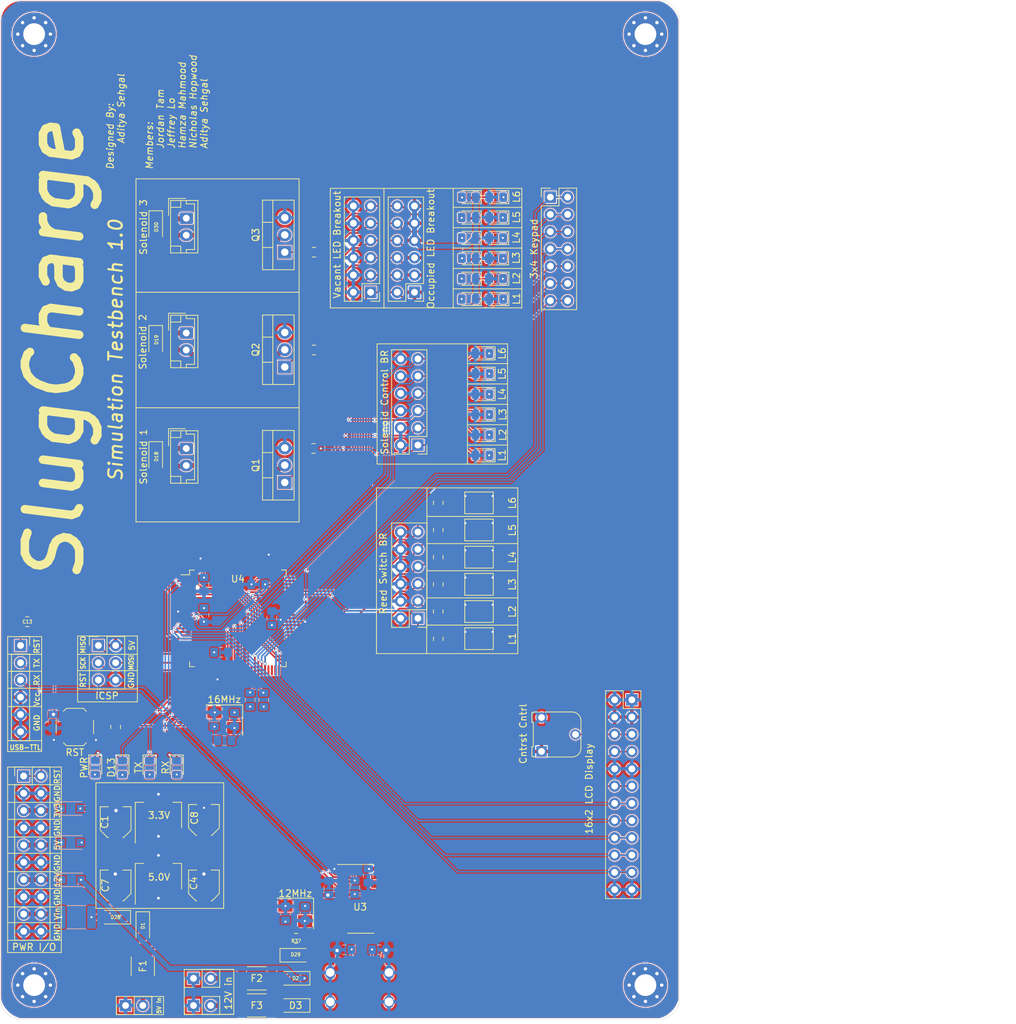
<source format=kicad_pcb>
(kicad_pcb (version 20171130) (host pcbnew "(5.1.2-1)-1")
  (title_block (date 2020-01-18) (rev 1.0))
  (layers (0 F.Cu signal) (31 B.Cu signal) (34 B.Paste user hide) (35 F.Paste user hide) (36 B.SilkS user) (37 F.SilkS user) (38 B.Mask user) (39 F.Mask user) (44 Edge.Cuts user))
  (net 0 "")
  (net 1 GNDREF)
  (net 2 +VSW)
  (net 3 +5V)
  (net 4 +3V3)
  (net 5 "Net-(C9-Pad1)")
  (net 6 "Net-(C10-Pad1)")
  (net 7 RST)
  (net 8 AREF)
  (net 9 "Net-(C13-Pad2)")
  (net 10 "Net-(D1-Pad2)")
  (net 11 "Net-(D2-Pad2)")
  (net 12 +12V)
  (net 13 "Net-(D3-Pad2)")
  (net 14 D53_SS)
  (net 15 "Net-(D4-Pad1)")
  (net 16 D51_MOSI)
  (net 17 "Net-(D5-Pad1)")
  (net 18 A15)
  (net 19 "Net-(D6-Pad1)")
  (net 20 D49)
  (net 21 "Net-(D7-Pad1)")
  (net 22 A14)
  (net 23 "Net-(D8-Pad1)")
  (net 24 A13)
  (net 25 "Net-(D9-Pad1)")
  (net 26 D47)
  (net 27 "Net-(D10-Pad1)")
  (net 28 D45)
  (net 29 "Net-(D11-Pad1)")
  (net 30 A12)
  (net 31 "Net-(D12-Pad1)")
  (net 32 "Net-(D13-Pad2)")
  (net 33 D43)
  (net 34 "Net-(D14-Pad1)")
  (net 35 A11)
  (net 36 "Net-(D15-Pad1)")
  (net 37 A10)
  (net 38 "Net-(D16-Pad1)")
  (net 39 "Net-(D17-Pad2)")
  (net 40 "Net-(D18-Pad2)")
  (net 41 "Net-(D19-Pad2)")
  (net 42 "Net-(D20-Pad2)")
  (net 43 "Net-(D21-Pad2)")
  (net 44 "Net-(D22-Pad2)")
  (net 45 "Net-(D23-Pad2)")
  (net 46 "Net-(D24-Pad2)")
  (net 47 "Net-(D25-Pad1)")
  (net 48 "Net-(D26-Pad1)")
  (net 49 "Net-(D27-Pad1)")
  (net 50 "Net-(D28-Pad2)")
  (net 51 "Net-(F1-Pad1)")
  (net 52 "Net-(F2-Pad1)")
  (net 53 "Net-(F3-Pad1)")
  (net 54 "Net-(F4-Pad1)")
  (net 55 D21)
  (net 56 D20)
  (net 57 D19)
  (net 58 D18)
  (net 59 D17)
  (net 60 D16)
  (net 61 D15)
  (net 62 D14)
  (net 63 D52_SCK)
  (net 64 D50_MISO)
  (net 65 D48)
  (net 66 D46)
  (net 67 D44)
  (net 68 D42)
  (net 69 D41)
  (net 70 D40)
  (net 71 D39)
  (net 72 D38)
  (net 73 D37)
  (net 74 D36)
  (net 75 D35)
  (net 76 D34)
  (net 77 D33)
  (net 78 D32)
  (net 79 D31)
  (net 80 D30)
  (net 81 D29)
  (net 82 D28)
  (net 83 D27)
  (net 84 D26)
  (net 85 D25)
  (net 86 D24)
  (net 87 D23)
  (net 88 D22)
  (net 89 D1)
  (net 90 D3)
  (net 91 D5)
  (net 92 D7)
  (net 93 D9)
  (net 94 D11)
  (net 95 D13)
  (net 96 D12)
  (net 97 D10)
  (net 98 D8)
  (net 99 D6)
  (net 100 D4)
  (net 101 D2)
  (net 102 D0)
  (net 103 A9)
  (net 104 A8)
  (net 105 A7)
  (net 106 A6)
  (net 107 A5)
  (net 108 A4)
  (net 109 A3)
  (net 110 A2)
  (net 111 A1)
  (net 112 A0)
  (net 113 "Net-(J13-Pad5)")
  (net 114 "Net-(PWR1-Pad2)")
  (net 115 "Net-(Q1-Pad1)")
  (net 116 "Net-(Q2-Pad1)")
  (net 117 "Net-(R9-Pad1)")
  (net 118 "Net-(R10-Pad1)")
  (net 119 "Net-(U4-Pad79)")
  (net 120 "Net-(U4-Pad69)")
  (net 121 "Net-(U4-Pad68)")
  (net 122 "Net-(U4-Pad67)")
  (net 123 "Net-(U4-Pad66)")
  (net 124 "Net-(U4-Pad65)")
  (net 125 "Net-(U4-Pad49)")
  (net 126 "Net-(U4-Pad48)")
  (net 127 "Net-(U4-Pad47)")
  (net 128 "Net-(U4-Pad29)")
  (net 129 "Net-(U4-Pad28)")
  (net 130 "Net-(U4-Pad27)")
  (net 131 "Net-(U4-Pad14)")
  (net 132 "Net-(U4-Pad9)")
  (net 133 "Net-(U4-Pad8)")
  (net 134 "Net-(U4-Pad4)")
  (net 135 "Net-(C16-Pad2)")
  (net 136 "Net-(C17-Pad1)")
  (net 137 "Net-(C18-Pad1)")
  (net 138 "Net-(D29-Pad2)")
  (net 139 "Net-(P1-PadB5)")
  (net 140 "Net-(P1-PadB8)")
  (net 141 "Net-(P1-PadA5)")
  (net 142 "Net-(P1-PadA8)")
  (net 143 "Net-(U3-Pad15)")
  (net 144 "Net-(U3-Pad14)")
  (net 145 "Net-(U3-Pad12)")
  (net 146 "Net-(U3-Pad11)")
  (net 147 "Net-(U3-Pad10)")
  (net 148 "Net-(U3-Pad9)")
  (net 149 D+)
  (net 150 D-)
  (net 151 "Net-(D30-Pad2)")
  (net 152 "Net-(Q3-Pad1)")
  (module Button_Switch_SMD:PTS810_4.2x3.2 (layer F.Cu) (at 82.5 122 180)
    (fp_text reference SW7 hide)
    (fp_text value L6 (at -4.9 -0.025 90) (layer F.SilkS))
    (pad 2 smd rect (at 2 1 180) (size 2.5 0.65) (layers F.Cu F.Paste F.Mask) (net 1 GNDREF))
    (pad 2 smd rect (at -2 1 180) (size 2.5 0.65) (layers F.Cu F.Paste F.Mask) (net 1 GNDREF))
    (pad 1 smd rect (at 2 -1 180) (size 2.5 0.65) (layers F.Cu F.Paste F.Mask) (net 81 D29))
    (pad 1 smd rect (at -2.05 -1.05 180) (size 2.5 0.65) (layers F.Cu F.Paste F.Mask) (net 81 D29))
  )
  (module MountingHole:MountingHole_3.2mm_M3_Pad_Via (layer F.Cu) (at 17 193)
    (fp_text reference H4 hide)
    (fp_text value MountingHole)
    (pad 1 thru_hole circle (at 1.697056 -1.697056) (size 0.8 0.8) (drill 0.5) (layers *.Cu *.Mask))
    (pad 1 thru_hole circle (at 0 -2.4) (size 0.8 0.8) (drill 0.5) (layers *.Cu *.Mask))
    (pad 1 thru_hole circle (at -1.697056 -1.697056) (size 0.8 0.8) (drill 0.5) (layers *.Cu *.Mask))
    (pad 1 thru_hole circle (at -2.4 0) (size 0.8 0.8) (drill 0.5) (layers *.Cu *.Mask))
    (pad 1 thru_hole circle (at -1.697056 1.697056) (size 0.8 0.8) (drill 0.5) (layers *.Cu *.Mask))
    (pad 1 thru_hole circle (at 0 2.4) (size 0.8 0.8) (drill 0.5) (layers *.Cu *.Mask))
    (pad 1 thru_hole circle (at 1.697056 1.697056) (size 0.8 0.8) (drill 0.5) (layers *.Cu *.Mask))
    (pad 1 thru_hole circle (at 2.4 0) (size 0.8 0.8) (drill 0.5) (layers *.Cu *.Mask))
    (pad 1 thru_hole circle (at 0 0) (size 6.4 6.4) (drill 3.2) (layers *.Cu *.Mask))
  )
  (module MountingHole:MountingHole_3.2mm_M3_Pad_Via (layer F.Cu) (at 107 193)
    (fp_text reference H3 hide)
    (fp_text value MountingHole)
    (pad 1 thru_hole circle (at 1.697056 -1.697056) (size 0.8 0.8) (drill 0.5) (layers *.Cu *.Mask))
    (pad 1 thru_hole circle (at 0 -2.4) (size 0.8 0.8) (drill 0.5) (layers *.Cu *.Mask))
    (pad 1 thru_hole circle (at -1.697056 -1.697056) (size 0.8 0.8) (drill 0.5) (layers *.Cu *.Mask))
    (pad 1 thru_hole circle (at -2.4 0) (size 0.8 0.8) (drill 0.5) (layers *.Cu *.Mask))
    (pad 1 thru_hole circle (at -1.697056 1.697056) (size 0.8 0.8) (drill 0.5) (layers *.Cu *.Mask))
    (pad 1 thru_hole circle (at 0 2.4) (size 0.8 0.8) (drill 0.5) (layers *.Cu *.Mask))
    (pad 1 thru_hole circle (at 1.697056 1.697056) (size 0.8 0.8) (drill 0.5) (layers *.Cu *.Mask))
    (pad 1 thru_hole circle (at 2.4 0) (size 0.8 0.8) (drill 0.5) (layers *.Cu *.Mask))
    (pad 1 thru_hole circle (at 0 0) (size 6.4 6.4) (drill 3.2) (layers *.Cu *.Mask))
  )
  (module MountingHole:MountingHole_3.2mm_M3_Pad_Via (layer F.Cu) (at 107 53)
    (fp_text reference H2 hide)
    (fp_text value MountingHole)
    (pad 1 thru_hole circle (at 1.697056 -1.697056) (size 0.8 0.8) (drill 0.5) (layers *.Cu *.Mask))
    (pad 1 thru_hole circle (at 0 -2.4) (size 0.8 0.8) (drill 0.5) (layers *.Cu *.Mask))
    (pad 1 thru_hole circle (at -1.697056 -1.697056) (size 0.8 0.8) (drill 0.5) (layers *.Cu *.Mask))
    (pad 1 thru_hole circle (at -2.4 0) (size 0.8 0.8) (drill 0.5) (layers *.Cu *.Mask))
    (pad 1 thru_hole circle (at -1.697056 1.697056) (size 0.8 0.8) (drill 0.5) (layers *.Cu *.Mask))
    (pad 1 thru_hole circle (at 0 2.4) (size 0.8 0.8) (drill 0.5) (layers *.Cu *.Mask))
    (pad 1 thru_hole circle (at 1.697056 1.697056) (size 0.8 0.8) (drill 0.5) (layers *.Cu *.Mask))
    (pad 1 thru_hole circle (at 2.4 0) (size 0.8 0.8) (drill 0.5) (layers *.Cu *.Mask))
    (pad 1 thru_hole circle (at 0 0) (size 6.4 6.4) (drill 3.2) (layers *.Cu *.Mask))
  )
  (module MountingHole:MountingHole_3.2mm_M3_Pad_Via (layer F.Cu) (at 17 53)
    (fp_text reference H1 hide)
    (fp_text value MountingHole)
    (pad 1 thru_hole circle (at 1.697056 -1.697056) (size 0.8 0.8) (drill 0.5) (layers *.Cu *.Mask))
    (pad 1 thru_hole circle (at 0 -2.4) (size 0.8 0.8) (drill 0.5) (layers *.Cu *.Mask))
    (pad 1 thru_hole circle (at -1.697056 -1.697056) (size 0.8 0.8) (drill 0.5) (layers *.Cu *.Mask))
    (pad 1 thru_hole circle (at -2.4 0) (size 0.8 0.8) (drill 0.5) (layers *.Cu *.Mask))
    (pad 1 thru_hole circle (at -1.697056 1.697056) (size 0.8 0.8) (drill 0.5) (layers *.Cu *.Mask))
    (pad 1 thru_hole circle (at 0 2.4) (size 0.8 0.8) (drill 0.5) (layers *.Cu *.Mask))
    (pad 1 thru_hole circle (at 1.697056 1.697056) (size 0.8 0.8) (drill 0.5) (layers *.Cu *.Mask))
    (pad 1 thru_hole circle (at 2.4 0) (size 0.8 0.8) (drill 0.5) (layers *.Cu *.Mask))
    (pad 1 thru_hole circle (at 0 0) (size 6.4 6.4) (drill 3.2) (layers *.Cu *.Mask))
  )
  (module Resistor_SMD:R_0805_2012Metric_Pad1.15x1.40mm_HandSolder (layer F.Cu) (at 58.2 85.1 180)
    (fp_text reference R38 hide)
    (fp_text value 1KΩ)
    (pad 2 smd roundrect (at 1.025 0 180) (size 1.15 1.4) (layers F.Cu F.Paste F.Mask) (roundrect_rratio 0.217391) (net 152 "Net-(Q3-Pad1)"))
    (pad 1 smd roundrect (at -1.025 0 180) (size 1.15 1.4) (layers F.Cu F.Paste F.Mask) (roundrect_rratio 0.217391) (net 20 D49))
  )
  (module Package_TO_SOT_THT:TO-220-3_Vertical (layer F.Cu) (at 53.9 85.1 90)
    (fp_text reference Q3 (at 2.54 -4.27 90) (layer F.SilkS))
    (fp_text value TIP102)
    (pad 3 thru_hole oval (at 5.08 0 90) (size 1.905 2) (drill 1.1) (layers *.Cu *.Mask) (net 1 GNDREF))
    (pad 2 thru_hole oval (at 2.54 0 90) (size 1.905 2) (drill 1.1) (layers *.Cu *.Mask) (net 151 "Net-(D30-Pad2)"))
    (pad 1 thru_hole rect (at 0 0 90) (size 1.905 2) (drill 1.1) (layers *.Cu *.Mask) (net 152 "Net-(Q3-Pad1)"))
  )
  (module Connector_JST:JST_EH_B2B-EH-A_1x02_P2.50mm_Vertical (layer F.Cu) (at 39.4 80.1 270)
    (fp_text reference L3 hide)
    (fp_text value "Solenoid 3" (at 1.3 6.3 90) (layer F.SilkS))
    (pad 2 thru_hole oval (at 2.5 0 270) (size 1.7 2) (drill 1) (layers *.Cu *.Mask) (net 151 "Net-(D30-Pad2)"))
    (pad 1 thru_hole roundrect (at 0 0 270) (size 1.7 2) (drill 1) (layers *.Cu *.Mask) (roundrect_rratio 0.147059) (net 12 +12V))
  )
  (module Diode_SMD:D_SOD-123F (layer F.Cu) (at 34.9 81.2 270)
    (fp_text reference D30 (at 0.2 -0.1 90) (layer F.SilkS) (effects (font (size 0.5 0.5) (thickness 0.1))))
    (fp_text value 1N4004)
    (pad 2 smd rect (at 1.4 0 270) (size 1.1 1.1) (layers F.Cu F.Paste F.Mask) (net 151 "Net-(D30-Pad2)"))
    (pad 1 smd rect (at -1.4 0 270) (size 1.1 1.1) (layers F.Cu F.Paste F.Mask) (net 12 +12V))
  )
  (module Potentiometer_THT:Potentiometer_Runtron_RM-065_Vertical (layer F.Cu) (at 91.7 158.6 90)
    (fp_text reference RV1 hide)
    (fp_text value "Cntrst Cntrl" (at 2.6 -2.7 90) (layer F.SilkS))
    (pad 2 thru_hole circle (at 2.5 5 90) (size 1.55 1.55) (drill 1) (layers *.Cu *.Mask) (net 113 "Net-(J13-Pad5)"))
    (pad 1 thru_hole rect (at 0 0 90) (size 1.55 1.55) (drill 1) (layers *.Cu *.Mask) (net 3 +5V))
    (pad 3 thru_hole circle (at 5 0 90) (size 1.55 1.55) (drill 1) (layers *.Cu *.Mask) (net 1 GNDREF))
  )
  (module Crystal:Crystal_SMD_3225-4Pin_3.2x2.5mm_HandSoldering (layer F.Cu) (at 55.45 182.45 180)
    (fp_text reference Y2 hide)
    (fp_text value 12MHz (at 0 2.95) (layer F.SilkS))
    (pad 4 smd rect (at -1.45 -1.15 180) (size 2.1 1.8) (layers F.Cu F.Paste F.Mask) (net 1 GNDREF))
    (pad 3 smd rect (at 1.45 -1.15 180) (size 2.1 1.8) (layers F.Cu F.Paste F.Mask) (net 137 "Net-(C18-Pad1)"))
    (pad 2 smd rect (at 1.45 1.15 180) (size 2.1 1.8) (layers F.Cu F.Paste F.Mask) (net 1 GNDREF))
    (pad 1 smd rect (at -1.45 1.15 180) (size 2.1 1.8) (layers F.Cu F.Paste F.Mask) (net 136 "Net-(C17-Pad1)"))
  )
  (module Package_SO:SOIC-16_3.9x9.9mm_P1.27mm (layer F.Cu) (at 65.1 180.3)
    (fp_text reference U3 (at -0.1 1.2) (layer F.SilkS))
    (fp_text value CH340G)
    (pad 16 smd roundrect (at 2.475 -4.445) (size 1.95 0.6) (layers F.Cu F.Paste F.Mask) (net 3 +5V))
    (pad 15 smd roundrect (at 2.475 -3.175) (size 1.95 0.6) (layers F.Cu F.Paste F.Mask) (net 143 "Net-(U3-Pad15)"))
    (pad 14 smd roundrect (at 2.475 -1.905) (size 1.95 0.6) (layers F.Cu F.Paste F.Mask) (net 144 "Net-(U3-Pad14)"))
    (pad 13 smd roundrect (at 2.475 -0.635) (size 1.95 0.6) (layers F.Cu F.Paste F.Mask) (net 135 "Net-(C16-Pad2)"))
    (pad 12 smd roundrect (at 2.475 0.635) (size 1.95 0.6) (layers F.Cu F.Paste F.Mask) (net 145 "Net-(U3-Pad12)"))
    (pad 11 smd roundrect (at 2.475 1.905) (size 1.95 0.6) (layers F.Cu F.Paste F.Mask) (net 146 "Net-(U3-Pad11)"))
    (pad 10 smd roundrect (at 2.475 3.175) (size 1.95 0.6) (layers F.Cu F.Paste F.Mask) (net 147 "Net-(U3-Pad10)"))
    (pad 9 smd roundrect (at 2.475 4.445) (size 1.95 0.6) (layers F.Cu F.Paste F.Mask) (net 148 "Net-(U3-Pad9)"))
    (pad 8 smd roundrect (at -2.475 4.445) (size 1.95 0.6) (layers F.Cu F.Paste F.Mask) (net 137 "Net-(C18-Pad1)"))
    (pad 7 smd roundrect (at -2.475 3.175) (size 1.95 0.6) (layers F.Cu F.Paste F.Mask) (net 136 "Net-(C17-Pad1)"))
    (pad 6 smd roundrect (at -2.475 1.905) (size 1.95 0.6) (layers F.Cu F.Paste F.Mask) (net 150 D-))
    (pad 5 smd roundrect (at -2.475 0.635) (size 1.95 0.6) (layers F.Cu F.Paste F.Mask) (net 149 D+))
    (pad 4 smd roundrect (at -2.475 -0.635) (size 1.95 0.6) (layers F.Cu F.Paste F.Mask) (net 4 +3V3))
    (pad 3 smd roundrect (at -2.475 -1.905) (size 1.95 0.6) (layers F.Cu F.Paste F.Mask) (net 89 D1))
    (pad 2 smd roundrect (at -2.475 -3.175) (size 1.95 0.6) (layers F.Cu F.Paste F.Mask) (net 102 D0))
    (pad 1 smd roundrect (at -2.475 -4.445) (size 1.95 0.6) (layers F.Cu F.Paste F.Mask) (net 1 GNDREF))
  )
  (module Resistor_SMD:R_0805_2012Metric_Pad1.15x1.40mm_HandSolder (layer F.Cu) (at 55.575 186.1)
    (fp_text reference R37 (at 0 0.4) (layer F.SilkS) (effects (font (size 0.5 0.5) (thickness 0.1))))
    (fp_text value 1MΩ)
    (pad 2 smd roundrect (at 1.025 0) (size 1.15 1.4) (layers F.Cu F.Paste F.Mask) (roundrect_rratio 0.217391) (net 136 "Net-(C17-Pad1)"))
    (pad 1 smd roundrect (at -1.025 0) (size 1.15 1.4) (layers F.Cu F.Paste F.Mask) (roundrect_rratio 0.217391) (net 137 "Net-(C18-Pad1)"))
  )
  (module Resistor_SMD:R_0805_2012Metric_Pad1.15x1.40mm_HandSolder (layer B.Cu) (at 67.8 187.8)
    (fp_text reference R6 hide)
    (fp_text value 5K1)
    (pad 2 smd roundrect (at 1.025 0) (size 1.15 1.4) (layers B.Cu B.Paste B.Mask) (roundrect_rratio 0.217391) (net 1 GNDREF))
    (pad 1 smd roundrect (at -1.025 0) (size 1.15 1.4) (layers B.Cu B.Paste B.Mask) (roundrect_rratio 0.217391) (net 139 "Net-(P1-PadB5)"))
  )
  (module Resistor_SMD:R_0805_2012Metric_Pad1.15x1.40mm_HandSolder (layer B.Cu) (at 62.675 187.8 180)
    (fp_text reference R3 hide)
    (fp_text value 5K1)
    (pad 2 smd roundrect (at 1.025 0 180) (size 1.15 1.4) (layers B.Cu B.Paste B.Mask) (roundrect_rratio 0.217391) (net 1 GNDREF))
    (pad 1 smd roundrect (at -1.025 0 180) (size 1.15 1.4) (layers B.Cu B.Paste B.Mask) (roundrect_rratio 0.217391) (net 141 "Net-(P1-PadA5)"))
  )
  (module "Connector_USB:USB C C167321" (layer F.Cu) (at 60.6 198)
    (fp_text reference P1 hide)
    (fp_text value USB_C_Plug)
    (pad A12 smd rect (at 7.6835 -7.874) (size 0.299974 1.524) (layers F.Cu F.Paste F.Mask) (net 1 GNDREF))
    (pad B1 smd rect (at 7.4295 -7.874) (size 0.299974 1.524) (layers F.Cu F.Paste F.Mask) (net 1 GNDREF))
    (pad A9 smd rect (at 6.9215 -7.874) (size 0.299974 1.524) (layers F.Cu F.Paste F.Mask) (net 138 "Net-(D29-Pad2)"))
    (pad B4 smd rect (at 6.6675 -7.874) (size 0.299974 1.524) (layers F.Cu F.Paste F.Mask) (net 138 "Net-(D29-Pad2)"))
    (pad B5 smd rect (at 6.1595 -7.874) (size 0.299974 1.524) (layers F.Cu F.Paste F.Mask) (net 139 "Net-(P1-PadB5)"))
    (pad B8 smd rect (at 5.6515 -7.874) (size 0.299974 1.524) (layers F.Cu F.Paste F.Mask) (net 140 "Net-(P1-PadB8)"))
    (pad B6 smd rect (at 5.1435 -7.874) (size 0.299974 1.524) (layers F.Cu F.Paste F.Mask) (net 149 D+))
    (pad A7 smd rect (at 4.6355 -7.874) (size 0.299974 1.524) (layers F.Cu F.Paste F.Mask) (net 150 D-))
    (pad A6 smd rect (at 4.1275 -7.874) (size 0.299974 1.524) (layers F.Cu F.Paste F.Mask) (net 149 D+))
    (pad B7 smd rect (at 3.6195 -7.874) (size 0.299974 1.524) (layers F.Cu F.Paste F.Mask) (net 150 D-))
    (pad A5 smd rect (at 3.1115 -7.874) (size 0.299974 1.524) (layers F.Cu F.Paste F.Mask) (net 141 "Net-(P1-PadA5)"))
    (pad A8 smd rect (at 2.6035 -7.874) (size 0.299974 1.524) (layers F.Cu F.Paste F.Mask) (net 142 "Net-(P1-PadA8)"))
    (pad B9 smd rect (at 2.0955 -7.874) (size 0.299974 1.524) (layers F.Cu F.Paste F.Mask) (net 138 "Net-(D29-Pad2)"))
    (pad A4 smd rect (at 1.8415 -7.874) (size 0.299974 1.524) (layers F.Cu F.Paste F.Mask) (net 138 "Net-(D29-Pad2)"))
    (pad B12 smd rect (at 1.27 -7.874) (size 0.299974 1.524) (layers F.Cu F.Paste F.Mask) (net 1 GNDREF))
    (pad A1 smd rect (at 0.9525 -7.874) (size 0.299974 1.524) (layers F.Cu F.Paste F.Mask) (net 1 GNDREF))
    (pad S1 thru_hole oval (at 0 -2.54) (size 1.397 1.8288) (drill 1.27) (layers *.Cu *.Mask) (net 1 GNDREF))
    (pad S1 thru_hole oval (at 0 -6.858) (size 1.397 2.032) (drill 1.27) (layers *.Cu *.Mask) (net 1 GNDREF))
    (pad S1 thru_hole oval (at 8.636 -2.54) (size 1.397 1.8288) (drill 1.27) (layers *.Cu *.Mask) (net 1 GNDREF))
    (pad S1 thru_hole oval (at 8.636 -6.858) (size 1.397 2.032) (drill 1.27) (layers *.Cu *.Mask) (net 1 GNDREF))
  )
  (module Diode_SMD:D_SOD-123F (layer F.Cu) (at 55.4 188.6)
    (fp_text reference D29 (at 0.1 -0.1) (layer F.SilkS) (effects (font (size 0.5 0.5) (thickness 0.1))))
    (fp_text value D)
    (pad 2 smd rect (at 1.4 0) (size 1.1 1.1) (layers F.Cu F.Paste F.Mask) (net 138 "Net-(D29-Pad2)"))
    (pad 1 smd rect (at -1.4 0) (size 1.1 1.1) (layers F.Cu F.Paste F.Mask) (net 2 +VSW))
  )
  (module Capacitor_SMD:C_0805_2012Metric_Pad1.15x1.40mm_HandSolder (layer B.Cu) (at 54 182.425 90)
    (fp_text reference C18 hide)
    (fp_text value 22pF)
    (pad 2 smd roundrect (at 1.025 0 90) (size 1.15 1.4) (layers B.Cu B.Paste B.Mask) (roundrect_rratio 0.217391) (net 1 GNDREF))
    (pad 1 smd roundrect (at -1.025 0 90) (size 1.15 1.4) (layers B.Cu B.Paste B.Mask) (roundrect_rratio 0.217391) (net 137 "Net-(C18-Pad1)"))
  )
  (module Capacitor_SMD:C_0805_2012Metric_Pad1.15x1.40mm_HandSolder (layer B.Cu) (at 56.9 182.475 270)
    (fp_text reference C17 hide)
    (fp_text value 22pF)
    (pad 2 smd roundrect (at 1.025 0 270) (size 1.15 1.4) (layers B.Cu B.Paste B.Mask) (roundrect_rratio 0.217391) (net 1 GNDREF))
    (pad 1 smd roundrect (at -1.025 0 270) (size 1.15 1.4) (layers B.Cu B.Paste B.Mask) (roundrect_rratio 0.217391) (net 136 "Net-(C17-Pad1)"))
  )
  (module Capacitor_SMD:C_0805_2012Metric_Pad1.15x1.40mm_HandSolder (layer B.Cu) (at 64.2 178.625 270)
    (fp_text reference C16 hide)
    (fp_text value 100nF)
    (pad 2 smd roundrect (at 1.025 0 270) (size 1.15 1.4) (layers B.Cu B.Paste B.Mask) (roundrect_rratio 0.217391) (net 135 "Net-(C16-Pad2)"))
    (pad 1 smd roundrect (at -1.025 0 270) (size 1.15 1.4) (layers B.Cu B.Paste B.Mask) (roundrect_rratio 0.217391) (net 7 RST))
  )
  (module Capacitor_SMD:C_0805_2012Metric_Pad1.15x1.40mm_HandSolder (layer B.Cu) (at 66.2 176.9 90)
    (fp_text reference C15 hide)
    (fp_text value 100nF)
    (pad 2 smd roundrect (at 1.025 0 90) (size 1.15 1.4) (layers B.Cu B.Paste B.Mask) (roundrect_rratio 0.217391) (net 3 +5V))
    (pad 1 smd roundrect (at -1.025 0 90) (size 1.15 1.4) (layers B.Cu B.Paste B.Mask) (roundrect_rratio 0.217391) (net 1 GNDREF))
  )
  (module Capacitor_SMD:C_0805_2012Metric_Pad1.15x1.40mm_HandSolder (layer B.Cu) (at 60.4 178.675 270)
    (fp_text reference C14 hide)
    (fp_text value 100nF)
    (pad 2 smd roundrect (at 1.025 0 270) (size 1.15 1.4) (layers B.Cu B.Paste B.Mask) (roundrect_rratio 0.217391) (net 4 +3V3))
    (pad 1 smd roundrect (at -1.025 0 270) (size 1.15 1.4) (layers B.Cu B.Paste B.Mask) (roundrect_rratio 0.217391) (net 1 GNDREF))
  )
  (module Package_TO_SOT_THT:TO-220-3_Vertical (layer F.Cu) (at 53.9 119 90)
    (fp_text reference Q1 (at 2.54 -4.27 90) (layer F.SilkS))
    (fp_text value TIP102)
    (pad 3 thru_hole oval (at 5.08 0 90) (size 1.905 2) (drill 1.1) (layers *.Cu *.Mask) (net 1 GNDREF))
    (pad 2 thru_hole oval (at 2.54 0 90) (size 1.905 2) (drill 1.1) (layers *.Cu *.Mask) (net 40 "Net-(D18-Pad2)"))
    (pad 1 thru_hole rect (at 0 0 90) (size 1.905 2) (drill 1.1) (layers *.Cu *.Mask) (net 115 "Net-(Q1-Pad1)"))
  )
  (module Connector_PinHeader_2.54mm:PinHeader_2x07_P2.54mm_Vertical (layer F.Cu) (at 93 77)
    (fp_text reference J14 hide)
    (fp_text value "3x4 Keypad" (at -2.4 7.6 90) (layer F.SilkS))
    (pad 14 thru_hole oval (at 2.54 15.24) (size 1.7 1.7) (drill 1) (layers *.Cu *.Mask) (net 61 D15))
    (pad 13 thru_hole oval (at 0 15.24) (size 1.7 1.7) (drill 1) (layers *.Cu *.Mask) (net 61 D15))
    (pad 12 thru_hole oval (at 2.54 12.7) (size 1.7 1.7) (drill 1) (layers *.Cu *.Mask) (net 60 D16))
    (pad 11 thru_hole oval (at 0 12.7) (size 1.7 1.7) (drill 1) (layers *.Cu *.Mask) (net 60 D16))
    (pad 10 thru_hole oval (at 2.54 10.16) (size 1.7 1.7) (drill 1) (layers *.Cu *.Mask) (net 59 D17))
    (pad 9 thru_hole oval (at 0 10.16) (size 1.7 1.7) (drill 1) (layers *.Cu *.Mask) (net 59 D17))
    (pad 8 thru_hole oval (at 2.54 7.62) (size 1.7 1.7) (drill 1) (layers *.Cu *.Mask) (net 58 D18))
    (pad 7 thru_hole oval (at 0 7.62) (size 1.7 1.7) (drill 1) (layers *.Cu *.Mask) (net 58 D18))
    (pad 6 thru_hole oval (at 2.54 5.08) (size 1.7 1.7) (drill 1) (layers *.Cu *.Mask) (net 57 D19))
    (pad 5 thru_hole oval (at 0 5.08) (size 1.7 1.7) (drill 1) (layers *.Cu *.Mask) (net 57 D19))
    (pad 4 thru_hole oval (at 2.54 2.54) (size 1.7 1.7) (drill 1) (layers *.Cu *.Mask) (net 56 D20))
    (pad 3 thru_hole oval (at 0 2.54) (size 1.7 1.7) (drill 1) (layers *.Cu *.Mask) (net 56 D20))
    (pad 2 thru_hole oval (at 2.54 0) (size 1.7 1.7) (drill 1) (layers *.Cu *.Mask) (net 55 D21))
    (pad 1 thru_hole rect (at 0 0) (size 1.7 1.7) (drill 1) (layers *.Cu *.Mask) (net 55 D21))
  )
  (module Connector_PinSocket_2.54mm:PinSocket_2x12_P2.54mm_Vertical (layer F.Cu) (at 105 151)
    (fp_text reference J13 hide)
    (fp_text value "16x2 LCD Display" (at -6.3 13.1 90) (layer F.SilkS))
    (pad 24 thru_hole oval (at -2.54 27.94) (size 1.7 1.7) (drill 1) (layers *.Cu *.Mask) (net 1 GNDREF))
    (pad 23 thru_hole oval (at 0 27.94) (size 1.7 1.7) (drill 1) (layers *.Cu *.Mask) (net 1 GNDREF))
    (pad 22 thru_hole oval (at -2.54 25.4) (size 1.7 1.7) (drill 1) (layers *.Cu *.Mask) (net 98 D8))
    (pad 21 thru_hole oval (at 0 25.4) (size 1.7 1.7) (drill 1) (layers *.Cu *.Mask) (net 98 D8))
    (pad 20 thru_hole oval (at -2.54 22.86) (size 1.7 1.7) (drill 1) (layers *.Cu *.Mask) (net 92 D7))
    (pad 19 thru_hole oval (at 0 22.86) (size 1.7 1.7) (drill 1) (layers *.Cu *.Mask) (net 92 D7))
    (pad 18 thru_hole oval (at -2.54 20.32) (size 1.7 1.7) (drill 1) (layers *.Cu *.Mask) (net 99 D6))
    (pad 17 thru_hole oval (at 0 20.32) (size 1.7 1.7) (drill 1) (layers *.Cu *.Mask) (net 99 D6))
    (pad 16 thru_hole oval (at -2.54 17.78) (size 1.7 1.7) (drill 1) (layers *.Cu *.Mask) (net 91 D5))
    (pad 15 thru_hole oval (at 0 17.78) (size 1.7 1.7) (drill 1) (layers *.Cu *.Mask) (net 91 D5))
    (pad 14 thru_hole oval (at -2.54 15.24) (size 1.7 1.7) (drill 1) (layers *.Cu *.Mask) (net 100 D4))
    (pad 13 thru_hole oval (at 0 15.24) (size 1.7 1.7) (drill 1) (layers *.Cu *.Mask) (net 100 D4))
    (pad 12 thru_hole oval (at -2.54 12.7) (size 1.7 1.7) (drill 1) (layers *.Cu *.Mask) (net 90 D3))
    (pad 11 thru_hole oval (at 0 12.7) (size 1.7 1.7) (drill 1) (layers *.Cu *.Mask) (net 90 D3))
    (pad 10 thru_hole oval (at -2.54 10.16) (size 1.7 1.7) (drill 1) (layers *.Cu *.Mask) (net 1 GNDREF))
    (pad 9 thru_hole oval (at 0 10.16) (size 1.7 1.7) (drill 1) (layers *.Cu *.Mask) (net 1 GNDREF))
    (pad 8 thru_hole oval (at -2.54 7.62) (size 1.7 1.7) (drill 1) (layers *.Cu *.Mask) (net 101 D2))
    (pad 7 thru_hole oval (at 0 7.62) (size 1.7 1.7) (drill 1) (layers *.Cu *.Mask) (net 101 D2))
    (pad 6 thru_hole oval (at -2.54 5.08) (size 1.7 1.7) (drill 1) (layers *.Cu *.Mask) (net 113 "Net-(J13-Pad5)"))
    (pad 5 thru_hole oval (at 0 5.08) (size 1.7 1.7) (drill 1) (layers *.Cu *.Mask) (net 113 "Net-(J13-Pad5)"))
    (pad 4 thru_hole oval (at -2.54 2.54) (size 1.7 1.7) (drill 1) (layers *.Cu *.Mask) (net 3 +5V))
    (pad 3 thru_hole oval (at 0 2.54) (size 1.7 1.7) (drill 1) (layers *.Cu *.Mask) (net 3 +5V))
    (pad 2 thru_hole oval (at -2.54 0) (size 1.7 1.7) (drill 1) (layers *.Cu *.Mask) (net 1 GNDREF))
    (pad 1 thru_hole rect (at 0 0) (size 1.7 1.7) (drill 1) (layers *.Cu *.Mask) (net 1 GNDREF))
  )
  (module Crystal:Crystal_SMD_3225-4Pin_3.2x2.5mm_HandSoldering (layer F.Cu) (at 45 154 180)
    (fp_text reference Y1 hide)
    (fp_text value 16MHz (at 0 3.05) (layer F.SilkS))
    (pad 4 smd rect (at -1.45 -1.15 180) (size 2.1 1.8) (layers F.Cu F.Paste F.Mask) (net 1 GNDREF))
    (pad 3 smd rect (at 1.45 -1.15 180) (size 2.1 1.8) (layers F.Cu F.Paste F.Mask) (net 6 "Net-(C10-Pad1)"))
    (pad 2 smd rect (at 1.45 1.15 180) (size 2.1 1.8) (layers F.Cu F.Paste F.Mask) (net 1 GNDREF))
    (pad 1 smd rect (at -1.45 1.15 180) (size 2.1 1.8) (layers F.Cu F.Paste F.Mask) (net 5 "Net-(C9-Pad1)"))
  )
  (module Package_QFP:TQFP-100_14x14mm_P0.5mm (layer F.Cu) (at 47 139)
    (fp_text reference U4 (at 0 -5.8) (layer F.SilkS))
    (fp_text value ATmega2560-16AU)
    (pad 100 smd roundrect (at -6 -7.6625) (size 0.3 1.475) (layers F.Cu F.Paste F.Mask) (net 3 +5V))
    (pad 99 smd roundrect (at -5.5 -7.6625) (size 0.3 1.475) (layers F.Cu F.Paste F.Mask) (net 1 GNDREF))
    (pad 98 smd roundrect (at -5 -7.6625) (size 0.3 1.475) (layers F.Cu F.Paste F.Mask) (net 8 AREF))
    (pad 97 smd roundrect (at -4.5 -7.6625) (size 0.3 1.475) (layers F.Cu F.Paste F.Mask) (net 112 A0))
    (pad 96 smd roundrect (at -4 -7.6625) (size 0.3 1.475) (layers F.Cu F.Paste F.Mask) (net 111 A1))
    (pad 95 smd roundrect (at -3.5 -7.6625) (size 0.3 1.475) (layers F.Cu F.Paste F.Mask) (net 110 A2))
    (pad 94 smd roundrect (at -3 -7.6625) (size 0.3 1.475) (layers F.Cu F.Paste F.Mask) (net 109 A3))
    (pad 93 smd roundrect (at -2.5 -7.6625) (size 0.3 1.475) (layers F.Cu F.Paste F.Mask) (net 108 A4))
    (pad 92 smd roundrect (at -2 -7.6625) (size 0.3 1.475) (layers F.Cu F.Paste F.Mask) (net 107 A5))
    (pad 91 smd roundrect (at -1.5 -7.6625) (size 0.3 1.475) (layers F.Cu F.Paste F.Mask) (net 106 A6))
    (pad 90 smd roundrect (at -1 -7.6625) (size 0.3 1.475) (layers F.Cu F.Paste F.Mask) (net 105 A7))
    (pad 89 smd roundrect (at -0.5 -7.6625) (size 0.3 1.475) (layers F.Cu F.Paste F.Mask) (net 104 A8))
    (pad 88 smd roundrect (at 0 -7.6625) (size 0.3 1.475) (layers F.Cu F.Paste F.Mask) (net 103 A9))
    (pad 87 smd roundrect (at 0.5 -7.6625) (size 0.3 1.475) (layers F.Cu F.Paste F.Mask) (net 37 A10))
    (pad 86 smd roundrect (at 1 -7.6625) (size 0.3 1.475) (layers F.Cu F.Paste F.Mask) (net 35 A11))
    (pad 85 smd roundrect (at 1.5 -7.6625) (size 0.3 1.475) (layers F.Cu F.Paste F.Mask) (net 30 A12))
    (pad 84 smd roundrect (at 2 -7.6625) (size 0.3 1.475) (layers F.Cu F.Paste F.Mask) (net 24 A13))
    (pad 83 smd roundrect (at 2.5 -7.6625) (size 0.3 1.475) (layers F.Cu F.Paste F.Mask) (net 22 A14))
    (pad 82 smd roundrect (at 3 -7.6625) (size 0.3 1.475) (layers F.Cu F.Paste F.Mask) (net 18 A15))
    (pad 81 smd roundrect (at 3.5 -7.6625) (size 0.3 1.475) (layers F.Cu F.Paste F.Mask) (net 1 GNDREF))
    (pad 80 smd roundrect (at 4 -7.6625) (size 0.3 1.475) (layers F.Cu F.Paste F.Mask) (net 3 +5V))
    (pad 79 smd roundrect (at 4.5 -7.6625) (size 0.3 1.475) (layers F.Cu F.Paste F.Mask) (net 119 "Net-(U4-Pad79)"))
    (pad 78 smd roundrect (at 5 -7.6625) (size 0.3 1.475) (layers F.Cu F.Paste F.Mask) (net 88 D22))
    (pad 77 smd roundrect (at 5.5 -7.6625) (size 0.3 1.475) (layers F.Cu F.Paste F.Mask) (net 87 D23))
    (pad 76 smd roundrect (at 6 -7.6625) (size 0.3 1.475) (layers F.Cu F.Paste F.Mask) (net 86 D24))
    (pad 75 smd roundrect (at 7.6625 -6) (size 1.475 0.3) (layers F.Cu F.Paste F.Mask) (net 85 D25))
    (pad 74 smd roundrect (at 7.6625 -5.5) (size 1.475 0.3) (layers F.Cu F.Paste F.Mask) (net 84 D26))
    (pad 73 smd roundrect (at 7.6625 -5) (size 1.475 0.3) (layers F.Cu F.Paste F.Mask) (net 83 D27))
    (pad 72 smd roundrect (at 7.6625 -4.5) (size 1.475 0.3) (layers F.Cu F.Paste F.Mask) (net 82 D28))
    (pad 71 smd roundrect (at 7.6625 -4) (size 1.475 0.3) (layers F.Cu F.Paste F.Mask) (net 81 D29))
    (pad 70 smd roundrect (at 7.6625 -3.5) (size 1.475 0.3) (layers F.Cu F.Paste F.Mask) (net 71 D39))
    (pad 69 smd roundrect (at 7.6625 -3) (size 1.475 0.3) (layers F.Cu F.Paste F.Mask) (net 120 "Net-(U4-Pad69)"))
    (pad 68 smd roundrect (at 7.6625 -2.5) (size 1.475 0.3) (layers F.Cu F.Paste F.Mask) (net 121 "Net-(U4-Pad68)"))
    (pad 67 smd roundrect (at 7.6625 -2) (size 1.475 0.3) (layers F.Cu F.Paste F.Mask) (net 122 "Net-(U4-Pad67)"))
    (pad 66 smd roundrect (at 7.6625 -1.5) (size 1.475 0.3) (layers F.Cu F.Paste F.Mask) (net 123 "Net-(U4-Pad66)"))
    (pad 65 smd roundrect (at 7.6625 -1) (size 1.475 0.3) (layers F.Cu F.Paste F.Mask) (net 124 "Net-(U4-Pad65)"))
    (pad 64 smd roundrect (at 7.6625 -0.5) (size 1.475 0.3) (layers F.Cu F.Paste F.Mask) (net 62 D14))
    (pad 63 smd roundrect (at 7.6625 0) (size 1.475 0.3) (layers F.Cu F.Paste F.Mask) (net 61 D15))
    (pad 62 smd roundrect (at 7.6625 0.5) (size 1.475 0.3) (layers F.Cu F.Paste F.Mask) (net 1 GNDREF))
    (pad 61 smd roundrect (at 7.6625 1) (size 1.475 0.3) (layers F.Cu F.Paste F.Mask) (net 3 +5V))
    (pad 60 smd roundrect (at 7.6625 1.5) (size 1.475 0.3) (layers F.Cu F.Paste F.Mask) (net 80 D30))
    (pad 59 smd roundrect (at 7.6625 2) (size 1.475 0.3) (layers F.Cu F.Paste F.Mask) (net 79 D31))
    (pad 58 smd roundrect (at 7.6625 2.5) (size 1.475 0.3) (layers F.Cu F.Paste F.Mask) (net 78 D32))
    (pad 57 smd roundrect (at 7.6625 3) (size 1.475 0.3) (layers F.Cu F.Paste F.Mask) (net 77 D33))
    (pad 56 smd roundrect (at 7.6625 3.5) (size 1.475 0.3) (layers F.Cu F.Paste F.Mask) (net 76 D34))
    (pad 55 smd roundrect (at 7.6625 4) (size 1.475 0.3) (layers F.Cu F.Paste F.Mask) (net 75 D35))
    (pad 54 smd roundrect (at 7.6625 4.5) (size 1.475 0.3) (layers F.Cu F.Paste F.Mask) (net 74 D36))
    (pad 53 smd roundrect (at 7.6625 5) (size 1.475 0.3) (layers F.Cu F.Paste F.Mask) (net 73 D37))
    (pad 52 smd roundrect (at 7.6625 5.5) (size 1.475 0.3) (layers F.Cu F.Paste F.Mask) (net 70 D40))
    (pad 51 smd roundrect (at 7.6625 6) (size 1.475 0.3) (layers F.Cu F.Paste F.Mask) (net 69 D41))
    (pad 50 smd roundrect (at 6 7.6625) (size 0.3 1.475) (layers F.Cu F.Paste F.Mask) (net 72 D38))
    (pad 49 smd roundrect (at 5.5 7.6625) (size 0.3 1.475) (layers F.Cu F.Paste F.Mask) (net 125 "Net-(U4-Pad49)"))
    (pad 48 smd roundrect (at 5 7.6625) (size 0.3 1.475) (layers F.Cu F.Paste F.Mask) (net 126 "Net-(U4-Pad48)"))
    (pad 47 smd roundrect (at 4.5 7.6625) (size 0.3 1.475) (layers F.Cu F.Paste F.Mask) (net 127 "Net-(U4-Pad47)"))
    (pad 46 smd roundrect (at 4 7.6625) (size 0.3 1.475) (layers F.Cu F.Paste F.Mask) (net 58 D18))
    (pad 45 smd roundrect (at 3.5 7.6625) (size 0.3 1.475) (layers F.Cu F.Paste F.Mask) (net 57 D19))
    (pad 44 smd roundrect (at 3 7.6625) (size 0.3 1.475) (layers F.Cu F.Paste F.Mask) (net 56 D20))
    (pad 43 smd roundrect (at 2.5 7.6625) (size 0.3 1.475) (layers F.Cu F.Paste F.Mask) (net 55 D21))
    (pad 42 smd roundrect (at 2 7.6625) (size 0.3 1.475) (layers F.Cu F.Paste F.Mask) (net 68 D42))
    (pad 41 smd roundrect (at 1.5 7.6625) (size 0.3 1.475) (layers F.Cu F.Paste F.Mask) (net 33 D43))
    (pad 40 smd roundrect (at 1 7.6625) (size 0.3 1.475) (layers F.Cu F.Paste F.Mask) (net 67 D44))
    (pad 39 smd roundrect (at 0.5 7.6625) (size 0.3 1.475) (layers F.Cu F.Paste F.Mask) (net 28 D45))
    (pad 38 smd roundrect (at 0 7.6625) (size 0.3 1.475) (layers F.Cu F.Paste F.Mask) (net 66 D46))
    (pad 37 smd roundrect (at -0.5 7.6625) (size 0.3 1.475) (layers F.Cu F.Paste F.Mask) (net 26 D47))
    (pad 36 smd roundrect (at -1 7.6625) (size 0.3 1.475) (layers F.Cu F.Paste F.Mask) (net 65 D48))
    (pad 35 smd roundrect (at -1.5 7.6625) (size 0.3 1.475) (layers F.Cu F.Paste F.Mask) (net 20 D49))
    (pad 34 smd roundrect (at -2 7.6625) (size 0.3 1.475) (layers F.Cu F.Paste F.Mask) (net 5 "Net-(C9-Pad1)"))
    (pad 33 smd roundrect (at -2.5 7.6625) (size 0.3 1.475) (layers F.Cu F.Paste F.Mask) (net 6 "Net-(C10-Pad1)"))
    (pad 32 smd roundrect (at -3 7.6625) (size 0.3 1.475) (layers F.Cu F.Paste F.Mask) (net 1 GNDREF))
    (pad 31 smd roundrect (at -3.5 7.6625) (size 0.3 1.475) (layers F.Cu F.Paste F.Mask) (net 3 +5V))
    (pad 30 smd roundrect (at -4 7.6625) (size 0.3 1.475) (layers F.Cu F.Paste F.Mask) (net 7 RST))
    (pad 29 smd roundrect (at -4.5 7.6625) (size 0.3 1.475) (layers F.Cu F.Paste F.Mask) (net 128 "Net-(U4-Pad29)"))
    (pad 28 smd roundrect (at -5 7.6625) (size 0.3 1.475) (layers F.Cu F.Paste F.Mask) (net 129 "Net-(U4-Pad28)"))
    (pad 27 smd roundrect (at -5.5 7.6625) (size 0.3 1.475) (layers F.Cu F.Paste F.Mask) (net 130 "Net-(U4-Pad27)"))
    (pad 26 smd roundrect (at -6 7.6625) (size 0.3 1.475) (layers F.Cu F.Paste F.Mask) (net 95 D13))
    (pad 25 smd roundrect (at -7.6625 6) (size 1.475 0.3) (layers F.Cu F.Paste F.Mask) (net 96 D12))
    (pad 24 smd roundrect (at -7.6625 5.5) (size 1.475 0.3) (layers F.Cu F.Paste F.Mask) (net 94 D11))
    (pad 23 smd roundrect (at -7.6625 5) (size 1.475 0.3) (layers F.Cu F.Paste F.Mask) (net 97 D10))
    (pad 22 smd roundrect (at -7.6625 4.5) (size 1.475 0.3) (layers F.Cu F.Paste F.Mask) (net 64 D50_MISO))
    (pad 21 smd roundrect (at -7.6625 4) (size 1.475 0.3) (layers F.Cu F.Paste F.Mask) (net 16 D51_MOSI))
    (pad 20 smd roundrect (at -7.6625 3.5) (size 1.475 0.3) (layers F.Cu F.Paste F.Mask) (net 63 D52_SCK))
    (pad 19 smd roundrect (at -7.6625 3) (size 1.475 0.3) (layers F.Cu F.Paste F.Mask) (net 14 D53_SS))
    (pad 18 smd roundrect (at -7.6625 2.5) (size 1.475 0.3) (layers F.Cu F.Paste F.Mask) (net 93 D9))
    (pad 17 smd roundrect (at -7.6625 2) (size 1.475 0.3) (layers F.Cu F.Paste F.Mask) (net 98 D8))
    (pad 16 smd roundrect (at -7.6625 1.5) (size 1.475 0.3) (layers F.Cu F.Paste F.Mask) (net 92 D7))
    (pad 15 smd roundrect (at -7.6625 1) (size 1.475 0.3) (layers F.Cu F.Paste F.Mask) (net 99 D6))
    (pad 14 smd roundrect (at -7.6625 0.5) (size 1.475 0.3) (layers F.Cu F.Paste F.Mask) (net 131 "Net-(U4-Pad14)"))
    (pad 13 smd roundrect (at -7.6625 0) (size 1.475 0.3) (layers F.Cu F.Paste F.Mask) (net 60 D16))
    (pad 12 smd roundrect (at -7.6625 -0.5) (size 1.475 0.3) (layers F.Cu F.Paste F.Mask) (net 59 D17))
    (pad 11 smd roundrect (at -7.6625 -1) (size 1.475 0.3) (layers F.Cu F.Paste F.Mask) (net 1 GNDREF))
    (pad 10 smd roundrect (at -7.6625 -1.5) (size 1.475 0.3) (layers F.Cu F.Paste F.Mask) (net 3 +5V))
    (pad 9 smd roundrect (at -7.6625 -2) (size 1.475 0.3) (layers F.Cu F.Paste F.Mask) (net 132 "Net-(U4-Pad9)"))
    (pad 8 smd roundrect (at -7.6625 -2.5) (size 1.475 0.3) (layers F.Cu F.Paste F.Mask) (net 133 "Net-(U4-Pad8)"))
    (pad 7 smd roundrect (at -7.6625 -3) (size 1.475 0.3) (layers F.Cu F.Paste F.Mask) (net 90 D3))
    (pad 6 smd roundrect (at -7.6625 -3.5) (size 1.475 0.3) (layers F.Cu F.Paste F.Mask) (net 101 D2))
    (pad 5 smd roundrect (at -7.6625 -4) (size 1.475 0.3) (layers F.Cu F.Paste F.Mask) (net 91 D5))
    (pad 4 smd roundrect (at -7.6625 -4.5) (size 1.475 0.3) (layers F.Cu F.Paste F.Mask) (net 134 "Net-(U4-Pad4)"))
    (pad 3 smd roundrect (at -7.6625 -5) (size 1.475 0.3) (layers F.Cu F.Paste F.Mask) (net 89 D1))
    (pad 2 smd roundrect (at -7.6625 -5.5) (size 1.475 0.3) (layers F.Cu F.Paste F.Mask) (net 102 D0))
    (pad 1 smd roundrect (at -7.6625 -6) (size 1.475 0.3) (layers F.Cu F.Paste F.Mask) (net 100 D4))
  )
  (module Package_TO_SOT_SMD:SOT-223-3_TabPin2 (layer F.Cu) (at 35.3 168 90)
    (fp_text reference U2 hide)
    (fp_text value 3.3V (at 0 0.1 180) (layer F.SilkS))
    (pad 1 smd rect (at -3.15 -2.3 90) (size 2 1.5) (layers F.Cu F.Paste F.Mask) (net 2 +VSW))
    (pad 3 smd rect (at -3.15 2.3 90) (size 2 1.5) (layers F.Cu F.Paste F.Mask) (net 4 +3V3))
    (pad 2 smd rect (at -3.15 0 90) (size 2 1.5) (layers F.Cu F.Paste F.Mask) (net 1 GNDREF))
    (pad 2 smd rect (at 3.15 0 90) (size 2 3.8) (layers F.Cu F.Paste F.Mask) (net 1 GNDREF))
  )
  (module Package_TO_SOT_SMD:SOT-223-3_TabPin2 (layer F.Cu) (at 35.3 177 90)
    (fp_text reference U1 hide)
    (fp_text value 5.0V (at -0.1 0.1 180) (layer F.SilkS))
    (pad 1 smd rect (at -3.15 -2.3 90) (size 2 1.5) (layers F.Cu F.Paste F.Mask) (net 2 +VSW))
    (pad 3 smd rect (at -3.15 2.3 90) (size 2 1.5) (layers F.Cu F.Paste F.Mask) (net 3 +5V))
    (pad 2 smd rect (at -3.15 0 90) (size 2 1.5) (layers F.Cu F.Paste F.Mask) (net 1 GNDREF))
    (pad 2 smd rect (at 3.15 0 90) (size 2 3.8) (layers F.Cu F.Paste F.Mask) (net 1 GNDREF))
  )
  (module LED_SMD:LED_0805_2012Metric_Pad1.15x1.40mm_HandSolder (layer F.Cu) (at 34 160.975 270)
    (fp_text reference TX1 hide)
    (fp_text value TX (at 0 1.65 90) (layer F.SilkS))
    (pad 2 smd roundrect (at 1.025 0 270) (size 1.15 1.4) (layers F.Cu F.Paste F.Mask) (roundrect_rratio 0.217391) (net 117 "Net-(R9-Pad1)"))
    (pad 1 smd roundrect (at -1.025 0 270) (size 1.15 1.4) (layers F.Cu F.Paste F.Mask) (roundrect_rratio 0.217391) (net 89 D1))
  )
  (module Button_Switch_SMD:PTS810_4.2x3.2 (layer F.Cu) (at 82.5 126 180)
    (fp_text reference SW6 hide)
    (fp_text value L5 (at -4.9 -0.025 90) (layer F.SilkS))
    (pad 2 smd rect (at 2 1 180) (size 2.5 0.65) (layers F.Cu F.Paste F.Mask) (net 1 GNDREF))
    (pad 2 smd rect (at -2 1 180) (size 2.5 0.65) (layers F.Cu F.Paste F.Mask) (net 1 GNDREF))
    (pad 1 smd rect (at 2 -1 180) (size 2.5 0.65) (layers F.Cu F.Paste F.Mask) (net 79 D31))
    (pad 1 smd rect (at -2.05 -1.05 180) (size 2.5 0.65) (layers F.Cu F.Paste F.Mask) (net 79 D31))
  )
  (module Button_Switch_SMD:PTS810_4.2x3.2 (layer F.Cu) (at 82.5 130 180)
    (fp_text reference SW5 hide)
    (fp_text value L4 (at -4.9 -0.025 90) (layer F.SilkS))
    (pad 2 smd rect (at 2 1 180) (size 2.5 0.65) (layers F.Cu F.Paste F.Mask) (net 1 GNDREF))
    (pad 2 smd rect (at -2 1 180) (size 2.5 0.65) (layers F.Cu F.Paste F.Mask) (net 1 GNDREF))
    (pad 1 smd rect (at 2 -1 180) (size 2.5 0.65) (layers F.Cu F.Paste F.Mask) (net 77 D33))
    (pad 1 smd rect (at -2.05 -1.05 180) (size 2.5 0.65) (layers F.Cu F.Paste F.Mask) (net 77 D33))
  )
  (module Button_Switch_SMD:PTS810_4.2x3.2 (layer F.Cu) (at 82.5 134 180)
    (fp_text reference SW4 hide)
    (fp_text value L3 (at -4.9 -0.025 90) (layer F.SilkS))
    (pad 2 smd rect (at 2 1 180) (size 2.5 0.65) (layers F.Cu F.Paste F.Mask) (net 1 GNDREF))
    (pad 2 smd rect (at -2 1 180) (size 2.5 0.65) (layers F.Cu F.Paste F.Mask) (net 1 GNDREF))
    (pad 1 smd rect (at 2 -1 180) (size 2.5 0.65) (layers F.Cu F.Paste F.Mask) (net 75 D35))
    (pad 1 smd rect (at -2.05 -1.05 180) (size 2.5 0.65) (layers F.Cu F.Paste F.Mask) (net 75 D35))
  )
  (module Button_Switch_SMD:PTS810_4.2x3.2 (layer F.Cu) (at 82.5 138 180)
    (fp_text reference SW3 hide)
    (fp_text value L2 (at -4.9 -0.025 90) (layer F.SilkS))
    (pad 2 smd rect (at 2 1 180) (size 2.5 0.65) (layers F.Cu F.Paste F.Mask) (net 1 GNDREF))
    (pad 2 smd rect (at -2 1 180) (size 2.5 0.65) (layers F.Cu F.Paste F.Mask) (net 1 GNDREF))
    (pad 1 smd rect (at 2 -1 180) (size 2.5 0.65) (layers F.Cu F.Paste F.Mask) (net 73 D37))
    (pad 1 smd rect (at -2.05 -1.05 180) (size 2.5 0.65) (layers F.Cu F.Paste F.Mask) (net 73 D37))
  )
  (module Button_Switch_SMD:PTS810_4.2x3.2 (layer F.Cu) (at 82.5 142 180)
    (fp_text reference SW2 hide)
    (fp_text value L1 (at -4.9 -0.025 90) (layer F.SilkS))
    (pad 2 smd rect (at 2 1 180) (size 2.5 0.65) (layers F.Cu F.Paste F.Mask) (net 1 GNDREF))
    (pad 2 smd rect (at -2 1 180) (size 2.5 0.65) (layers F.Cu F.Paste F.Mask) (net 1 GNDREF))
    (pad 1 smd rect (at 2 -1 180) (size 2.5 0.65) (layers F.Cu F.Paste F.Mask) (net 71 D39))
    (pad 1 smd rect (at -2.05 -1.05 180) (size 2.5 0.65) (layers F.Cu F.Paste F.Mask) (net 71 D39))
  )
  (module Button_Switch_SMD:SW_SPST_TL3342 (layer F.Cu) (at 23 155)
    (fp_text reference SW1 hide)
    (fp_text value RST (at 0 3.75) (layer F.SilkS))
    (pad 2 smd rect (at 3.15 1.9) (size 1.7 1) (layers F.Cu F.Paste F.Mask) (net 1 GNDREF))
    (pad 2 smd rect (at -3.15 1.9) (size 1.7 1) (layers F.Cu F.Paste F.Mask) (net 1 GNDREF))
    (pad 1 smd rect (at 3.15 -1.9) (size 1.7 1) (layers F.Cu F.Paste F.Mask) (net 7 RST))
    (pad 1 smd rect (at -3.15 -1.9) (size 1.7 1) (layers F.Cu F.Paste F.Mask) (net 7 RST))
  )
  (module LED_SMD:LED_0805_2012Metric_Pad1.15x1.40mm_HandSolder (layer F.Cu) (at 38 160.975 270)
    (fp_text reference RX1 hide)
    (fp_text value RX (at 0 1.65 90) (layer F.SilkS))
    (pad 2 smd roundrect (at 1.025 0 270) (size 1.15 1.4) (layers F.Cu F.Paste F.Mask) (roundrect_rratio 0.217391) (net 118 "Net-(R10-Pad1)"))
    (pad 1 smd roundrect (at -1.025 0 270) (size 1.15 1.4) (layers F.Cu F.Paste F.Mask) (roundrect_rratio 0.217391) (net 102 D0))
  )
  (module Resistor_SMD:R_0805_2012Metric_Pad1.15x1.40mm_HandSolder (layer F.Cu) (at 76.5 122 90)
    (fp_text reference R36 hide)
    (fp_text value 10KΩ)
    (pad 2 smd roundrect (at 1.025 0 90) (size 1.15 1.4) (layers F.Cu F.Paste F.Mask) (roundrect_rratio 0.217391) (net 3 +5V))
    (pad 1 smd roundrect (at -1.025 0 90) (size 1.15 1.4) (layers F.Cu F.Paste F.Mask) (roundrect_rratio 0.217391) (net 81 D29))
  )
  (module Resistor_SMD:R_0805_2012Metric_Pad1.15x1.40mm_HandSolder (layer F.Cu) (at 76.5 126 90)
    (fp_text reference R35 hide)
    (fp_text value 10KΩ)
    (pad 2 smd roundrect (at 1.025 0 90) (size 1.15 1.4) (layers F.Cu F.Paste F.Mask) (roundrect_rratio 0.217391) (net 3 +5V))
    (pad 1 smd roundrect (at -1.025 0 90) (size 1.15 1.4) (layers F.Cu F.Paste F.Mask) (roundrect_rratio 0.217391) (net 79 D31))
  )
  (module Resistor_SMD:R_0805_2012Metric_Pad1.15x1.40mm_HandSolder (layer F.Cu) (at 76.5 130 90)
    (fp_text reference R34 hide)
    (fp_text value 10KΩ)
    (pad 2 smd roundrect (at 1.025 0 90) (size 1.15 1.4) (layers F.Cu F.Paste F.Mask) (roundrect_rratio 0.217391) (net 3 +5V))
    (pad 1 smd roundrect (at -1.025 0 90) (size 1.15 1.4) (layers F.Cu F.Paste F.Mask) (roundrect_rratio 0.217391) (net 77 D33))
  )
  (module Resistor_SMD:R_0805_2012Metric_Pad1.15x1.40mm_HandSolder (layer F.Cu) (at 76.5 134 90)
    (fp_text reference R33 hide)
    (fp_text value 10KΩ)
    (pad 2 smd roundrect (at 1.025 0 90) (size 1.15 1.4) (layers F.Cu F.Paste F.Mask) (roundrect_rratio 0.217391) (net 3 +5V))
    (pad 1 smd roundrect (at -1.025 0 90) (size 1.15 1.4) (layers F.Cu F.Paste F.Mask) (roundrect_rratio 0.217391) (net 75 D35))
  )
  (module Resistor_SMD:R_0805_2012Metric_Pad1.15x1.40mm_HandSolder (layer F.Cu) (at 76.5 138 90)
    (fp_text reference R32 hide)
    (fp_text value 10KΩ)
    (pad 2 smd roundrect (at 1.025 0 90) (size 1.15 1.4) (layers F.Cu F.Paste F.Mask) (roundrect_rratio 0.217391) (net 3 +5V))
    (pad 1 smd roundrect (at -1.025 0 90) (size 1.15 1.4) (layers F.Cu F.Paste F.Mask) (roundrect_rratio 0.217391) (net 73 D37))
  )
  (module Resistor_SMD:R_0805_2012Metric_Pad1.15x1.40mm_HandSolder (layer F.Cu) (at 76.5 142.025 90)
    (fp_text reference R31 hide)
    (fp_text value 10KΩ)
    (pad 2 smd roundrect (at 1.025 0 90) (size 1.15 1.4) (layers F.Cu F.Paste F.Mask) (roundrect_rratio 0.217391) (net 3 +5V))
    (pad 1 smd roundrect (at -1.025 0 90) (size 1.15 1.4) (layers F.Cu F.Paste F.Mask) (roundrect_rratio 0.217391) (net 71 D39))
  )
  (module Resistor_SMD:R_0805_2012Metric_Pad1.15x1.40mm_HandSolder (layer B.Cu) (at 81.025 77)
    (fp_text reference R30 hide)
    (fp_text value 330Ω)
    (pad 2 smd roundrect (at 1.025 0) (size 1.15 1.4) (layers B.Cu B.Paste B.Mask) (roundrect_rratio 0.217391) (net 3 +5V))
    (pad 1 smd roundrect (at -1.025 0) (size 1.15 1.4) (layers B.Cu B.Paste B.Mask) (roundrect_rratio 0.217391) (net 46 "Net-(D24-Pad2)"))
  )
  (module Resistor_SMD:R_0805_2012Metric_Pad1.15x1.40mm_HandSolder (layer B.Cu) (at 80.975 79.975)
    (fp_text reference R29 hide)
    (fp_text value 330Ω)
    (pad 2 smd roundrect (at 1.025 0) (size 1.15 1.4) (layers B.Cu B.Paste B.Mask) (roundrect_rratio 0.217391) (net 3 +5V))
    (pad 1 smd roundrect (at -1.025 0) (size 1.15 1.4) (layers B.Cu B.Paste B.Mask) (roundrect_rratio 0.217391) (net 45 "Net-(D23-Pad2)"))
  )
  (module Resistor_SMD:R_0805_2012Metric_Pad1.15x1.40mm_HandSolder (layer F.Cu) (at 58.125 114 180)
    (fp_text reference R27 hide)
    (fp_text value 1KΩ)
    (pad 2 smd roundrect (at 1.025 0 180) (size 1.15 1.4) (layers F.Cu F.Paste F.Mask) (roundrect_rratio 0.217391) (net 115 "Net-(Q1-Pad1)"))
    (pad 1 smd roundrect (at -1.025 0 180) (size 1.15 1.4) (layers F.Cu F.Paste F.Mask) (roundrect_rratio 0.217391) (net 14 D53_SS))
  )
  (module Resistor_SMD:R_0805_2012Metric_Pad1.15x1.40mm_HandSolder (layer F.Cu) (at 58.2 99.5 180)
    (fp_text reference R28 hide)
    (fp_text value 1KΩ)
    (pad 2 smd roundrect (at 1.025 0 180) (size 1.15 1.4) (layers F.Cu F.Paste F.Mask) (roundrect_rratio 0.217391) (net 116 "Net-(Q2-Pad1)"))
    (pad 1 smd roundrect (at -1.025 0 180) (size 1.15 1.4) (layers F.Cu F.Paste F.Mask) (roundrect_rratio 0.217391) (net 16 D51_MOSI))
  )
  (module Resistor_SMD:R_0805_2012Metric_Pad1.15x1.40mm_HandSolder (layer B.Cu) (at 80.975 83)
    (fp_text reference R26 hide)
    (fp_text value 330Ω)
    (pad 2 smd roundrect (at 1.025 0) (size 1.15 1.4) (layers B.Cu B.Paste B.Mask) (roundrect_rratio 0.217391) (net 3 +5V))
    (pad 1 smd roundrect (at -1.025 0) (size 1.15 1.4) (layers B.Cu B.Paste B.Mask) (roundrect_rratio 0.217391) (net 44 "Net-(D22-Pad2)"))
  )
  (module Resistor_SMD:R_0805_2012Metric_Pad1.15x1.40mm_HandSolder (layer B.Cu) (at 81 86)
    (fp_text reference R25 hide)
    (fp_text value 330Ω)
    (pad 2 smd roundrect (at 1.025 0) (size 1.15 1.4) (layers B.Cu B.Paste B.Mask) (roundrect_rratio 0.217391) (net 3 +5V))
    (pad 1 smd roundrect (at -1.025 0) (size 1.15 1.4) (layers B.Cu B.Paste B.Mask) (roundrect_rratio 0.217391) (net 43 "Net-(D21-Pad2)"))
  )
  (module Resistor_SMD:R_0805_2012Metric_Pad1.15x1.40mm_HandSolder (layer B.Cu) (at 80.975 89)
    (fp_text reference R24 hide)
    (fp_text value 330Ω)
    (pad 2 smd roundrect (at 1.025 0) (size 1.15 1.4) (layers B.Cu B.Paste B.Mask) (roundrect_rratio 0.217391) (net 3 +5V))
    (pad 1 smd roundrect (at -1.025 0) (size 1.15 1.4) (layers B.Cu B.Paste B.Mask) (roundrect_rratio 0.217391) (net 42 "Net-(D20-Pad2)"))
  )
  (module Resistor_SMD:R_0805_2012Metric_Pad1.15x1.40mm_HandSolder (layer B.Cu) (at 80.975 92)
    (fp_text reference R23 hide)
    (fp_text value 330Ω)
    (pad 2 smd roundrect (at 1.025 0) (size 1.15 1.4) (layers B.Cu B.Paste B.Mask) (roundrect_rratio 0.217391) (net 3 +5V))
    (pad 1 smd roundrect (at -1.025 0) (size 1.15 1.4) (layers B.Cu B.Paste B.Mask) (roundrect_rratio 0.217391) (net 39 "Net-(D17-Pad2)"))
  )
  (module Resistor_SMD:R_0805_2012Metric_Pad1.15x1.40mm_HandSolder (layer B.Cu) (at 85.025 77 180)
    (fp_text reference R22 hide)
    (fp_text value 330Ω)
    (pad 2 smd roundrect (at 1.025 0 180) (size 1.15 1.4) (layers B.Cu B.Paste B.Mask) (roundrect_rratio 0.217391) (net 1 GNDREF))
    (pad 1 smd roundrect (at -1.025 0 180) (size 1.15 1.4) (layers B.Cu B.Paste B.Mask) (roundrect_rratio 0.217391) (net 38 "Net-(D16-Pad1)"))
  )
  (module Resistor_SMD:R_0805_2012Metric_Pad1.15x1.40mm_HandSolder (layer B.Cu) (at 85.025 79.975 180)
    (fp_text reference R21 hide)
    (fp_text value 330Ω)
    (pad 2 smd roundrect (at 1.025 0 180) (size 1.15 1.4) (layers B.Cu B.Paste B.Mask) (roundrect_rratio 0.217391) (net 1 GNDREF))
    (pad 1 smd roundrect (at -1.025 0 180) (size 1.15 1.4) (layers B.Cu B.Paste B.Mask) (roundrect_rratio 0.217391) (net 36 "Net-(D15-Pad1)"))
  )
  (module Resistor_SMD:R_0805_2012Metric_Pad1.15x1.40mm_HandSolder (layer B.Cu) (at 83 100 180)
    (fp_text reference R20 hide)
    (fp_text value 330Ω)
    (pad 2 smd roundrect (at 1.025 0 180) (size 1.15 1.4) (layers B.Cu B.Paste B.Mask) (roundrect_rratio 0.217391) (net 1 GNDREF))
    (pad 1 smd roundrect (at -1.025 0 180) (size 1.15 1.4) (layers B.Cu B.Paste B.Mask) (roundrect_rratio 0.217391) (net 34 "Net-(D14-Pad1)"))
  )
  (module Resistor_SMD:R_0805_2012Metric_Pad1.15x1.40mm_HandSolder (layer B.Cu) (at 85.025 83 180)
    (fp_text reference R19 hide)
    (fp_text value 330Ω)
    (pad 2 smd roundrect (at 1.025 0 180) (size 1.15 1.4) (layers B.Cu B.Paste B.Mask) (roundrect_rratio 0.217391) (net 1 GNDREF))
    (pad 1 smd roundrect (at -1.025 0 180) (size 1.15 1.4) (layers B.Cu B.Paste B.Mask) (roundrect_rratio 0.217391) (net 31 "Net-(D12-Pad1)"))
  )
  (module Resistor_SMD:R_0805_2012Metric_Pad1.15x1.40mm_HandSolder (layer B.Cu) (at 83.025 103 180)
    (fp_text reference R18 hide)
    (fp_text value 330Ω)
    (pad 2 smd roundrect (at 1.025 0 180) (size 1.15 1.4) (layers B.Cu B.Paste B.Mask) (roundrect_rratio 0.217391) (net 1 GNDREF))
    (pad 1 smd roundrect (at -1.025 0 180) (size 1.15 1.4) (layers B.Cu B.Paste B.Mask) (roundrect_rratio 0.217391) (net 29 "Net-(D11-Pad1)"))
  )
  (module Resistor_SMD:R_0805_2012Metric_Pad1.15x1.40mm_HandSolder (layer B.Cu) (at 83 106 180)
    (fp_text reference R17 hide)
    (fp_text value 330Ω)
    (pad 2 smd roundrect (at 1.025 0 180) (size 1.15 1.4) (layers B.Cu B.Paste B.Mask) (roundrect_rratio 0.217391) (net 1 GNDREF))
    (pad 1 smd roundrect (at -1.025 0 180) (size 1.15 1.4) (layers B.Cu B.Paste B.Mask) (roundrect_rratio 0.217391) (net 27 "Net-(D10-Pad1)"))
  )
  (module Resistor_SMD:R_0805_2012Metric_Pad1.15x1.40mm_HandSolder (layer B.Cu) (at 85.025 86 180)
    (fp_text reference R16 hide)
    (fp_text value 330Ω)
    (pad 2 smd roundrect (at 1.025 0 180) (size 1.15 1.4) (layers B.Cu B.Paste B.Mask) (roundrect_rratio 0.217391) (net 1 GNDREF))
    (pad 1 smd roundrect (at -1.025 0 180) (size 1.15 1.4) (layers B.Cu B.Paste B.Mask) (roundrect_rratio 0.217391) (net 25 "Net-(D9-Pad1)"))
  )
  (module Resistor_SMD:R_0805_2012Metric_Pad1.15x1.40mm_HandSolder (layer B.Cu) (at 84.975 89 180)
    (fp_text reference R15 hide)
    (fp_text value 330Ω)
    (pad 2 smd roundrect (at 1.025 0 180) (size 1.15 1.4) (layers B.Cu B.Paste B.Mask) (roundrect_rratio 0.217391) (net 1 GNDREF))
    (pad 1 smd roundrect (at -1.025 0 180) (size 1.15 1.4) (layers B.Cu B.Paste B.Mask) (roundrect_rratio 0.217391) (net 23 "Net-(D8-Pad1)"))
  )
  (module Resistor_SMD:R_0805_2012Metric_Pad1.15x1.40mm_HandSolder (layer B.Cu) (at 83 109 180)
    (fp_text reference R14 hide)
    (fp_text value 330Ω)
    (pad 2 smd roundrect (at 1.025 0 180) (size 1.15 1.4) (layers B.Cu B.Paste B.Mask) (roundrect_rratio 0.217391) (net 1 GNDREF))
    (pad 1 smd roundrect (at -1.025 0 180) (size 1.15 1.4) (layers B.Cu B.Paste B.Mask) (roundrect_rratio 0.217391) (net 21 "Net-(D7-Pad1)"))
  )
  (module Resistor_SMD:R_0805_2012Metric_Pad1.15x1.40mm_HandSolder (layer B.Cu) (at 85.025 92 180)
    (fp_text reference R13 hide)
    (fp_text value 330Ω)
    (pad 2 smd roundrect (at 1.025 0 180) (size 1.15 1.4) (layers B.Cu B.Paste B.Mask) (roundrect_rratio 0.217391) (net 1 GNDREF))
    (pad 1 smd roundrect (at -1.025 0 180) (size 1.15 1.4) (layers B.Cu B.Paste B.Mask) (roundrect_rratio 0.217391) (net 19 "Net-(D6-Pad1)"))
  )
  (module Resistor_SMD:R_0805_2012Metric_Pad1.15x1.40mm_HandSolder (layer B.Cu) (at 83 112 180)
    (fp_text reference R12 hide)
    (fp_text value 330Ω)
    (pad 2 smd roundrect (at 1.025 0 180) (size 1.15 1.4) (layers B.Cu B.Paste B.Mask) (roundrect_rratio 0.217391) (net 1 GNDREF))
    (pad 1 smd roundrect (at -1.025 0 180) (size 1.15 1.4) (layers B.Cu B.Paste B.Mask) (roundrect_rratio 0.217391) (net 17 "Net-(D5-Pad1)"))
  )
  (module Resistor_SMD:R_0805_2012Metric_Pad1.15x1.40mm_HandSolder (layer B.Cu) (at 83 115 180)
    (fp_text reference R11 hide)
    (fp_text value 330Ω)
    (pad 2 smd roundrect (at 1.025 0 180) (size 1.15 1.4) (layers B.Cu B.Paste B.Mask) (roundrect_rratio 0.217391) (net 1 GNDREF))
    (pad 1 smd roundrect (at -1.025 0 180) (size 1.15 1.4) (layers B.Cu B.Paste B.Mask) (roundrect_rratio 0.217391) (net 15 "Net-(D4-Pad1)"))
  )
  (module Resistor_SMD:R_0805_2012Metric_Pad1.15x1.40mm_HandSolder (layer B.Cu) (at 38 161.025 90)
    (fp_text reference R10 hide)
    (fp_text value 330Ω)
    (pad 2 smd roundrect (at 1.025 0 90) (size 1.15 1.4) (layers B.Cu B.Paste B.Mask) (roundrect_rratio 0.217391) (net 3 +5V))
    (pad 1 smd roundrect (at -1.025 0 90) (size 1.15 1.4) (layers B.Cu B.Paste B.Mask) (roundrect_rratio 0.217391) (net 118 "Net-(R10-Pad1)"))
  )
  (module Resistor_SMD:R_0805_2012Metric_Pad1.15x1.40mm_HandSolder (layer B.Cu) (at 34 161.025 90)
    (fp_text reference R9 hide)
    (fp_text value 330Ω)
    (pad 2 smd roundrect (at 1.025 0 90) (size 1.15 1.4) (layers B.Cu B.Paste B.Mask) (roundrect_rratio 0.217391) (net 3 +5V))
    (pad 1 smd roundrect (at -1.025 0 90) (size 1.15 1.4) (layers B.Cu B.Paste B.Mask) (roundrect_rratio 0.217391) (net 117 "Net-(R9-Pad1)"))
  )
  (module Resistor_SMD:R_0805_2012Metric_Pad1.15x1.40mm_HandSolder (layer B.Cu) (at 50.8 151 270)
    (fp_text reference R8 hide)
    (fp_text value 1KΩ)
    (pad 2 smd roundrect (at 1.025 0 270) (size 1.15 1.4) (layers B.Cu B.Paste B.Mask) (roundrect_rratio 0.217391) (net 3 +5V))
    (pad 1 smd roundrect (at -1.025 0 270) (size 1.15 1.4) (layers B.Cu B.Paste B.Mask) (roundrect_rratio 0.217391) (net 56 D20))
  )
  (module Resistor_SMD:R_0805_2012Metric_Pad1.15x1.40mm_HandSolder (layer B.Cu) (at 48.8 151 270)
    (fp_text reference R7 hide)
    (fp_text value 1KΩ)
    (pad 2 smd roundrect (at 1.025 0 270) (size 1.15 1.4) (layers B.Cu B.Paste B.Mask) (roundrect_rratio 0.217391) (net 3 +5V))
    (pad 1 smd roundrect (at -1.025 0 270) (size 1.15 1.4) (layers B.Cu B.Paste B.Mask) (roundrect_rratio 0.217391) (net 55 D21))
  )
  (module Resistor_SMD:R_0805_2012Metric_Pad1.15x1.40mm_HandSolder (layer B.Cu) (at 30 161 90)
    (fp_text reference R5 hide)
    (fp_text value 330Ω)
    (pad 2 smd roundrect (at 1.025 0 90) (size 1.15 1.4) (layers B.Cu B.Paste B.Mask) (roundrect_rratio 0.217391) (net 95 D13))
    (pad 1 smd roundrect (at -1.025 0 90) (size 1.15 1.4) (layers B.Cu B.Paste B.Mask) (roundrect_rratio 0.217391) (net 32 "Net-(D13-Pad2)"))
  )
  (module Resistor_SMD:R_0805_2012Metric_Pad1.15x1.40mm_HandSolder (layer B.Cu) (at 25.975 160.975 90)
    (fp_text reference R4 hide)
    (fp_text value 330Ω)
    (pad 2 smd roundrect (at 1.025 0 90) (size 1.15 1.4) (layers B.Cu B.Paste B.Mask) (roundrect_rratio 0.217391) (net 3 +5V))
    (pad 1 smd roundrect (at -1.025 0 90) (size 1.15 1.4) (layers B.Cu B.Paste B.Mask) (roundrect_rratio 0.217391) (net 114 "Net-(PWR1-Pad2)"))
  )
  (module Resistor_SMD:R_0805_2012Metric_Pad1.15x1.40mm_HandSolder (layer B.Cu) (at 45.025 157)
    (fp_text reference R2 hide)
    (fp_text value 1MΩ)
    (pad 2 smd roundrect (at 1.025 0) (size 1.15 1.4) (layers B.Cu B.Paste B.Mask) (roundrect_rratio 0.217391) (net 5 "Net-(C9-Pad1)"))
    (pad 1 smd roundrect (at -1.025 0) (size 1.15 1.4) (layers B.Cu B.Paste B.Mask) (roundrect_rratio 0.217391) (net 6 "Net-(C10-Pad1)"))
  )
  (module Resistor_SMD:R_0805_2012Metric_Pad1.15x1.40mm_HandSolder (layer F.Cu) (at 29 155 270)
    (fp_text reference R1 hide)
    (fp_text value 1KΩ)
    (pad 2 smd roundrect (at 1.025 0 270) (size 1.15 1.4) (layers F.Cu F.Paste F.Mask) (roundrect_rratio 0.217391) (net 3 +5V))
    (pad 1 smd roundrect (at -1.025 0 270) (size 1.15 1.4) (layers F.Cu F.Paste F.Mask) (roundrect_rratio 0.217391) (net 7 RST))
  )
  (module Package_TO_SOT_THT:TO-220-3_Vertical (layer F.Cu) (at 53.9 102 90)
    (fp_text reference Q2 (at 2.54 -4.27 90) (layer F.SilkS))
    (fp_text value TIP102)
    (pad 3 thru_hole oval (at 5.08 0 90) (size 1.905 2) (drill 1.1) (layers *.Cu *.Mask) (net 1 GNDREF))
    (pad 2 thru_hole oval (at 2.54 0 90) (size 1.905 2) (drill 1.1) (layers *.Cu *.Mask) (net 41 "Net-(D19-Pad2)"))
    (pad 1 thru_hole rect (at 0 0 90) (size 1.905 2) (drill 1.1) (layers *.Cu *.Mask) (net 116 "Net-(Q2-Pad1)"))
  )
  (module LED_SMD:LED_0805_2012Metric_Pad1.15x1.40mm_HandSolder (layer F.Cu) (at 26 160.975 270)
    (fp_text reference PWR1 hide)
    (fp_text value PWR (at 0 1.65 90) (layer F.SilkS))
    (pad 2 smd roundrect (at 1.025 0 270) (size 1.15 1.4) (layers F.Cu F.Paste F.Mask) (roundrect_rratio 0.217391) (net 114 "Net-(PWR1-Pad2)"))
    (pad 1 smd roundrect (at -1.025 0 270) (size 1.15 1.4) (layers F.Cu F.Paste F.Mask) (roundrect_rratio 0.217391) (net 1 GNDREF))
  )
  (module Connector_JST:JST_EH_B2B-EH-A_1x02_P2.50mm_Vertical (layer F.Cu) (at 39.4 114 270)
    (fp_text reference L1 hide)
    (fp_text value "Solenoid 1" (at 1.2 6.3 90) (layer F.SilkS))
    (pad 2 thru_hole oval (at 2.5 0 270) (size 1.7 2) (drill 1) (layers *.Cu *.Mask) (net 40 "Net-(D18-Pad2)"))
    (pad 1 thru_hole roundrect (at 0 0 270) (size 1.7 2) (drill 1) (layers *.Cu *.Mask) (roundrect_rratio 0.147059) (net 12 +12V))
  )
  (module Connector_JST:JST_EH_B2B-EH-A_1x02_P2.50mm_Vertical (layer F.Cu) (at 39.4 97 270)
    (fp_text reference L2 hide)
    (fp_text value "Solenoid 2" (at 1.3 6.4 90) (layer F.SilkS))
    (pad 2 thru_hole oval (at 2.5 0 270) (size 1.7 2) (drill 1) (layers *.Cu *.Mask) (net 41 "Net-(D19-Pad2)"))
    (pad 1 thru_hole roundrect (at 0 0 270) (size 1.7 2) (drill 1) (layers *.Cu *.Mask) (roundrect_rratio 0.147059) (net 12 +12V))
  )
  (module Connector_PinHeader_2.54mm:PinHeader_2x03_P2.54mm_Vertical (layer F.Cu) (at 26.46 143)
    (fp_text reference J16 hide)
    (fp_text value ICSP (at 1.27 7.41) (layer F.SilkS))
    (pad 6 thru_hole oval (at 2.54 5.08) (size 1.7 1.7) (drill 1) (layers *.Cu *.Mask) (net 1 GNDREF))
    (pad 5 thru_hole oval (at 0 5.08) (size 1.7 1.7) (drill 1) (layers *.Cu *.Mask) (net 7 RST))
    (pad 4 thru_hole oval (at 2.54 2.54) (size 1.7 1.7) (drill 1) (layers *.Cu *.Mask) (net 16 D51_MOSI))
    (pad 3 thru_hole oval (at 0 2.54) (size 1.7 1.7) (drill 1) (layers *.Cu *.Mask) (net 63 D52_SCK))
    (pad 2 thru_hole oval (at 2.54 0) (size 1.7 1.7) (drill 1) (layers *.Cu *.Mask) (net 3 +5V))
    (pad 1 thru_hole rect (at 0 0) (size 1.7 1.7) (drill 1) (layers *.Cu *.Mask) (net 64 D50_MISO))
  )
  (module Connector_PinHeader_2.54mm:PinHeader_2x06_P2.54mm_Vertical (layer F.Cu) (at 73.5 139 180)
    (fp_text reference J15 hide)
    (fp_text value "Reed Switch BR" (at 5.1 6.6 90) (layer F.SilkS))
    (pad 12 thru_hole oval (at 2.54 12.7 180) (size 1.7 1.7) (drill 1) (layers *.Cu *.Mask) (net 1 GNDREF))
    (pad 11 thru_hole oval (at 0 12.7 180) (size 1.7 1.7) (drill 1) (layers *.Cu *.Mask) (net 81 D29))
    (pad 10 thru_hole oval (at 2.54 10.16 180) (size 1.7 1.7) (drill 1) (layers *.Cu *.Mask) (net 1 GNDREF))
    (pad 9 thru_hole oval (at 0 10.16 180) (size 1.7 1.7) (drill 1) (layers *.Cu *.Mask) (net 79 D31))
    (pad 8 thru_hole oval (at 2.54 7.62 180) (size 1.7 1.7) (drill 1) (layers *.Cu *.Mask) (net 1 GNDREF))
    (pad 7 thru_hole oval (at 0 7.62 180) (size 1.7 1.7) (drill 1) (layers *.Cu *.Mask) (net 77 D33))
    (pad 6 thru_hole oval (at 2.54 5.08 180) (size 1.7 1.7) (drill 1) (layers *.Cu *.Mask) (net 1 GNDREF))
    (pad 5 thru_hole oval (at 0 5.08 180) (size 1.7 1.7) (drill 1) (layers *.Cu *.Mask) (net 75 D35))
    (pad 4 thru_hole oval (at 2.54 2.54 180) (size 1.7 1.7) (drill 1) (layers *.Cu *.Mask) (net 1 GNDREF))
    (pad 3 thru_hole oval (at 0 2.54 180) (size 1.7 1.7) (drill 1) (layers *.Cu *.Mask) (net 73 D37))
    (pad 2 thru_hole oval (at 2.54 0 180) (size 1.7 1.7) (drill 1) (layers *.Cu *.Mask) (net 1 GNDREF))
    (pad 1 thru_hole rect (at 0 0 180) (size 1.7 1.7) (drill 1) (layers *.Cu *.Mask) (net 71 D39))
  )
  (module Connector_PinHeader_2.54mm:PinHeader_2x10_P2.54mm_Vertical (layer F.Cu) (at 15.46 162.22)
    (fp_text reference J12 hide)
    (fp_text value "PWR I/O" (at 1.54 25.18) (layer F.SilkS))
    (pad 20 thru_hole oval (at 2.54 22.86) (size 1.7 1.7) (drill 1) (layers *.Cu *.Mask) (net 1 GNDREF))
    (pad 19 thru_hole oval (at 0 22.86) (size 1.7 1.7) (drill 1) (layers *.Cu *.Mask) (net 1 GNDREF))
    (pad 18 thru_hole oval (at 2.54 20.32) (size 1.7 1.7) (drill 1) (layers *.Cu *.Mask) (net 54 "Net-(F4-Pad1)"))
    (pad 17 thru_hole oval (at 0 20.32) (size 1.7 1.7) (drill 1) (layers *.Cu *.Mask) (net 54 "Net-(F4-Pad1)"))
    (pad 16 thru_hole oval (at 2.54 17.78) (size 1.7 1.7) (drill 1) (layers *.Cu *.Mask) (net 1 GNDREF))
    (pad 15 thru_hole oval (at 0 17.78) (size 1.7 1.7) (drill 1) (layers *.Cu *.Mask) (net 1 GNDREF))
    (pad 14 thru_hole oval (at 2.54 15.24) (size 1.7 1.7) (drill 1) (layers *.Cu *.Mask) (net 49 "Net-(D27-Pad1)"))
    (pad 13 thru_hole oval (at 0 15.24) (size 1.7 1.7) (drill 1) (layers *.Cu *.Mask) (net 49 "Net-(D27-Pad1)"))
    (pad 12 thru_hole oval (at 2.54 12.7) (size 1.7 1.7) (drill 1) (layers *.Cu *.Mask) (net 1 GNDREF))
    (pad 11 thru_hole oval (at 0 12.7) (size 1.7 1.7) (drill 1) (layers *.Cu *.Mask) (net 1 GNDREF))
    (pad 10 thru_hole oval (at 2.54 10.16) (size 1.7 1.7) (drill 1) (layers *.Cu *.Mask) (net 48 "Net-(D26-Pad1)"))
    (pad 9 thru_hole oval (at 0 10.16) (size 1.7 1.7) (drill 1) (layers *.Cu *.Mask) (net 48 "Net-(D26-Pad1)"))
    (pad 8 thru_hole oval (at 2.54 7.62) (size 1.7 1.7) (drill 1) (layers *.Cu *.Mask) (net 1 GNDREF))
    (pad 7 thru_hole oval (at 0 7.62) (size 1.7 1.7) (drill 1) (layers *.Cu *.Mask) (net 1 GNDREF))
    (pad 6 thru_hole oval (at 2.54 5.08) (size 1.7 1.7) (drill 1) (layers *.Cu *.Mask) (net 47 "Net-(D25-Pad1)"))
    (pad 5 thru_hole oval (at 0 5.08) (size 1.7 1.7) (drill 1) (layers *.Cu *.Mask) (net 47 "Net-(D25-Pad1)"))
    (pad 4 thru_hole oval (at 2.54 2.54) (size 1.7 1.7) (drill 1) (layers *.Cu *.Mask) (net 1 GNDREF))
    (pad 3 thru_hole oval (at 0 2.54) (size 1.7 1.7) (drill 1) (layers *.Cu *.Mask) (net 1 GNDREF))
    (pad 2 thru_hole oval (at 2.54 0) (size 1.7 1.7) (drill 1) (layers *.Cu *.Mask) (net 7 RST))
    (pad 1 thru_hole rect (at 0 0) (size 1.7 1.7) (drill 1) (layers *.Cu *.Mask) (net 7 RST))
  )
  (module Connector_PinHeader_2.54mm:PinHeader_2x06_P2.54mm_Vertical (layer F.Cu) (at 73 91 180)
    (fp_text reference J11 hide)
    (fp_text value "Occupied LED Breakout" (at -2.4 6.4 90) (layer F.SilkS))
    (pad 12 thru_hole oval (at 2.54 12.7 180) (size 1.7 1.7) (drill 1) (layers *.Cu *.Mask) (net 37 A10))
    (pad 11 thru_hole oval (at 0 12.7 180) (size 1.7 1.7) (drill 1) (layers *.Cu *.Mask) (net 3 +5V))
    (pad 10 thru_hole oval (at 2.54 10.16 180) (size 1.7 1.7) (drill 1) (layers *.Cu *.Mask) (net 35 A11))
    (pad 9 thru_hole oval (at 0 10.16 180) (size 1.7 1.7) (drill 1) (layers *.Cu *.Mask) (net 3 +5V))
    (pad 8 thru_hole oval (at 2.54 7.62 180) (size 1.7 1.7) (drill 1) (layers *.Cu *.Mask) (net 30 A12))
    (pad 7 thru_hole oval (at 0 7.62 180) (size 1.7 1.7) (drill 1) (layers *.Cu *.Mask) (net 3 +5V))
    (pad 6 thru_hole oval (at 2.54 5.08 180) (size 1.7 1.7) (drill 1) (layers *.Cu *.Mask) (net 24 A13))
    (pad 5 thru_hole oval (at 0 5.08 180) (size 1.7 1.7) (drill 1) (layers *.Cu *.Mask) (net 3 +5V))
    (pad 4 thru_hole oval (at 2.54 2.54 180) (size 1.7 1.7) (drill 1) (layers *.Cu *.Mask) (net 22 A14))
    (pad 3 thru_hole oval (at 0 2.54 180) (size 1.7 1.7) (drill 1) (layers *.Cu *.Mask) (net 3 +5V))
    (pad 2 thru_hole oval (at 2.54 0 180) (size 1.7 1.7) (drill 1) (layers *.Cu *.Mask) (net 18 A15))
    (pad 1 thru_hole rect (at 0 0 180) (size 1.7 1.7) (drill 1) (layers *.Cu *.Mask) (net 3 +5V))
  )
  (module Connector_PinSocket_2.54mm:PinSocket_1x06_P2.54mm_Vertical (layer F.Cu) (at 15 143)
    (fp_text reference J10 hide)
    (fp_text value USB-TTL (at 0.7 15) (layer F.SilkS) (effects (font (size 0.7 0.7))))
    (pad 6 thru_hole oval (at 0 12.7) (size 1.7 1.7) (drill 1) (layers *.Cu *.Mask) (net 1 GNDREF))
    (pad 5 thru_hole oval (at 0 10.16) (size 1.7 1.7) (drill 1) (layers *.Cu *.Mask) (net 1 GNDREF))
    (pad 4 thru_hole oval (at 0 7.62) (size 1.7 1.7) (drill 1) (layers *.Cu *.Mask) (net 3 +5V))
    (pad 3 thru_hole oval (at 0 5.08) (size 1.7 1.7) (drill 1) (layers *.Cu *.Mask) (net 102 D0))
    (pad 2 thru_hole oval (at 0 2.54) (size 1.7 1.7) (drill 1) (layers *.Cu *.Mask) (net 89 D1))
    (pad 1 thru_hole rect (at 0 0) (size 1.7 1.7) (drill 1) (layers *.Cu *.Mask) (net 9 "Net-(C13-Pad2)"))
  )
  (module Connector_PinHeader_2.54mm:PinHeader_2x06_P2.54mm_Vertical (layer F.Cu) (at 66.54 91 180)
    (fp_text reference J9 hide)
    (fp_text value "Vacant LED Breakout" (at 4.94 7 90) (layer F.SilkS))
    (pad 12 thru_hole oval (at 2.54 12.7 180) (size 1.7 1.7) (drill 1) (layers *.Cu *.Mask) (net 1 GNDREF))
    (pad 11 thru_hole oval (at 0 12.7 180) (size 1.7 1.7) (drill 1) (layers *.Cu *.Mask) (net 37 A10))
    (pad 10 thru_hole oval (at 2.54 10.16 180) (size 1.7 1.7) (drill 1) (layers *.Cu *.Mask) (net 1 GNDREF))
    (pad 9 thru_hole oval (at 0 10.16 180) (size 1.7 1.7) (drill 1) (layers *.Cu *.Mask) (net 35 A11))
    (pad 8 thru_hole oval (at 2.54 7.62 180) (size 1.7 1.7) (drill 1) (layers *.Cu *.Mask) (net 1 GNDREF))
    (pad 7 thru_hole oval (at 0 7.62 180) (size 1.7 1.7) (drill 1) (layers *.Cu *.Mask) (net 30 A12))
    (pad 6 thru_hole oval (at 2.54 5.08 180) (size 1.7 1.7) (drill 1) (layers *.Cu *.Mask) (net 1 GNDREF))
    (pad 5 thru_hole oval (at 0 5.08 180) (size 1.7 1.7) (drill 1) (layers *.Cu *.Mask) (net 24 A13))
    (pad 4 thru_hole oval (at 2.54 2.54 180) (size 1.7 1.7) (drill 1) (layers *.Cu *.Mask) (net 1 GNDREF))
    (pad 3 thru_hole oval (at 0 2.54 180) (size 1.7 1.7) (drill 1) (layers *.Cu *.Mask) (net 22 A14))
    (pad 2 thru_hole oval (at 2.54 0 180) (size 1.7 1.7) (drill 1) (layers *.Cu *.Mask) (net 1 GNDREF))
    (pad 1 thru_hole rect (at 0 0 180) (size 1.7 1.7) (drill 1) (layers *.Cu *.Mask) (net 18 A15))
  )
  (module Connector_PinHeader_2.54mm:PinHeader_2x06_P2.54mm_Vertical (layer F.Cu) (at 73.5 113.5 180)
    (fp_text reference J8 hide)
    (fp_text value "Solenoid Control BR" (at 4.9 6.3 90) (layer F.SilkS))
    (pad 12 thru_hole oval (at 2.54 12.7 180) (size 1.7 1.7) (drill 1) (layers *.Cu *.Mask) (net 1 GNDREF))
    (pad 11 thru_hole oval (at 0 12.7 180) (size 1.7 1.7) (drill 1) (layers *.Cu *.Mask) (net 33 D43))
    (pad 10 thru_hole oval (at 2.54 10.16 180) (size 1.7 1.7) (drill 1) (layers *.Cu *.Mask) (net 1 GNDREF))
    (pad 9 thru_hole oval (at 0 10.16 180) (size 1.7 1.7) (drill 1) (layers *.Cu *.Mask) (net 28 D45))
    (pad 8 thru_hole oval (at 2.54 7.62 180) (size 1.7 1.7) (drill 1) (layers *.Cu *.Mask) (net 1 GNDREF))
    (pad 7 thru_hole oval (at 0 7.62 180) (size 1.7 1.7) (drill 1) (layers *.Cu *.Mask) (net 26 D47))
    (pad 6 thru_hole oval (at 2.54 5.08 180) (size 1.7 1.7) (drill 1) (layers *.Cu *.Mask) (net 1 GNDREF))
    (pad 5 thru_hole oval (at 0 5.08 180) (size 1.7 1.7) (drill 1) (layers *.Cu *.Mask) (net 20 D49))
    (pad 4 thru_hole oval (at 2.54 2.54 180) (size 1.7 1.7) (drill 1) (layers *.Cu *.Mask) (net 1 GNDREF))
    (pad 3 thru_hole oval (at 0 2.54 180) (size 1.7 1.7) (drill 1) (layers *.Cu *.Mask) (net 16 D51_MOSI))
    (pad 2 thru_hole oval (at 2.54 0 180) (size 1.7 1.7) (drill 1) (layers *.Cu *.Mask) (net 1 GNDREF))
    (pad 1 thru_hole rect (at 0 0 180) (size 1.7 1.7) (drill 1) (layers *.Cu *.Mask) (net 14 D53_SS))
  )
  (module Connector_PinHeader_2.54mm:PinHeader_1x02_P2.54mm_Vertical (layer F.Cu) (at 40.46 196 90)
    (fp_text reference J7 hide)
    (fp_text value "12V in" (at 1.8 5.14 90) (layer F.SilkS))
    (pad 2 thru_hole oval (at 0 2.54 90) (size 1.7 1.7) (drill 1) (layers *.Cu *.Mask) (net 53 "Net-(F3-Pad1)"))
    (pad 1 thru_hole rect (at 0 0 90) (size 1.7 1.7) (drill 1) (layers *.Cu *.Mask) (net 1 GNDREF))
  )
  (module Connector_PinHeader_2.54mm:PinHeader_1x02_P2.54mm_Vertical (layer F.Cu) (at 40.46 192 90)
    (fp_text reference J6 hide)
    (fp_text value "12V in")
    (pad 2 thru_hole oval (at 0 2.54 90) (size 1.7 1.7) (drill 1) (layers *.Cu *.Mask) (net 52 "Net-(F2-Pad1)"))
    (pad 1 thru_hole rect (at 0 0 90) (size 1.7 1.7) (drill 1) (layers *.Cu *.Mask) (net 1 GNDREF))
  )
  (module Connector_PinHeader_2.54mm:PinHeader_1x02_P2.54mm_Vertical (layer F.Cu) (at 30.46 196 90)
    (fp_text reference J4 hide)
    (fp_text value "5V in" (at 0 4.94 90) (layer F.SilkS) (effects (font (size 0.6 0.6))))
    (pad 2 thru_hole oval (at 0 2.54 90) (size 1.7 1.7) (drill 1) (layers *.Cu *.Mask) (net 51 "Net-(F1-Pad1)"))
    (pad 1 thru_hole rect (at 0 0 90) (size 1.7 1.7) (drill 1) (layers *.Cu *.Mask) (net 1 GNDREF))
  )
  (module Fuse:Fuse_1812_4532Metric_Pad1.30x3.40mm_HandSolder (layer B.Cu) (at 23.225 183)
    (fp_text reference F4 hide)
    (fp_text value Fuse)
    (pad 2 smd roundrect (at 2.225 0) (size 1.3 3.4) (layers B.Cu B.Paste B.Mask) (roundrect_rratio 0.192308) (net 50 "Net-(D28-Pad2)"))
    (pad 1 smd roundrect (at -2.225 0) (size 1.3 3.4) (layers B.Cu B.Paste B.Mask) (roundrect_rratio 0.192308) (net 54 "Net-(F4-Pad1)"))
  )
  (module Fuse:Fuse_1812_4532Metric_Pad1.30x3.40mm_HandSolder (layer F.Cu) (at 49.775 196)
    (fp_text reference F3 (at 0 0) (layer F.SilkS))
    (fp_text value Fuse)
    (pad 2 smd roundrect (at 2.225 0) (size 1.3 3.4) (layers F.Cu F.Paste F.Mask) (roundrect_rratio 0.192308) (net 13 "Net-(D3-Pad2)"))
    (pad 1 smd roundrect (at -2.225 0) (size 1.3 3.4) (layers F.Cu F.Paste F.Mask) (roundrect_rratio 0.192308) (net 53 "Net-(F3-Pad1)"))
  )
  (module Fuse:Fuse_1812_4532Metric_Pad1.30x3.40mm_HandSolder (layer F.Cu) (at 49.775 192)
    (fp_text reference F2 (at 0 0) (layer F.SilkS))
    (fp_text value Fuse)
    (pad 2 smd roundrect (at 2.225 0) (size 1.3 3.4) (layers F.Cu F.Paste F.Mask) (roundrect_rratio 0.192308) (net 11 "Net-(D2-Pad2)"))
    (pad 1 smd roundrect (at -2.225 0) (size 1.3 3.4) (layers F.Cu F.Paste F.Mask) (roundrect_rratio 0.192308) (net 52 "Net-(F2-Pad1)"))
  )
  (module Fuse:Fuse_1812_4532Metric_Pad1.30x3.40mm_HandSolder (layer F.Cu) (at 33 190.225 90)
    (fp_text reference F1 (at 0.025 0 90) (layer F.SilkS))
    (fp_text value Fuse)
    (pad 2 smd roundrect (at 2.225 0 90) (size 1.3 3.4) (layers F.Cu F.Paste F.Mask) (roundrect_rratio 0.192308) (net 10 "Net-(D1-Pad2)"))
    (pad 1 smd roundrect (at -2.225 0 90) (size 1.3 3.4) (layers F.Cu F.Paste F.Mask) (roundrect_rratio 0.192308) (net 51 "Net-(F1-Pad1)"))
  )
  (module Diode_SMD:D_SOD-123F (layer F.Cu) (at 29 183 180)
    (fp_text reference D28 (at 0 0) (layer F.SilkS) (effects (font (size 0.5 0.5) (thickness 0.1))))
    (fp_text value D)
    (pad 2 smd rect (at 1.4 0 180) (size 1.1 1.1) (layers F.Cu F.Paste F.Mask) (net 50 "Net-(D28-Pad2)"))
    (pad 1 smd rect (at -1.4 0 180) (size 1.1 1.1) (layers F.Cu F.Paste F.Mask) (net 2 +VSW))
  )
  (module Diode_SMD:D_SOD-123F (layer B.Cu) (at 22.5 177.5)
    (fp_text reference D27 hide)
    (fp_text value D)
    (pad 2 smd rect (at 1.4 0) (size 1.1 1.1) (layers B.Cu B.Paste B.Mask) (net 12 +12V))
    (pad 1 smd rect (at -1.4 0) (size 1.1 1.1) (layers B.Cu B.Paste B.Mask) (net 49 "Net-(D27-Pad1)"))
  )
  (module Diode_SMD:D_SOD-123F (layer B.Cu) (at 22.4 172)
    (fp_text reference D26 hide)
    (fp_text value D)
    (pad 2 smd rect (at 1.4 0) (size 1.1 1.1) (layers B.Cu B.Paste B.Mask) (net 3 +5V))
    (pad 1 smd rect (at -1.4 0) (size 1.1 1.1) (layers B.Cu B.Paste B.Mask) (net 48 "Net-(D26-Pad1)"))
  )
  (module Diode_SMD:D_SOD-123F (layer B.Cu) (at 22.4 167)
    (fp_text reference D25 hide)
    (fp_text value D)
    (pad 2 smd rect (at 1.4 0) (size 1.1 1.1) (layers B.Cu B.Paste B.Mask) (net 4 +3V3))
    (pad 1 smd rect (at -1.4 0) (size 1.1 1.1) (layers B.Cu B.Paste B.Mask) (net 47 "Net-(D25-Pad1)"))
  )
  (module LED_SMD:LED_0805_2012Metric_Pad1.15x1.40mm_HandSolder (layer F.Cu) (at 80.975 77 180)
    (fp_text reference D24 hide)
    (fp_text value L6)
    (pad 2 smd roundrect (at 1.025 0 180) (size 1.15 1.4) (layers F.Cu F.Paste F.Mask) (roundrect_rratio 0.217391) (net 46 "Net-(D24-Pad2)"))
    (pad 1 smd roundrect (at -1.025 0 180) (size 1.15 1.4) (layers F.Cu F.Paste F.Mask) (roundrect_rratio 0.217391) (net 37 A10))
  )
  (module LED_SMD:LED_0805_2012Metric_Pad1.15x1.40mm_HandSolder (layer F.Cu) (at 80.975 80 180)
    (fp_text reference D23 hide)
    (fp_text value L5)
    (pad 2 smd roundrect (at 1.025 0 180) (size 1.15 1.4) (layers F.Cu F.Paste F.Mask) (roundrect_rratio 0.217391) (net 45 "Net-(D23-Pad2)"))
    (pad 1 smd roundrect (at -1.025 0 180) (size 1.15 1.4) (layers F.Cu F.Paste F.Mask) (roundrect_rratio 0.217391) (net 35 A11))
  )
  (module LED_SMD:LED_0805_2012Metric_Pad1.15x1.40mm_HandSolder (layer F.Cu) (at 80.975 83 180)
    (fp_text reference D22 hide)
    (fp_text value L4)
    (pad 2 smd roundrect (at 1.025 0 180) (size 1.15 1.4) (layers F.Cu F.Paste F.Mask) (roundrect_rratio 0.217391) (net 44 "Net-(D22-Pad2)"))
    (pad 1 smd roundrect (at -1.025 0 180) (size 1.15 1.4) (layers F.Cu F.Paste F.Mask) (roundrect_rratio 0.217391) (net 30 A12))
  )
  (module LED_SMD:LED_0805_2012Metric_Pad1.15x1.40mm_HandSolder (layer F.Cu) (at 81 86 180)
    (fp_text reference D21 hide)
    (fp_text value L3)
    (pad 2 smd roundrect (at 1.025 0 180) (size 1.15 1.4) (layers F.Cu F.Paste F.Mask) (roundrect_rratio 0.217391) (net 43 "Net-(D21-Pad2)"))
    (pad 1 smd roundrect (at -1.025 0 180) (size 1.15 1.4) (layers F.Cu F.Paste F.Mask) (roundrect_rratio 0.217391) (net 24 A13))
  )
  (module LED_SMD:LED_0805_2012Metric_Pad1.15x1.40mm_HandSolder (layer F.Cu) (at 80.975 89 180)
    (fp_text reference D20 hide)
    (fp_text value L2)
    (pad 2 smd roundrect (at 1.025 0 180) (size 1.15 1.4) (layers F.Cu F.Paste F.Mask) (roundrect_rratio 0.217391) (net 42 "Net-(D20-Pad2)"))
    (pad 1 smd roundrect (at -1.025 0 180) (size 1.15 1.4) (layers F.Cu F.Paste F.Mask) (roundrect_rratio 0.217391) (net 22 A14))
  )
  (module Diode_SMD:D_SOD-123F (layer F.Cu) (at 34.9 115.2 270)
    (fp_text reference D18 (at 0 -0.1 90) (layer F.SilkS) (effects (font (size 0.5 0.5) (thickness 0.1))))
    (fp_text value 1N4004)
    (pad 2 smd rect (at 1.4 0 270) (size 1.1 1.1) (layers F.Cu F.Paste F.Mask) (net 40 "Net-(D18-Pad2)"))
    (pad 1 smd rect (at -1.4 0 270) (size 1.1 1.1) (layers F.Cu F.Paste F.Mask) (net 12 +12V))
  )
  (module Diode_SMD:D_SOD-123F (layer F.Cu) (at 34.9 98.1 270)
    (fp_text reference D19 (at -0.1 -0.1 90) (layer F.SilkS) (effects (font (size 0.5 0.5) (thickness 0.1))))
    (fp_text value 1N4004)
    (pad 2 smd rect (at 1.4 0 270) (size 1.1 1.1) (layers F.Cu F.Paste F.Mask) (net 41 "Net-(D19-Pad2)"))
    (pad 1 smd rect (at -1.4 0 270) (size 1.1 1.1) (layers F.Cu F.Paste F.Mask) (net 12 +12V))
  )
  (module LED_SMD:LED_0805_2012Metric_Pad1.15x1.40mm_HandSolder (layer F.Cu) (at 80.975 92 180)
    (fp_text reference D17 hide)
    (fp_text value L1)
    (pad 2 smd roundrect (at 1.025 0 180) (size 1.15 1.4) (layers F.Cu F.Paste F.Mask) (roundrect_rratio 0.217391) (net 39 "Net-(D17-Pad2)"))
    (pad 1 smd roundrect (at -1.025 0 180) (size 1.15 1.4) (layers F.Cu F.Paste F.Mask) (roundrect_rratio 0.217391) (net 18 A15))
  )
  (module LED_SMD:LED_0805_2012Metric_Pad1.15x1.40mm_HandSolder (layer F.Cu) (at 85.025 77 180)
    (fp_text reference D16 hide)
    (fp_text value L6 (at -3 0.05 90) (layer F.SilkS))
    (pad 2 smd roundrect (at 1.025 0 180) (size 1.15 1.4) (layers F.Cu F.Paste F.Mask) (roundrect_rratio 0.217391) (net 37 A10))
    (pad 1 smd roundrect (at -1.025 0 180) (size 1.15 1.4) (layers F.Cu F.Paste F.Mask) (roundrect_rratio 0.217391) (net 38 "Net-(D16-Pad1)"))
  )
  (module LED_SMD:LED_0805_2012Metric_Pad1.15x1.40mm_HandSolder (layer F.Cu) (at 85.025 80 180)
    (fp_text reference D15 hide)
    (fp_text value L5 (at -3 0.05 90) (layer F.SilkS))
    (pad 2 smd roundrect (at 1.025 0 180) (size 1.15 1.4) (layers F.Cu F.Paste F.Mask) (roundrect_rratio 0.217391) (net 35 A11))
    (pad 1 smd roundrect (at -1.025 0 180) (size 1.15 1.4) (layers F.Cu F.Paste F.Mask) (roundrect_rratio 0.217391) (net 36 "Net-(D15-Pad1)"))
  )
  (module LED_SMD:LED_0805_2012Metric_Pad1.15x1.40mm_HandSolder (layer F.Cu) (at 83 100 180)
    (fp_text reference D14 hide)
    (fp_text value L6 (at -2.9 0 90) (layer F.SilkS))
    (pad 2 smd roundrect (at 1.025 0 180) (size 1.15 1.4) (layers F.Cu F.Paste F.Mask) (roundrect_rratio 0.217391) (net 33 D43))
    (pad 1 smd roundrect (at -1.025 0 180) (size 1.15 1.4) (layers F.Cu F.Paste F.Mask) (roundrect_rratio 0.217391) (net 34 "Net-(D14-Pad1)"))
  )
  (module LED_SMD:LED_0805_2012Metric_Pad1.15x1.40mm_HandSolder (layer F.Cu) (at 30 160.975 270)
    (fp_text reference D13 hide)
    (fp_text value D13 (at 0 1.65 90) (layer F.SilkS))
    (pad 2 smd roundrect (at 1.025 0 270) (size 1.15 1.4) (layers F.Cu F.Paste F.Mask) (roundrect_rratio 0.217391) (net 32 "Net-(D13-Pad2)"))
    (pad 1 smd roundrect (at -1.025 0 270) (size 1.15 1.4) (layers F.Cu F.Paste F.Mask) (roundrect_rratio 0.217391) (net 1 GNDREF))
  )
  (module LED_SMD:LED_0805_2012Metric_Pad1.15x1.40mm_HandSolder (layer F.Cu) (at 85 83 180)
    (fp_text reference D12 hide)
    (fp_text value L4 (at -3 0.05 90) (layer F.SilkS))
    (pad 2 smd roundrect (at 1.025 0 180) (size 1.15 1.4) (layers F.Cu F.Paste F.Mask) (roundrect_rratio 0.217391) (net 30 A12))
    (pad 1 smd roundrect (at -1.025 0 180) (size 1.15 1.4) (layers F.Cu F.Paste F.Mask) (roundrect_rratio 0.217391) (net 31 "Net-(D12-Pad1)"))
  )
  (module LED_SMD:LED_0805_2012Metric_Pad1.15x1.40mm_HandSolder (layer F.Cu) (at 83 103 180)
    (fp_text reference D11 hide)
    (fp_text value L5 (at -2.9 0 90) (layer F.SilkS))
    (pad 2 smd roundrect (at 1.025 0 180) (size 1.15 1.4) (layers F.Cu F.Paste F.Mask) (roundrect_rratio 0.217391) (net 28 D45))
    (pad 1 smd roundrect (at -1.025 0 180) (size 1.15 1.4) (layers F.Cu F.Paste F.Mask) (roundrect_rratio 0.217391) (net 29 "Net-(D11-Pad1)"))
  )
  (module LED_SMD:LED_0805_2012Metric_Pad1.15x1.40mm_HandSolder (layer F.Cu) (at 83 106 180)
    (fp_text reference D10 hide)
    (fp_text value L4 (at -2.9 0 90) (layer F.SilkS))
    (pad 2 smd roundrect (at 1.025 0 180) (size 1.15 1.4) (layers F.Cu F.Paste F.Mask) (roundrect_rratio 0.217391) (net 26 D47))
    (pad 1 smd roundrect (at -1.025 0 180) (size 1.15 1.4) (layers F.Cu F.Paste F.Mask) (roundrect_rratio 0.217391) (net 27 "Net-(D10-Pad1)"))
  )
  (module LED_SMD:LED_0805_2012Metric_Pad1.15x1.40mm_HandSolder (layer F.Cu) (at 84.975 86 180)
    (fp_text reference D9 hide)
    (fp_text value L3 (at -3 0.05 90) (layer F.SilkS))
    (pad 2 smd roundrect (at 1.025 0 180) (size 1.15 1.4) (layers F.Cu F.Paste F.Mask) (roundrect_rratio 0.217391) (net 24 A13))
    (pad 1 smd roundrect (at -1.025 0 180) (size 1.15 1.4) (layers F.Cu F.Paste F.Mask) (roundrect_rratio 0.217391) (net 25 "Net-(D9-Pad1)"))
  )
  (module LED_SMD:LED_0805_2012Metric_Pad1.15x1.40mm_HandSolder (layer F.Cu) (at 85.025 89 180)
    (fp_text reference D8 hide)
    (fp_text value L2 (at -3 0.05 90) (layer F.SilkS))
    (pad 2 smd roundrect (at 1.025 0 180) (size 1.15 1.4) (layers F.Cu F.Paste F.Mask) (roundrect_rratio 0.217391) (net 22 A14))
    (pad 1 smd roundrect (at -1.025 0 180) (size 1.15 1.4) (layers F.Cu F.Paste F.Mask) (roundrect_rratio 0.217391) (net 23 "Net-(D8-Pad1)"))
  )
  (module LED_SMD:LED_0805_2012Metric_Pad1.15x1.40mm_HandSolder (layer F.Cu) (at 83 109 180)
    (fp_text reference D7 hide)
    (fp_text value L3 (at -3 0 90) (layer F.SilkS))
    (pad 2 smd roundrect (at 1.025 0 180) (size 1.15 1.4) (layers F.Cu F.Paste F.Mask) (roundrect_rratio 0.217391) (net 20 D49))
    (pad 1 smd roundrect (at -1.025 0 180) (size 1.15 1.4) (layers F.Cu F.Paste F.Mask) (roundrect_rratio 0.217391) (net 21 "Net-(D7-Pad1)"))
  )
  (module LED_SMD:LED_0805_2012Metric_Pad1.15x1.40mm_HandSolder (layer F.Cu) (at 85.025 92 180)
    (fp_text reference D6 hide)
    (fp_text value L1 (at -3 0.05 90) (layer F.SilkS))
    (pad 2 smd roundrect (at 1.025 0 180) (size 1.15 1.4) (layers F.Cu F.Paste F.Mask) (roundrect_rratio 0.217391) (net 18 A15))
    (pad 1 smd roundrect (at -1.025 0 180) (size 1.15 1.4) (layers F.Cu F.Paste F.Mask) (roundrect_rratio 0.217391) (net 19 "Net-(D6-Pad1)"))
  )
  (module LED_SMD:LED_0805_2012Metric_Pad1.15x1.40mm_HandSolder (layer F.Cu) (at 83 112 180)
    (fp_text reference D5 hide)
    (fp_text value L2 (at -3 0 90) (layer F.SilkS))
    (pad 2 smd roundrect (at 1.025 0 180) (size 1.15 1.4) (layers F.Cu F.Paste F.Mask) (roundrect_rratio 0.217391) (net 16 D51_MOSI))
    (pad 1 smd roundrect (at -1.025 0 180) (size 1.15 1.4) (layers F.Cu F.Paste F.Mask) (roundrect_rratio 0.217391) (net 17 "Net-(D5-Pad1)"))
  )
  (module LED_SMD:LED_0805_2012Metric_Pad1.15x1.40mm_HandSolder (layer F.Cu) (at 83 115 180)
    (fp_text reference D4 hide)
    (fp_text value L1 (at -2.9 0 90) (layer F.SilkS))
    (pad 2 smd roundrect (at 1.025 0 180) (size 1.15 1.4) (layers F.Cu F.Paste F.Mask) (roundrect_rratio 0.217391) (net 14 D53_SS))
    (pad 1 smd roundrect (at -1.025 0 180) (size 1.15 1.4) (layers F.Cu F.Paste F.Mask) (roundrect_rratio 0.217391) (net 15 "Net-(D4-Pad1)"))
  )
  (module Diode_SMD:D_SOD-123F (layer F.Cu) (at 55.4 196 180)
    (fp_text reference D3 (at -0.1 0) (layer F.SilkS))
    (fp_text value D)
    (pad 2 smd rect (at 1.4 0 180) (size 1.1 1.1) (layers F.Cu F.Paste F.Mask) (net 13 "Net-(D3-Pad2)"))
    (pad 1 smd rect (at -1.4 0 180) (size 1.1 1.1) (layers F.Cu F.Paste F.Mask) (net 12 +12V))
  )
  (module Diode_SMD:D_SOD-123F (layer F.Cu) (at 55.4 192 180)
    (fp_text reference D2 (at -0.1 0) (layer F.SilkS) (effects (font (size 0.5 0.5) (thickness 0.1))))
    (fp_text value D)
    (pad 2 smd rect (at 1.4 0 180) (size 1.1 1.1) (layers F.Cu F.Paste F.Mask) (net 11 "Net-(D2-Pad2)"))
    (pad 1 smd rect (at -1.4 0 180) (size 1.1 1.1) (layers F.Cu F.Paste F.Mask) (net 12 +12V))
  )
  (module Diode_SMD:D_SOD-123F (layer F.Cu) (at 33 184.4 270)
    (fp_text reference D1 (at -0.127 0 90) (layer F.SilkS) (effects (font (size 0.5 0.5) (thickness 0.1))))
    (fp_text value D)
    (pad 2 smd rect (at 1.4 0 270) (size 1.1 1.1) (layers F.Cu F.Paste F.Mask) (net 10 "Net-(D1-Pad2)"))
    (pad 1 smd rect (at -1.4 0 270) (size 1.1 1.1) (layers F.Cu F.Paste F.Mask) (net 2 +VSW))
  )
  (module Capacitor_SMD:C_0805_2012Metric_Pad1.15x1.40mm_HandSolder (layer F.Cu) (at 16 139.5 180)
    (fp_text reference C13 (at 0 0) (layer F.SilkS) (effects (font (size 0.5 0.5) (thickness 0.1))))
    (fp_text value 100nF)
    (pad 2 smd roundrect (at 1.025 0 180) (size 1.15 1.4) (layers F.Cu F.Paste F.Mask) (roundrect_rratio 0.217391) (net 9 "Net-(C13-Pad2)"))
    (pad 1 smd roundrect (at -1.025 0 180) (size 1.15 1.4) (layers F.Cu F.Paste F.Mask) (roundrect_rratio 0.217391) (net 7 RST))
  )
  (module Capacitor_SMD:C_0805_2012Metric_Pad1.15x1.40mm_HandSolder (layer B.Cu) (at 42 134 270)
    (fp_text reference C12 hide)
    (fp_text value 100nF)
    (pad 2 smd roundrect (at 1.025 0 270) (size 1.15 1.4) (layers B.Cu B.Paste B.Mask) (roundrect_rratio 0.217391) (net 1 GNDREF))
    (pad 1 smd roundrect (at -1.025 0 270) (size 1.15 1.4) (layers B.Cu B.Paste B.Mask) (roundrect_rratio 0.217391) (net 8 AREF))
  )
  (module Capacitor_SMD:C_0805_2012Metric_Pad1.15x1.40mm_HandSolder (layer B.Cu) (at 19.8 154.15 270)
    (fp_text reference C11 hide)
    (fp_text value 22pF)
    (pad 2 smd roundrect (at 1.025 0 270) (size 1.15 1.4) (layers B.Cu B.Paste B.Mask) (roundrect_rratio 0.217391) (net 1 GNDREF))
    (pad 1 smd roundrect (at -1.025 0 270) (size 1.15 1.4) (layers B.Cu B.Paste B.Mask) (roundrect_rratio 0.217391) (net 7 RST))
  )
  (module Capacitor_SMD:C_0805_2012Metric_Pad1.15x1.40mm_HandSolder (layer B.Cu) (at 43.5 153.9 90)
    (fp_text reference C10 hide)
    (fp_text value 22pF)
    (pad 2 smd roundrect (at 1.025 0 90) (size 1.15 1.4) (layers B.Cu B.Paste B.Mask) (roundrect_rratio 0.217391) (net 1 GNDREF))
    (pad 1 smd roundrect (at -1.025 0 90) (size 1.15 1.4) (layers B.Cu B.Paste B.Mask) (roundrect_rratio 0.217391) (net 6 "Net-(C10-Pad1)"))
  )
  (module Capacitor_SMD:C_0805_2012Metric_Pad1.15x1.40mm_HandSolder (layer B.Cu) (at 46.5 153.9 270)
    (fp_text reference C9 hide)
    (fp_text value 22pF)
    (pad 2 smd roundrect (at 1.025 0 270) (size 1.15 1.4) (layers B.Cu B.Paste B.Mask) (roundrect_rratio 0.217391) (net 1 GNDREF))
    (pad 1 smd roundrect (at -1.025 0 270) (size 1.15 1.4) (layers B.Cu B.Paste B.Mask) (roundrect_rratio 0.217391) (net 5 "Net-(C9-Pad1)"))
  )
  (module Capacitor_SMD:C_Elec_4x5.4 (layer F.Cu) (at 42 168.675 90)
    (fp_text reference C8 (at 0.275 -1.4 90) (layer F.SilkS))
    (fp_text value 10µF)
    (pad 2 smd roundrect (at 1.675 0 90) (size 2.65 1.6) (layers F.Cu F.Paste F.Mask) (roundrect_rratio 0.15625) (net 1 GNDREF))
    (pad 1 smd roundrect (at -1.675 0 90) (size 2.65 1.6) (layers F.Cu F.Paste F.Mask) (roundrect_rratio 0.15625) (net 4 +3V3))
  )
  (module Capacitor_SMD:C_Elec_4x5.4 (layer F.Cu) (at 29 178.325 90)
    (fp_text reference C7 (at 0 -1.5 90) (layer F.SilkS))
    (fp_text value 10µF)
    (pad 2 smd roundrect (at 1.675 0 90) (size 2.65 1.6) (layers F.Cu F.Paste F.Mask) (roundrect_rratio 0.15625) (net 1 GNDREF))
    (pad 1 smd roundrect (at -1.675 0 90) (size 2.65 1.6) (layers F.Cu F.Paste F.Mask) (roundrect_rratio 0.15625) (net 2 +VSW))
  )
  (module Capacitor_SMD:C_0805_2012Metric_Pad1.15x1.40mm_HandSolder (layer B.Cu) (at 52 138.975 270)
    (fp_text reference C6 hide)
    (fp_text value 100nF)
    (pad 2 smd roundrect (at 1.025 0 270) (size 1.15 1.4) (layers B.Cu B.Paste B.Mask) (roundrect_rratio 0.217391) (net 3 +5V))
    (pad 1 smd roundrect (at -1.025 0 270) (size 1.15 1.4) (layers B.Cu B.Paste B.Mask) (roundrect_rratio 0.217391) (net 1 GNDREF))
  )
  (module Capacitor_SMD:C_0805_2012Metric_Pad1.15x1.40mm_HandSolder (layer B.Cu) (at 49.975 134)
    (fp_text reference C5 hide)
    (fp_text value 100nF)
    (pad 2 smd roundrect (at 1.025 0) (size 1.15 1.4) (layers B.Cu B.Paste B.Mask) (roundrect_rratio 0.217391) (net 3 +5V))
    (pad 1 smd roundrect (at -1.025 0) (size 1.15 1.4) (layers B.Cu B.Paste B.Mask) (roundrect_rratio 0.217391) (net 1 GNDREF))
  )
  (module Capacitor_SMD:C_Elec_4x5.4 (layer F.Cu) (at 42 178.325 90)
    (fp_text reference C4 (at 0.325 -1.5 90) (layer F.SilkS))
    (fp_text value 10µF)
    (pad 2 smd roundrect (at 1.675 0 90) (size 2.65 1.6) (layers F.Cu F.Paste F.Mask) (roundrect_rratio 0.15625) (net 1 GNDREF))
    (pad 1 smd roundrect (at -1.675 0 90) (size 2.65 1.6) (layers F.Cu F.Paste F.Mask) (roundrect_rratio 0.15625) (net 3 +5V))
  )
  (module Capacitor_SMD:C_0805_2012Metric_Pad1.15x1.40mm_HandSolder (layer B.Cu) (at 44.525 144 180)
    (fp_text reference C3 hide)
    (fp_text value 100nF)
    (pad 2 smd roundrect (at 1.025 0 180) (size 1.15 1.4) (layers B.Cu B.Paste B.Mask) (roundrect_rratio 0.217391) (net 3 +5V))
    (pad 1 smd roundrect (at -1.025 0 180) (size 1.15 1.4) (layers B.Cu B.Paste B.Mask) (roundrect_rratio 0.217391) (net 1 GNDREF))
  )
  (module Capacitor_SMD:C_0805_2012Metric_Pad1.15x1.40mm_HandSolder (layer B.Cu) (at 42 138.525 90)
    (fp_text reference C2 hide)
    (fp_text value 100nF)
    (pad 2 smd roundrect (at 1.025 0 90) (size 1.15 1.4) (layers B.Cu B.Paste B.Mask) (roundrect_rratio 0.217391) (net 3 +5V))
    (pad 1 smd roundrect (at -1.025 0 90) (size 1.15 1.4) (layers B.Cu B.Paste B.Mask) (roundrect_rratio 0.217391) (net 1 GNDREF))
  )
  (module Capacitor_SMD:C_Elec_4x5.4 (layer F.Cu) (at 29 169 90)
    (fp_text reference C1 (at 0 -1.6 90) (layer F.SilkS))
    (fp_text value 10µF)
    (pad 2 smd roundrect (at 1.675 0 90) (size 2.65 1.6) (layers F.Cu F.Paste F.Mask) (roundrect_rratio 0.15625) (net 1 GNDREF))
    (pad 1 smd roundrect (at -1.675 0 90) (size 2.65 1.6) (layers F.Cu F.Paste F.Mask) (roundrect_rratio 0.15625) (net 2 +VSW))
  )
  (gr_text "Members:\n    Jordan Tam\n    Jeffrey Lo\n    Hamza Mahmood\n    Nicholas Hopwood\n    Aditya Sehgal" (at 38 73 90) (layer F.SilkS) (effects (font (size 1 1) (thickness 0.15) italic) (justify left)))
  (gr_text "Designed By:\n     Aditya Sehgal" (at 29 73 90) (layer F.SilkS) (effects (font (size 1 1) (thickness 0.15) italic) (justify left)))
  (gr_text "Simulation Testbench 1.0" (at 29 99.5 90) (layer F.SilkS) (effects (font (size 2 2) (thickness 0.3) italic)))
  (gr_text SlugCharge (at 20 99.5 90) (layer F.SilkS) (effects (font (size 8 8) (thickness 1.25) italic)))
  (gr_line (start 14.13 160.9) (end 21 160.9) (layer F.SilkS) (width 0.12))
  (gr_line (start 21 186.4) (end 13.1 186.4) (layer F.SilkS) (width 0.12))
  (gr_line (start 34.33 194.67) (end 31.73 194.67) (layer F.SilkS) (width 0.12))
  (gr_line (start 74.83 124.97) (end 74.8 140.3) (layer F.SilkS) (width 0.12))
  (gr_line (start 21 188.2) (end 21 186.4) (layer F.SilkS) (width 0.12))
  (gr_line (start 13.1 188.2) (end 21 188.2) (layer F.SilkS) (width 0.12))
  (gr_line (start 13.1 186.4) (end 13.1 188.2) (layer F.SilkS) (width 0.12))
  (gr_line (start 18.1 158.6) (end 18.1 157) (layer F.SilkS) (width 0.12))
  (gr_line (start 13.1 158.6) (end 18.1 158.6) (layer F.SilkS) (width 0.12))
  (gr_line (start 13.1 157) (end 13.1 158.6) (layer F.SilkS) (width 0.12))
  (gr_line (start 32.2 149.4) (end 23.4 149.4) (layer F.SilkS) (width 0.12))
  (gr_line (start 32.2 146.7) (end 23.4 146.7) (layer F.SilkS) (width 0.12))
  (gr_line (start 23.4 144.3) (end 32.2 144.3) (layer F.SilkS) (width 0.12))
  (gr_line (start 23.4 151.3) (end 23.4 141.6) (layer F.SilkS) (width 0.12))
  (gr_line (start 32.2 151.3) (end 23.4 151.3) (layer F.SilkS) (width 0.12))
  (gr_line (start 32.2 141.6) (end 32.2 151.3) (layer F.SilkS) (width 0.12))
  (gr_line (start 23.4 141.6) (end 32.2 141.6) (layer F.SilkS) (width 0.12))
  (gr_text MISO (at 24.2 142.9 90) (layer F.SilkS) (effects (font (size 0.7 0.7))))
  (gr_text SCK (at 24.2 145.6 90) (layer F.SilkS) (effects (font (size 0.7 0.6))))
  (gr_text RST (at 24.2 148.1 90) (layer F.SilkS) (effects (font (size 0.8 0.8))))
  (gr_text GND (at 31.3 148.1 90) (layer F.SilkS) (effects (font (size 0.8 0.8))))
  (gr_text MOSI (at 31.3 145.5 90) (layer F.SilkS) (effects (font (size 0.7 0.6))))
  (gr_text 5V (at 31.4 143 90) (layer F.SilkS) (effects (font (size 0.8 0.8))))
  (gr_line (start 29.1 197.33) (end 34.4 197.33) (layer F.SilkS) (width 0.12))
  (gr_line (start 29.1 194.67) (end 29.1 197.33) (layer F.SilkS) (width 0.12))
  (gr_line (start 31.73 194.67) (end 29.1 194.67) (layer F.SilkS) (width 0.12))
  (gr_line (start 39.1 197.3) (end 46.4 197.3) (layer F.SilkS) (width 0.12))
  (gr_line (start 39.1 190.7) (end 39.1 197.3) (layer F.SilkS) (width 0.12))
  (gr_line (start 46.4 190.7) (end 39.1 190.7) (layer F.SilkS) (width 0.12))
  (gr_line (start 26.1 181.7) (end 26.1 163.2) (layer F.SilkS) (width 0.12))
  (gr_line (start 44.9 181.7) (end 26.1 181.7) (layer F.SilkS) (width 0.12))
  (gr_line (start 44.9 163.2) (end 44.9 181.7) (layer F.SilkS) (width 0.12))
  (gr_line (start 26.1 163.2) (end 44.9 163.2) (layer F.SilkS) (width 0.12))
  (gr_line (start 67.4 144.2) (end 74.8 144.2) (layer F.SilkS) (width 0.12))
  (gr_line (start 67.4 119.8) (end 67.4 144.2) (layer F.SilkS) (width 0.12))
  (gr_line (start 74.9 119.8) (end 67.4 119.8) (layer F.SilkS) (width 0.12))
  (gr_line (start 67.5 116.3) (end 80.8 116.3) (layer F.SilkS) (width 0.12))
  (gr_line (start 67.5 98.6) (end 67.5 116.3) (layer F.SilkS) (width 0.12))
  (gr_line (start 80.8 98.6) (end 67.5 98.6) (layer F.SilkS) (width 0.12))
  (gr_line (start 68.5 75.7) (end 68.5 93.3) (layer F.SilkS) (width 0.12))
  (gr_line (start 60.6 75.7) (end 78.7 75.7) (layer F.SilkS) (width 0.12))
  (gr_line (start 60.6 93.3) (end 60.6 75.7) (layer F.SilkS) (width 0.12))
  (gr_line (start 78.7 93.3) (end 60.6 93.3) (layer F.SilkS) (width 0.12))
  (gr_line (start 56 91) (end 32 91) (layer F.SilkS) (width 0.12))
  (gr_line (start 56 108) (end 32 108) (layer F.SilkS) (width 0.12))
  (gr_line (start 32 74.3) (end 32 124.8) (layer F.SilkS) (width 0.12))
  (gr_line (start 56 74.3) (end 32 74.3) (layer F.SilkS) (width 0.12))
  (gr_line (start 56 124.8) (end 56 74.3) (layer F.SilkS) (width 0.12))
  (gr_line (start 32 124.8) (end 56 124.8) (layer F.SilkS) (width 0.12))
  (gr_line (start 74.8 124) (end 88.2 124) (layer F.SilkS) (width 0.12))
  (gr_line (start 88.2 128) (end 74.8 128) (layer F.SilkS) (width 0.12))
  (gr_line (start 74.9 132) (end 88.2 132) (layer F.SilkS) (width 0.12))
  (gr_line (start 88.1 136) (end 74.9 136) (layer F.SilkS) (width 0.12))
  (gr_line (start 74.8 140) (end 88.2 140) (layer F.SilkS) (width 0.12))
  (gr_line (start 74.8 144.2) (end 74.8 140.3) (layer F.SilkS) (width 0.12))
  (gr_line (start 88.2 144.2) (end 74.8 144.2) (layer F.SilkS) (width 0.12))
  (gr_line (start 88.2 119.8) (end 88.2 144.2) (layer F.SilkS) (width 0.12))
  (gr_line (start 74.83 119.8) (end 88.2 119.8) (layer F.SilkS) (width 0.12))
  (gr_line (start 74.83 124.97) (end 74.83 119.8) (layer F.SilkS) (width 0.12))
  (gr_line (start 86.7 113.5) (end 80.8 113.5) (layer F.SilkS) (width 0.12))
  (gr_line (start 80.8 110.5) (end 86.7 110.5) (layer F.SilkS) (width 0.12))
  (gr_line (start 86.7 107.5) (end 80.8 107.5) (layer F.SilkS) (width 0.12))
  (gr_line (start 80.8 104.5) (end 86.7 104.5) (layer F.SilkS) (width 0.12))
  (gr_line (start 86.7 101.5) (end 80.8 101.5) (layer F.SilkS) (width 0.12))
  (gr_line (start 86.7 116.3) (end 86.7 98.6) (layer F.SilkS) (width 0.12))
  (gr_line (start 80.8 116.3) (end 86.7 116.3) (layer F.SilkS) (width 0.12))
  (gr_line (start 80.8 98.6) (end 80.8 116.3) (layer F.SilkS) (width 0.12))
  (gr_line (start 86.7 98.6) (end 80.8 98.6) (layer F.SilkS) (width 0.12))
  (gr_line (start 78.7 90.5) (end 88.8 90.5) (layer F.SilkS) (width 0.12))
  (gr_line (start 88.8 87.5) (end 78.7 87.5) (layer F.SilkS) (width 0.12))
  (gr_line (start 78.7 84.5) (end 88.8 84.5) (layer F.SilkS) (width 0.12))
  (gr_line (start 78.7 81.5) (end 88.8 81.5) (layer F.SilkS) (width 0.12))
  (gr_line (start 78.7 78.5) (end 88.8 78.5) (layer F.SilkS) (width 0.12))
  (gr_line (start 88.8 93.3) (end 88.8 75.7) (layer F.SilkS) (width 0.12))
  (gr_line (start 78.7 93.3) (end 88.8 93.3) (layer F.SilkS) (width 0.12))
  (gr_line (start 78.7 93.2) (end 78.7 93.3) (layer F.SilkS) (width 0.12))
  (gr_line (start 78.7 75.7) (end 78.7 93.2) (layer F.SilkS) (width 0.12))
  (gr_line (start 88.8 75.7) (end 78.7 75.7) (layer F.SilkS) (width 0.12))
  (gr_line (start 13.7 152) (end 13.1 152) (layer F.SilkS) (width 0.12))
  (gr_line (start 13.7 149.3) (end 13.1 149.3) (layer F.SilkS) (width 0.12))
  (gr_line (start 16.3 146.8) (end 13.1 146.8) (layer F.SilkS) (width 0.12))
  (gr_line (start 16.3 144.3) (end 13.1 144.3) (layer F.SilkS) (width 0.12))
  (gr_line (start 13.1 141.7) (end 16.33 141.7) (layer F.SilkS) (width 0.12))
  (gr_line (start 13.1 157) (end 13.1 141.7) (layer F.SilkS) (width 0.12))
  (gr_line (start 13.1 157) (end 18.1 157) (layer F.SilkS) (width 0.12))
  (gr_line (start 14.2 183.8) (end 13.1 183.8) (layer F.SilkS) (width 0.12))
  (gr_line (start 14.2 181.5) (end 13.1 181.5) (layer F.SilkS) (width 0.12))
  (gr_line (start 13.3 178.8) (end 13.1 178.8) (layer F.SilkS) (width 0.12))
  (gr_line (start 13.2 178.8) (end 13.3 178.8) (layer F.SilkS) (width 0.12))
  (gr_line (start 14.2 178.8) (end 13.2 178.8) (layer F.SilkS) (width 0.12))
  (gr_line (start 14.2 176.3) (end 13.1 176.3) (layer F.SilkS) (width 0.12))
  (gr_line (start 14.2 173.6) (end 13.1 173.6) (layer F.SilkS) (width 0.12))
  (gr_line (start 14.2 171.2) (end 13.1 171.2) (layer F.SilkS) (width 0.12))
  (gr_line (start 14.1 168.6) (end 13.1 168.6) (layer F.SilkS) (width 0.12))
  (gr_line (start 14.2 166.1) (end 13.1 166.1) (layer F.SilkS) (width 0.12))
  (gr_line (start 14.13 163.49) (end 13.1 163.49) (layer F.SilkS) (width 0.12))
  (gr_line (start 13.1 160.9) (end 14.13 160.9) (layer F.SilkS) (width 0.12))
  (gr_line (start 13.1 186.4) (end 13.1 160.9) (layer F.SilkS) (width 0.12))
  (gr_line (start 36.05 197.35) (end 34.3 197.35) (layer F.SilkS) (width 0.12))
  (gr_line (start 36.05 194.67) (end 36.05 197.35) (layer F.SilkS) (width 0.12))
  (gr_line (start 34.33 194.67) (end 36.05 194.67) (layer F.SilkS) (width 0.12))
  (gr_line (start 46.4 197.3) (end 44.33 197.33) (layer F.SilkS) (width 0.12))
  (gr_line (start 46.4 190.7) (end 46.4 197.3) (layer F.SilkS) (width 0.12))
  (gr_line (start 44.3 190.7) (end 46.4 190.7) (layer F.SilkS) (width 0.12))
  (gr_line (start 18.1 152) (end 13.7 152) (layer F.SilkS) (width 0.12))
  (gr_line (start 18.1 149.3) (end 13.7 149.3) (layer F.SilkS) (width 0.12))
  (gr_line (start 18.1 146.8) (end 13.7 146.8) (layer F.SilkS) (width 0.12))
  (gr_line (start 18.1 144.3) (end 16.3 144.3) (layer F.SilkS) (width 0.12))
  (gr_line (start 18.1 141.7) (end 16.3 141.7) (layer F.SilkS) (width 0.12))
  (gr_line (start 18.1 157) (end 18.1 141.7) (layer F.SilkS) (width 0.12))
  (gr_line (start 21 183.8) (end 14.2 183.8) (layer F.SilkS) (width 0.12))
  (gr_line (start 21 181.5) (end 14.2 181.5) (layer F.SilkS) (width 0.12))
  (gr_line (start 21 178.8) (end 14.2 178.8) (layer F.SilkS) (width 0.12))
  (gr_line (start 21 176.3) (end 14.2 176.3) (layer F.SilkS) (width 0.12))
  (gr_line (start 21 173.6) (end 14.2 173.6) (layer F.SilkS) (width 0.12))
  (gr_line (start 21 171.2) (end 14.2 171.2) (layer F.SilkS) (width 0.12))
  (gr_line (start 21 168.6) (end 14.2 168.6) (layer F.SilkS) (width 0.12))
  (gr_line (start 21 166.1) (end 14.2 166.1) (layer F.SilkS) (width 0.12))
  (gr_line (start 21 163.5) (end 14.13 163.49) (layer F.SilkS) (width 0.12))
  (gr_line (start 21 186.4) (end 21 160.9) (layer F.SilkS) (width 0.12))
  (gr_text Vin (at 20.4 182.5 90) (layer F.SilkS) (effects (font (size 0.8 0.8))))
  (gr_text 12V (at 20.4 177.5 90) (layer F.SilkS) (effects (font (size 0.8 0.8))))
  (gr_text 5V (at 20.4 172.4 90) (layer F.SilkS) (effects (font (size 0.8 0.8))))
  (gr_text GND (at 20.4 185.2 90) (layer F.SilkS) (effects (font (size 0.8 0.8))))
  (gr_text GND (at 20.4 180.1 90) (layer F.SilkS) (effects (font (size 0.8 0.8))))
  (gr_text GND (at 20.4 175 90) (layer F.SilkS) (effects (font (size 0.8 0.8))))
  (gr_text GND (at 20.4 169.9 90) (layer F.SilkS) (effects (font (size 0.8 0.8))))
  (gr_text 3V3 (at 20.4 167.3 90) (layer F.SilkS) (effects (font (size 0.8 0.8))))
  (gr_text GND (at 20.4 164.8 90) (layer F.SilkS) (effects (font (size 0.8 0.8))))
  (gr_text RST (at 20.4 162.3 90) (layer F.SilkS) (effects (font (size 0.8 0.8))))
  (gr_text GND (at 17.4 154.4 90) (layer F.SilkS) (effects (font (size 0.8 0.8))))
  (gr_text Vcc (at 17.4 150.9 90) (layer F.SilkS) (effects (font (size 0.8 0.8))))
  (gr_text RX (at 17.4 148.1 90) (layer F.SilkS) (effects (font (size 0.8 0.8))))
  (gr_text TX (at 17.4 145.6 90) (layer F.SilkS) (effects (font (size 0.8 0.8))))
  (gr_text RST (at 17.4 143.1 90) (layer F.SilkS) (effects (font (size 0.8 0.8))))
  (gr_arc (start 109 195) (end 109 198) (angle -90) (layer Edge.Cuts) (width 0.05))
  (gr_arc (start 109 51) (end 112 51) (angle -90) (layer Edge.Cuts) (width 0.05))
  (gr_arc (start 15 51) (end 15 48) (angle -90) (layer Edge.Cuts) (width 0.05))
  (gr_arc (start 15 195) (end 12 195) (angle -90) (layer Edge.Cuts) (width 0.05))
  (gr_line (start 112 51) (end 112 195) (layer Edge.Cuts) (width 0.05))
  (gr_line (start 15 48) (end 109 48) (layer Edge.Cuts) (width 0.05))
  (gr_line (start 12 101) (end 12 51) (layer Edge.Cuts) (width 0.05))
  (gr_line (start 12 101) (end 12 195) (layer Edge.Cuts) (width 0.05))
  (gr_line (start 15 198) (end 109 198) (layer Edge.Cuts) (width 0.05))
  (via (at 68.8 187.85) (size 0.7) (drill 0.5) (layers F.Cu B.Cu) (net 1))
  (segment (start 68.2835 188.3665) (end 68.8 187.85) (width 0.254) (layer F.Cu) (net 1))
  (via (at 61.6 187.9) (size 0.7) (drill 0.5) (layers F.Cu B.Cu) (net 1))
  (segment (start 61.5525 187.9475) (end 61.6 187.9) (width 0.254) (layer F.Cu) (net 1))
  (via (at 56.85 183.55) (size 0.45) (drill 0.3) (layers F.Cu B.Cu) (net 1))
  (segment (start 56.9 183.6) (end 56.85 183.55) (width 0.254) (layer F.Cu) (net 1))
  (via (at 54 181.35) (size 0.45) (drill 0.3) (layers F.Cu B.Cu) (net 1))
  (segment (start 54 181.4) (end 54 181.35) (width 0.254) (layer B.Cu) (net 1))
  (via (at 35.3 180.2) (size 0.7) (drill 0.4) (layers F.Cu B.Cu) (net 1))
  (segment (start 35.3 180.15) (end 35.3 180.2) (width 0.254) (layer F.Cu) (net 1))
  (via (at 35.3 173.9) (size 0.7) (drill 0.4) (layers F.Cu B.Cu) (net 1))
  (segment (start 35.3 173.85) (end 35.3 173.9) (width 0.254) (layer F.Cu) (net 1))
  (via (at 35.3 171.1) (size 0.7) (drill 0.4) (layers F.Cu B.Cu) (net 1))
  (segment (start 35.3 171.15) (end 35.3 171.1) (width 0.254) (layer F.Cu) (net 1))
  (via (at 35.3 164.9) (size 0.7) (drill 0.4) (layers F.Cu B.Cu) (net 1))
  (segment (start 35.3 164.85) (end 35.3 164.9) (width 0.254) (layer F.Cu) (net 1))
  (via (at 29.05 167.3) (size 0.7) (drill 0.5) (layers F.Cu B.Cu) (net 1))
  (segment (start 29.025 167.325) (end 29.05 167.3) (width 0.254) (layer F.Cu) (net 1))
  (segment (start 29 167.325) (end 29.025 167.325) (width 0.254) (layer F.Cu) (net 1))
  (via (at 28.95 176.65) (size 0.7) (drill 0.5) (layers F.Cu B.Cu) (net 1))
  (segment (start 29 176.65) (end 28.95 176.65) (width 0.254) (layer F.Cu) (net 1))
  (via (at 42 176.65) (size 0.7) (drill 0.5) (layers F.Cu B.Cu) (net 1))
  (via (at 46.5 155.15) (size 0.45) (drill 0.3) (layers F.Cu B.Cu) (net 1))
  (segment (start 46.45 155.15) (end 46.5 155.15) (width 0.254) (layer F.Cu) (net 1))
  (via (at 43.6 152.85) (size 0.45) (drill 0.3) (layers F.Cu B.Cu) (net 1))
  (segment (start 43.55 152.85) (end 43.6 152.85) (width 0.254) (layer F.Cu) (net 1))
  (via (at 80.5 121) (size 0.45) (drill 0.3) (layers F.Cu B.Cu) (net 1))
  (via (at 84.5 121) (size 0.45) (drill 0.3) (layers F.Cu B.Cu) (net 1))
  (via (at 80.5 125) (size 0.45) (drill 0.3) (layers F.Cu B.Cu) (net 1))
  (via (at 84.5 125) (size 0.45) (drill 0.3) (layers F.Cu B.Cu) (net 1))
  (via (at 80.5 129) (size 0.45) (drill 0.3) (layers F.Cu B.Cu) (net 1))
  (via (at 84.5 129) (size 0.45) (drill 0.3) (layers F.Cu B.Cu) (net 1))
  (via (at 80.5 133) (size 0.45) (drill 0.3) (layers F.Cu B.Cu) (net 1))
  (via (at 84.5 133) (size 0.45) (drill 0.3) (layers F.Cu B.Cu) (net 1))
  (via (at 80.5 137) (size 0.45) (drill 0.3) (layers F.Cu B.Cu) (net 1))
  (via (at 84.5 137) (size 0.45) (drill 0.3) (layers F.Cu B.Cu) (net 1))
  (via (at 84.5 141) (size 0.45) (drill 0.3) (layers F.Cu B.Cu) (net 1))
  (via (at 80.5 141) (size 0.45) (drill 0.3) (layers F.Cu B.Cu) (net 1))
  (via (at 51.538705 129.638705) (size 0.45) (drill 0.3) (layers F.Cu B.Cu) (net 1))
  (segment (start 51.496003 129.638705) (end 51.538705 129.638705) (width 0.254) (layer F.Cu) (net 1))
  (segment (start 50.5 130.634708) (end 51.496003 129.638705) (width 0.254) (layer F.Cu) (net 1))
  (segment (start 50.5 131.3375) (end 50.5 130.634708) (width 0.254) (layer F.Cu) (net 1))
  (via (at 53.3 139.2) (size 0.45) (drill 0.3) (layers F.Cu B.Cu) (net 1))
  (segment (start 53.6 139.5) (end 53.3 139.2) (width 0.254) (layer F.Cu) (net 1))
  (segment (start 54.6625 139.5) (end 53.6 139.5) (width 0.254) (layer F.Cu) (net 1))
  (via (at 38.2 138) (size 0.45) (drill 0.3) (layers F.Cu B.Cu) (net 1))
  (segment (start 39.3375 138) (end 38.2 138) (width 0.254) (layer F.Cu) (net 1))
  (via (at 44 148) (size 0.45) (drill 0.3) (layers F.Cu B.Cu) (net 1))
  (segment (start 44 146.6625) (end 44 148) (width 0.254) (layer F.Cu) (net 1))
  (segment (start 61.245 175.855) (end 61.2 175.9) (width 0.254) (layer F.Cu) (net 1))
  (via (at 61.2 175.9) (size 0.45) (drill 0.3) (layers F.Cu B.Cu) (net 1))
  (segment (start 62.625 175.855) (end 61.245 175.855) (width 0.254) (layer F.Cu) (net 1))
  (segment (start 53.3 138.881802) (end 52.318198 137.9) (width 0.254) (layer B.Cu) (net 1))
  (segment (start 53.3 139.2) (end 53.3 138.881802) (width 0.254) (layer B.Cu) (net 1))
  (segment (start 52.318198 137.9) (end 52 137.9) (width 0.254) (layer B.Cu) (net 1))
  (via (at 49 134) (size 0.45) (drill 0.3) (layers F.Cu B.Cu) (net 1))
  (segment (start 50.5 132.5) (end 49 134) (width 0.254) (layer F.Cu) (net 1))
  (segment (start 50.5 131.3375) (end 50.5 132.5) (width 0.254) (layer F.Cu) (net 1))
  (via (at 56.9 139.5) (size 0.45) (drill 0.3) (layers F.Cu B.Cu) (net 1))
  (segment (start 54.6625 139.5) (end 56.9 139.5) (width 0.254) (layer F.Cu) (net 1))
  (segment (start 68.2835 188.856) (end 68.2835 188.6835) (width 0.254) (layer F.Cu) (net 1))
  (segment (start 68.0295 189.11) (end 68.2835 188.856) (width 0.254) (layer F.Cu) (net 1))
  (segment (start 68.0295 190.126) (end 68.0295 189.11) (width 0.254) (layer F.Cu) (net 1))
  (segment (start 68.2835 188.6835) (end 68.2835 188.3665) (width 0.254) (layer F.Cu) (net 1))
  (segment (start 68.2835 190.126) (end 68.2835 188.6835) (width 0.254) (layer F.Cu) (net 1))
  (segment (start 61.5525 188.7925) (end 61.5525 188.7475) (width 0.254) (layer F.Cu) (net 1))
  (segment (start 61.87 190.126) (end 61.87 189.11) (width 0.254) (layer F.Cu) (net 1))
  (segment (start 61.87 189.11) (end 61.5525 188.7925) (width 0.254) (layer F.Cu) (net 1))
  (segment (start 61.5525 188.7475) (end 61.5525 187.9475) (width 0.254) (layer F.Cu) (net 1))
  (segment (start 61.5525 190.126) (end 61.5525 188.7475) (width 0.254) (layer F.Cu) (net 1))
  (via (at 19.9 156.9) (size 0.45) (drill 0.3) (layers F.Cu B.Cu) (net 1))
  (segment (start 19.85 156.9) (end 19.9 156.9) (width 0.254) (layer F.Cu) (net 1))
  (via (at 26.1 156.9) (size 0.45) (drill 0.3) (layers F.Cu B.Cu) (net 1))
  (segment (start 26.15 156.9) (end 26.1 156.9) (width 0.254) (layer F.Cu) (net 1))
  (via (at 26.861602 159.146201) (size 0.45) (drill 0.3) (layers F.Cu B.Cu) (net 1))
  (segment (start 26.057803 159.95) (end 26.861602 159.146201) (width 0.254) (layer F.Cu) (net 1))
  (segment (start 26 159.95) (end 26.057803 159.95) (width 0.254) (layer F.Cu) (net 1))
  (via (at 29.1 159.2) (size 0.45) (drill 0.3) (layers F.Cu B.Cu) (net 1))
  (segment (start 29.85 159.95) (end 29.1 159.2) (width 0.254) (layer F.Cu) (net 1))
  (segment (start 30 159.95) (end 29.85 159.95) (width 0.254) (layer F.Cu) (net 1))
  (segment (start 42 139.291078) (end 42 139.5) (width 0.254) (layer F.Cu) (net 1))
  (via (at 42 139.5) (size 0.45) (drill 0.3) (layers F.Cu B.Cu) (net 1))
  (segment (start 40.708922 138) (end 42 139.291078) (width 0.254) (layer F.Cu) (net 1))
  (segment (start 39.3375 138) (end 40.708922 138) (width 0.254) (layer F.Cu) (net 1))
  (via (at 41.5 130.2) (size 0.45) (drill 0.3) (layers F.Cu B.Cu) (net 1))
  (segment (start 41.5 131.3375) (end 41.5 130.2) (width 0.254) (layer F.Cu) (net 1))
  (via (at 42 166.9) (size 0.45) (drill 0.3) (layers F.Cu B.Cu) (net 1))
  (segment (start 42 167) (end 42 166.9) (width 0.254) (layer F.Cu) (net 1))
  (segment (start 69.142 191.142) (end 68.23301 190.23301) (width 0.762) (layer F.Cu) (net 1))
  (segment (start 69.236 191.142) (end 69.142 191.142) (width 0.762) (layer F.Cu) (net 1))
  (segment (start 68.23301 190.23301) (end 68.23301 190) (width 0.762) (layer F.Cu) (net 1))
  (segment (start 60.858 191.142) (end 61.71699 190.28301) (width 0.762) (layer F.Cu) (net 1))
  (segment (start 60.6 191.142) (end 60.858 191.142) (width 0.762) (layer F.Cu) (net 1))
  (segment (start 61.71699 190.28301) (end 61.71699 190) (width 0.762) (layer F.Cu) (net 1))
  (segment (start 29 180) (end 33 180) (width 0.762) (layer F.Cu) (net 2))
  (segment (start 30.4 183) (end 33 183) (width 0.762) (layer F.Cu) (net 2))
  (segment (start 33 183) (end 33 180.2) (width 0.762) (layer F.Cu) (net 2))
  (segment (start 54 188.6) (end 39.912 188.6) (width 0.762) (layer F.Cu) (net 2))
  (segment (start 34.312 183) (end 39.912 188.6) (width 0.762) (layer F.Cu) (net 2))
  (segment (start 33 183) (end 34.312 183) (width 0.762) (layer F.Cu) (net 2))
  (segment (start 33 171.15) (end 29.4 171.15) (width 0.762) (layer F.Cu) (net 2))
  (segment (start 29.4 171.15) (end 29 170.75) (width 0.762) (layer F.Cu) (net 2))
  (segment (start 32.764999 171.385001) (end 32.764999 180.235001) (width 0.762) (layer F.Cu) (net 2))
  (segment (start 33 171.15) (end 32.764999 171.385001) (width 0.762) (layer F.Cu) (net 2))
  (segment (start 32.764999 180.235001) (end 32.75 180.25) (width 0.762) (layer F.Cu) (net 2))
  (via (at 51 134) (size 0.45) (drill 0.3) (layers F.Cu B.Cu) (net 3))
  (segment (start 51 131.3375) (end 51 134) (width 0.254) (layer F.Cu) (net 3))
  (via (at 42 137.5) (size 0.45) (drill 0.3) (layers F.Cu B.Cu) (net 3))
  (segment (start 39.3375 137.5) (end 42 137.5) (width 0.254) (layer F.Cu) (net 3))
  (via (at 43.5 144) (size 0.45) (drill 0.3) (layers F.Cu B.Cu) (net 3))
  (segment (start 43.5 146.6625) (end 43.5 144) (width 0.254) (layer F.Cu) (net 3))
  (via (at 52 140) (size 0.45) (drill 0.3) (layers F.Cu B.Cu) (net 3))
  (segment (start 54.6625 140) (end 52 140) (width 0.254) (layer F.Cu) (net 3))
  (via (at 66.3 175.9) (size 0.45) (drill 0.3) (layers F.Cu B.Cu) (net 3))
  (segment (start 66.345 175.855) (end 66.3 175.9) (width 0.254) (layer F.Cu) (net 3))
  (segment (start 67.575 175.855) (end 66.345 175.855) (width 0.254) (layer F.Cu) (net 3))
  (via (at 48.8 152) (size 0.45) (drill 0.3) (layers F.Cu B.Cu) (net 3))
  (segment (start 48.8 152.025) (end 48.8 152) (width 0.254) (layer B.Cu) (net 3))
  (via (at 50.8 152) (size 0.45) (drill 0.3) (layers F.Cu B.Cu) (net 3))
  (segment (start 50.8 152.025) (end 50.8 152) (width 0.254) (layer B.Cu) (net 3))
  (segment (start 25.975 159.225) (end 26.4 158.8) (width 0.254) (layer B.Cu) (net 3))
  (via (at 26.4 158.8) (size 0.45) (drill 0.3) (layers F.Cu B.Cu) (net 3))
  (segment (start 25.975 159.95) (end 25.975 159.225) (width 0.254) (layer B.Cu) (net 3))
  (via (at 34.9 159.2) (size 0.45) (drill 0.3) (layers F.Cu B.Cu) (net 3))
  (segment (start 34.1 160) (end 34.9 159.2) (width 0.254) (layer B.Cu) (net 3))
  (segment (start 34 160) (end 34.1 160) (width 0.254) (layer B.Cu) (net 3))
  (via (at 36.924746 159.085288) (size 0.45) (drill 0.3) (layers F.Cu B.Cu) (net 3))
  (segment (start 37.839458 160) (end 36.924746 159.085288) (width 0.254) (layer B.Cu) (net 3))
  (segment (start 38 160) (end 37.839458 160) (width 0.254) (layer B.Cu) (net 3))
  (segment (start 73 78.3) (end 73 83.2) (width 0.762) (layer B.Cu) (net 3))
  (segment (start 82.05 77) (end 82.05 92.05) (width 0.762) (layer B.Cu) (net 3))
  (segment (start 82.05 92.05) (end 82 92.1) (width 0.762) (layer B.Cu) (net 3))
  (via (at 49.651408 136.148592) (size 0.45) (drill 0.3) (layers F.Cu B.Cu) (net 3))
  (segment (start 49.651408 136.148592) (end 51 134.8) (width 0.254) (layer B.Cu) (net 3))
  (segment (start 51 134.8) (end 51 134) (width 0.254) (layer B.Cu) (net 3))
  (segment (start 50.6 137.097184) (end 49.651408 136.148592) (width 0.254) (layer F.Cu) (net 3))
  (segment (start 50.6 138.6) (end 50.6 137.097184) (width 0.254) (layer F.Cu) (net 3))
  (segment (start 52 140) (end 50.6 138.6) (width 0.254) (layer F.Cu) (net 3))
  (segment (start 73.849999 84.229999) (end 80.670001 84.229999) (width 0.762) (layer B.Cu) (net 3))
  (segment (start 73 83.38) (end 73.849999 84.229999) (width 0.762) (layer B.Cu) (net 3))
  (segment (start 80.670001 84.229999) (end 82 82.9) (width 0.762) (layer B.Cu) (net 3))
  (via (at 24 172) (size 0.45) (drill 0.3) (layers F.Cu B.Cu) (net 3))
  (segment (start 23.8 172) (end 24 172) (width 0.762) (layer B.Cu) (net 3))
  (segment (start 39.75 171) (end 37.5 171) (width 0.762) (layer F.Cu) (net 4))
  (segment (start 40.4 170.35) (end 39.75 171) (width 0.762) (layer F.Cu) (net 4))
  (segment (start 42 170.35) (end 40.4 170.35) (width 0.762) (layer F.Cu) (net 4))
  (via (at 60.249976 179.75) (size 0.7) (drill 0.5) (layers F.Cu B.Cu) (net 4))
  (segment (start 60.334976 179.665) (end 60.249976 179.75) (width 0.762) (layer F.Cu) (net 4))
  (segment (start 62.625 179.665) (end 60.334976 179.665) (width 0.762) (layer F.Cu) (net 4))
  (segment (start 42 170.5) (end 51.25 179.75) (width 0.762) (layer F.Cu) (net 4))
  (segment (start 51.25 179.75) (end 60.249976 179.75) (width 0.762) (layer F.Cu) (net 4))
  (segment (start 34.839503 167.796501) (end 37.75 170.706998) (width 0.762) (layer F.Cu) (net 4))
  (segment (start 28.083414 165.36499) (end 30.96499 165.36499) (width 0.762) (layer F.Cu) (net 4))
  (segment (start 33.396501 167.796501) (end 34.839503 167.796501) (width 0.762) (layer F.Cu) (net 4))
  (segment (start 37.75 170.706998) (end 37.75 171.25) (width 0.762) (layer F.Cu) (net 4))
  (segment (start 30.96499 165.36499) (end 33.396501 167.796501) (width 0.762) (layer F.Cu) (net 4))
  (segment (start 26.448404 167) (end 28.083414 165.36499) (width 0.762) (layer F.Cu) (net 4))
  (segment (start 23.8 167) (end 26.448404 167) (width 0.762) (layer F.Cu) (net 4))
  (via (at 23.8 167) (size 0.45) (drill 0.3) (layers F.Cu B.Cu) (net 4))
  (segment (start 46.45 152.7) (end 44.95 151.2) (width 0.254) (layer F.Cu) (net 5))
  (segment (start 44.95 151.2) (end 44.95 146.55) (width 0.254) (layer F.Cu) (net 5))
  (segment (start 46.45 152.85) (end 46.45 152.7) (width 0.254) (layer F.Cu) (net 5))
  (via (at 46.5 152.85) (size 0.45) (drill 0.3) (layers F.Cu B.Cu) (net 5))
  (segment (start 46.5 152.875) (end 46.5 152.85) (width 0.254) (layer B.Cu) (net 5))
  (segment (start 47.58101 153.95601) (end 47.58101 155.51899) (width 0.254) (layer B.Cu) (net 5))
  (segment (start 46.5 152.875) (end 47.58101 153.95601) (width 0.254) (layer B.Cu) (net 5))
  (segment (start 47.58101 155.51899) (end 46.1 157) (width 0.254) (layer B.Cu) (net 5))
  (segment (start 43.55 155.15) (end 44.854 155.15) (width 0.254) (layer F.Cu) (net 6))
  (segment (start 44.981001 155.022999) (end 44.981001 151.769831) (width 0.254) (layer F.Cu) (net 6))
  (segment (start 44.55 151.33883) (end 44.55 146.6) (width 0.254) (layer F.Cu) (net 6))
  (segment (start 44.981001 151.769831) (end 44.55 151.33883) (width 0.254) (layer F.Cu) (net 6))
  (segment (start 44.854 155.15) (end 44.981001 155.022999) (width 0.254) (layer F.Cu) (net 6))
  (via (at 43.55 154.95) (size 0.45) (drill 0.3) (layers F.Cu B.Cu) (net 6))
  (segment (start 43.525 154.925) (end 43.55 154.95) (width 0.254) (layer B.Cu) (net 6))
  (segment (start 43.5 154.925) (end 43.525 154.925) (width 0.254) (layer B.Cu) (net 6))
  (segment (start 43.55 154.95) (end 43.55 156.6) (width 0.254) (layer B.Cu) (net 6))
  (segment (start 43.55 156.6) (end 43.95 157) (width 0.254) (layer B.Cu) (net 6))
  (via (at 19.85 153.15) (size 0.7) (drill 0.5) (layers F.Cu B.Cu) (net 7))
  (segment (start 20.75 154) (end 25.25 154) (width 0.254) (layer F.Cu) (net 7))
  (segment (start 25.25 154) (end 26.1 153.15) (width 0.254) (layer F.Cu) (net 7))
  (segment (start 19.85 153.1) (end 20.75 154) (width 0.254) (layer F.Cu) (net 7))
  (segment (start 29 153.975) (end 27.025 153.975) (width 0.254) (layer F.Cu) (net 7))
  (segment (start 27.025 153.975) (end 26.25 153.2) (width 0.254) (layer F.Cu) (net 7))
  (segment (start 15.46 162.22) (end 18.07 162.22) (width 0.254) (layer F.Cu) (net 7))
  (segment (start 18.07 162.22) (end 18.07 154.73) (width 0.254) (layer F.Cu) (net 7))
  (segment (start 18.07 154.73) (end 19.75 153.05) (width 0.254) (layer F.Cu) (net 7))
  (segment (start 42.96899 149.13101) (end 42.96899 146.65) (width 0.254) (layer F.Cu) (net 7))
  (segment (start 37.3 154.8) (end 42.96899 149.13101) (width 0.254) (layer F.Cu) (net 7))
  (segment (start 20 148.08) (end 20 153) (width 0.254) (layer F.Cu) (net 7))
  (segment (start 20 153) (end 19.9 153.1) (width 0.254) (layer F.Cu) (net 7))
  (segment (start 17.025 139.5) (end 17.025 145.125) (width 0.254) (layer F.Cu) (net 7))
  (segment (start 17.025 145.125) (end 19.95 148.05) (width 0.254) (layer F.Cu) (net 7))
  (via (at 64.2 177.6) (size 0.45) (drill 0.3) (layers F.Cu B.Cu) (net 7))
  (segment (start 29.825 154.8) (end 37.3 154.8) (width 0.254) (layer F.Cu) (net 7))
  (segment (start 29 153.975) (end 29.825 154.8) (width 0.254) (layer F.Cu) (net 7))
  (segment (start 64.2 174.8) (end 64.2 177.6) (width 0.254) (layer F.Cu) (net 7))
  (segment (start 63.4 174) (end 64.2 174.8) (width 0.254) (layer F.Cu) (net 7))
  (segment (start 59.5 174) (end 63.4 174) (width 0.254) (layer F.Cu) (net 7))
  (segment (start 40.3 154.8) (end 59.5 174) (width 0.254) (layer F.Cu) (net 7))
  (segment (start 37.3 154.8) (end 40.3 154.8) (width 0.254) (layer F.Cu) (net 7))
  (segment (start 26.5 152.5) (end 26 153) (width 0.254) (layer F.Cu) (net 7))
  (segment (start 26.5 148.12) (end 26.5 152.5) (width 0.254) (layer F.Cu) (net 7))
  (segment (start 26.46 148.08) (end 26.5 148.12) (width 0.254) (layer F.Cu) (net 7))
  (via (at 42 133) (size 0.45) (drill 0.3) (layers F.Cu B.Cu) (net 8))
  (segment (start 42 132.975) (end 42 133) (width 0.254) (layer B.Cu) (net 8))
  (segment (start 42 132.219898) (end 42.03101 132.188888) (width 0.254) (layer F.Cu) (net 8))
  (segment (start 42 133) (end 42 132.219898) (width 0.254) (layer F.Cu) (net 8))
  (segment (start 42.03101 132.188888) (end 42.03101 131.2) (width 0.254) (layer F.Cu) (net 8))
  (segment (start 15 143) (end 15 139.55) (width 0.254) (layer F.Cu) (net 9))
  (segment (start 33 185.8) (end 33 187.75) (width 0.762) (layer F.Cu) (net 10))
  (segment (start 52 192) (end 54 192) (width 0.762) (layer F.Cu) (net 11))
  (segment (start 56.8 196) (end 56.8 192.05) (width 0.762) (layer F.Cu) (net 12))
  (segment (start 56.8 192.05) (end 56.75 192) (width 0.762) (layer F.Cu) (net 12))
  (via (at 56.8 192) (size 0.45) (drill 0.3) (layers F.Cu B.Cu) (net 12))
  (via (at 23.9 177.5) (size 0.45) (drill 0.3) (layers F.Cu B.Cu) (net 12))
  (segment (start 36.914999 190.514999) (end 23.9 177.5) (width 0.762) (layer B.Cu) (net 12))
  (segment (start 54.002999 190.514999) (end 36.914999 190.514999) (width 0.762) (layer B.Cu) (net 12))
  (segment (start 55.488 192) (end 54.002999 190.514999) (width 0.762) (layer B.Cu) (net 12))
  (segment (start 56.8 192) (end 55.488 192) (width 0.762) (layer B.Cu) (net 12))
  (segment (start 34.7 114) (end 39.3 114) (width 0.762) (layer F.Cu) (net 12))
  (segment (start 21.1 187.3) (end 14.5 187.3) (width 0.762) (layer F.Cu) (net 12))
  (segment (start 13 185.8) (end 13 135.7) (width 0.762) (layer F.Cu) (net 12))
  (segment (start 23.9 184.5) (end 21.1 187.3) (width 0.762) (layer F.Cu) (net 12))
  (segment (start 14.5 187.3) (end 13 185.8) (width 0.762) (layer F.Cu) (net 12))
  (segment (start 23.9 177.5) (end 23.9 184.5) (width 0.762) (layer F.Cu) (net 12))
  (segment (start 32.1 116.6) (end 32.1 99.5) (width 0.762) (layer F.Cu) (net 12))
  (segment (start 13 135.7) (end 32.1 116.6) (width 0.762) (layer F.Cu) (net 12))
  (segment (start 32.1 116.6) (end 34.7 114) (width 0.762) (layer F.Cu) (net 12))
  (segment (start 32.1 99.5) (end 34.6 97) (width 0.762) (layer F.Cu) (net 12))
  (segment (start 34.6 97) (end 39.5 97) (width 0.762) (layer F.Cu) (net 12))
  (segment (start 34.6 80.2) (end 39.3 80.2) (width 0.762) (layer F.Cu) (net 12))
  (segment (start 32.1 82.7) (end 34.6 80.2) (width 0.762) (layer F.Cu) (net 12))
  (segment (start 32.1 99.5) (end 32.1 82.7) (width 0.762) (layer F.Cu) (net 12))
  (segment (start 52 196) (end 54 196) (width 0.762) (layer F.Cu) (net 13))
  (segment (start 73.5 113.5) (end 80.4 113.5) (width 0.254) (layer F.Cu) (net 14))
  (segment (start 80.4 113.5) (end 82 115.1) (width 0.254) (layer F.Cu) (net 14))
  (via (at 67.4 114.8) (size 0.45) (drill 0.3) (layers F.Cu B.Cu) (net 14))
  (segment (start 67.4 114.8) (end 72.2 114.8) (width 0.254) (layer F.Cu) (net 14))
  (segment (start 72.2 114.8) (end 73.4 113.6) (width 0.254) (layer F.Cu) (net 14))
  (via (at 62.500005 114.000005) (size 0.45) (drill 0.3) (layers F.Cu B.Cu) (net 14))
  (segment (start 40.838828 128.9) (end 47.60001 128.9) (width 0.254) (layer F.Cu) (net 14))
  (segment (start 36.88101 132.857818) (end 40.838828 128.9) (width 0.254) (layer F.Cu) (net 14))
  (segment (start 36.88101 141.089932) (end 36.88101 132.857818) (width 0.254) (layer F.Cu) (net 14))
  (segment (start 37.791078 142) (end 36.88101 141.089932) (width 0.254) (layer F.Cu) (net 14))
  (segment (start 39.3375 142) (end 37.791078 142) (width 0.254) (layer F.Cu) (net 14))
  (segment (start 47.60001 128.9) (end 62.275006 114.225004) (width 0.254) (layer F.Cu) (net 14))
  (segment (start 62.275006 114.225004) (end 62.500005 114.000005) (width 0.254) (layer F.Cu) (net 14))
  (segment (start 62.5 114) (end 62.500005 114.000005) (width 0.254) (layer B.Cu) (net 14))
  (segment (start 66.6 114) (end 62.5 114) (width 0.254) (layer B.Cu) (net 14))
  (segment (start 67.4 114.8) (end 66.6 114) (width 0.254) (layer B.Cu) (net 14))
  (via (at 59.2 114) (size 0.45) (drill 0.3) (layers F.Cu B.Cu) (net 14))
  (segment (start 59.200005 114.000005) (end 59.2 114) (width 0.254) (layer B.Cu) (net 14))
  (segment (start 62.500005 114.000005) (end 59.200005 114.000005) (width 0.254) (layer B.Cu) (net 14))
  (via (at 84 115) (size 0.45) (drill 0.3) (layers F.Cu B.Cu) (net 15))
  (segment (start 84.025 115) (end 84 115) (width 0.254) (layer B.Cu) (net 15))
  (segment (start 40.32901 143.288718) (end 40.040292 143) (width 0.254) (layer F.Cu) (net 16))
  (segment (start 40.32901 145.211282) (end 40.32901 143.288718) (width 0.254) (layer F.Cu) (net 16))
  (segment (start 40.000292 145.54) (end 40.32901 145.211282) (width 0.254) (layer F.Cu) (net 16))
  (segment (start 40.040292 143) (end 39.25 143) (width 0.254) (layer F.Cu) (net 16))
  (segment (start 80.96 110.96) (end 81.95 111.95) (width 0.254) (layer F.Cu) (net 16))
  (segment (start 73.5 110.96) (end 80.96 110.96) (width 0.254) (layer F.Cu) (net 16))
  (via (at 67.200002 112.1) (size 0.45) (drill 0.3) (layers F.Cu B.Cu) (net 16))
  (segment (start 72.3 112.1) (end 67.200002 112.1) (width 0.254) (layer F.Cu) (net 16))
  (segment (start 73.4 111) (end 72.3 112.1) (width 0.254) (layer F.Cu) (net 16))
  (segment (start 67.200002 112.1) (end 62.9 112.1) (width 0.254) (layer B.Cu) (net 16))
  (via (at 62.9 112.1) (size 0.45) (drill 0.3) (layers F.Cu B.Cu) (net 16))
  (segment (start 40.000292 145.54) (end 29.04 145.54) (width 0.254) (layer F.Cu) (net 16))
  (segment (start 29.04 145.54) (end 29 145.5) (width 0.254) (layer F.Cu) (net 16))
  (segment (start 62.9 112.1) (end 62.9 103.3) (width 0.254) (layer F.Cu) (net 16))
  (segment (start 62.9 103.3) (end 59.2 99.6) (width 0.254) (layer F.Cu) (net 16))
  (segment (start 46.8 128.5) (end 62.9 112.4) (width 0.254) (layer F.Cu) (net 16))
  (segment (start 40.7 128.5) (end 46.8 128.5) (width 0.254) (layer F.Cu) (net 16))
  (segment (start 36.5 141.3) (end 36.5 132.7) (width 0.254) (layer F.Cu) (net 16))
  (segment (start 36.5 132.7) (end 40.7 128.5) (width 0.254) (layer F.Cu) (net 16))
  (segment (start 62.9 112.4) (end 62.9 112.1) (width 0.254) (layer F.Cu) (net 16))
  (segment (start 38.2 143) (end 36.5 141.3) (width 0.254) (layer F.Cu) (net 16))
  (segment (start 39.5 143) (end 38.2 143) (width 0.254) (layer F.Cu) (net 16))
  (via (at 84 112) (size 0.45) (drill 0.3) (layers F.Cu B.Cu) (net 17))
  (segment (start 84.025 112) (end 84 112) (width 0.254) (layer F.Cu) (net 17))
  (segment (start 66.54 91) (end 70.5 91) (width 0.254) (layer F.Cu) (net 18))
  (segment (start 72.45401 92.95401) (end 81.19599 92.95401) (width 0.254) (layer F.Cu) (net 18))
  (segment (start 70.5 91) (end 72.45401 92.95401) (width 0.254) (layer F.Cu) (net 18))
  (segment (start 81.19599 92.95401) (end 82.15 92) (width 0.254) (layer F.Cu) (net 18))
  (segment (start 82.15 92) (end 83.95 92) (width 0.254) (layer F.Cu) (net 18))
  (segment (start 50 130.5) (end 65.858977 114.641023) (width 0.254) (layer F.Cu) (net 18))
  (segment (start 65.858977 114.641023) (end 65.858977 91.741023) (width 0.254) (layer F.Cu) (net 18))
  (segment (start 50 131.3375) (end 50 130.5) (width 0.254) (layer F.Cu) (net 18))
  (segment (start 65.858977 91.741023) (end 66.5 91.1) (width 0.254) (layer F.Cu) (net 18))
  (via (at 86.1 92) (size 0.45) (drill 0.3) (layers F.Cu B.Cu) (net 19))
  (segment (start 86.05 92) (end 86.1 92) (width 0.254) (layer B.Cu) (net 19))
  (segment (start 73.5 108.42) (end 81.47 108.42) (width 0.254) (layer F.Cu) (net 20))
  (segment (start 81.47 108.42) (end 82 108.95) (width 0.254) (layer F.Cu) (net 20))
  (via (at 45.5 140.7) (size 0.45) (drill 0.3) (layers F.Cu B.Cu) (net 20))
  (segment (start 45.5 146.6625) (end 45.5 140.7) (width 0.254) (layer F.Cu) (net 20))
  (segment (start 72.475999 109.524001) (end 73.5 108.5) (width 0.254) (layer B.Cu) (net 20))
  (segment (start 70.475999 109.524001) (end 72.475999 109.524001) (width 0.254) (layer B.Cu) (net 20))
  (segment (start 69.855999 110.144001) (end 70.475999 109.524001) (width 0.254) (layer B.Cu) (net 20))
  (segment (start 69.855999 118.544001) (end 69.855999 110.144001) (width 0.254) (layer B.Cu) (net 20))
  (segment (start 47.7 140.7) (end 69.855999 118.544001) (width 0.254) (layer B.Cu) (net 20))
  (segment (start 45.5 140.7) (end 47.7 140.7) (width 0.254) (layer B.Cu) (net 20))
  (via (at 67.141024 109.8) (size 0.45) (drill 0.3) (layers F.Cu B.Cu) (net 20))
  (segment (start 72.2 109.8) (end 67.141024 109.8) (width 0.254) (layer F.Cu) (net 20))
  (segment (start 73.5 108.5) (end 72.2 109.8) (width 0.254) (layer F.Cu) (net 20))
  (via (at 63.432959 109.732957) (size 0.45) (drill 0.3) (layers F.Cu B.Cu) (net 20))
  (segment (start 63.432959 94.388274) (end 63.432959 109.732957) (width 0.254) (layer F.Cu) (net 20))
  (segment (start 59.225 85.1) (end 59.225 90.180314) (width 0.254) (layer F.Cu) (net 20))
  (segment (start 59.225 90.180314) (end 63.432959 94.388274) (width 0.254) (layer F.Cu) (net 20))
  (segment (start 67.141024 109.8) (end 63.500002 109.8) (width 0.254) (layer B.Cu) (net 20))
  (segment (start 63.500002 109.8) (end 63.432959 109.732957) (width 0.254) (layer B.Cu) (net 20))
  (via (at 84 109) (size 0.45) (drill 0.3) (layers F.Cu B.Cu) (net 21))
  (segment (start 84.025 109) (end 84 109) (width 0.254) (layer B.Cu) (net 21))
  (segment (start 81.09599 89.95401) (end 82.05 89) (width 0.254) (layer F.Cu) (net 22))
  (segment (start 82.05 89) (end 83.95 89) (width 0.254) (layer F.Cu) (net 22))
  (segment (start 71.641001 89.691001) (end 74.341001 89.691001) (width 0.254) (layer F.Cu) (net 22))
  (segment (start 74.60401 89.95401) (end 81.09599 89.95401) (width 0.254) (layer F.Cu) (net 22))
  (segment (start 74.341001 89.691001) (end 74.60401 89.95401) (width 0.254) (layer F.Cu) (net 22))
  (segment (start 70.41 88.46) (end 71.641001 89.691001) (width 0.254) (layer F.Cu) (net 22))
  (segment (start 66.54 88.46) (end 70.41 88.46) (width 0.254) (layer F.Cu) (net 22))
  (segment (start 49.5 130.461172) (end 65.435999 114.525173) (width 0.254) (layer F.Cu) (net 22))
  (segment (start 65.435999 114.525173) (end 65.435999 89.664001) (width 0.254) (layer F.Cu) (net 22))
  (segment (start 49.5 131.3375) (end 49.5 130.461172) (width 0.254) (layer F.Cu) (net 22))
  (segment (start 65.435999 89.664001) (end 66.6 88.5) (width 0.254) (layer F.Cu) (net 22))
  (via (at 86 89) (size 0.45) (drill 0.3) (layers F.Cu B.Cu) (net 23))
  (segment (start 66.54 85.92) (end 70.48 85.92) (width 0.254) (layer F.Cu) (net 24))
  (segment (start 71.788999 87.228999) (end 80.321001 87.228999) (width 0.254) (layer F.Cu) (net 24))
  (segment (start 70.48 85.92) (end 71.788999 87.228999) (width 0.254) (layer F.Cu) (net 24))
  (segment (start 80.321001 87.228999) (end 81.45 86.1) (width 0.254) (layer F.Cu) (net 24))
  (segment (start 81.45 86.1) (end 84.1 86.1) (width 0.254) (layer F.Cu) (net 24))
  (segment (start 65.375999 87.024001) (end 66.5 85.9) (width 0.254) (layer F.Cu) (net 24))
  (segment (start 63.802077 87.024001) (end 65.375999 87.024001) (width 0.254) (layer F.Cu) (net 24))
  (segment (start 62.895999 87.930079) (end 63.802077 87.024001) (width 0.254) (layer F.Cu) (net 24))
  (segment (start 62.895999 91.695999) (end 62.895999 87.930079) (width 0.254) (layer F.Cu) (net 24))
  (segment (start 65.054989 93.854989) (end 62.895999 91.695999) (width 0.254) (layer F.Cu) (net 24))
  (segment (start 65.054989 114.345011) (end 65.054989 93.854989) (width 0.254) (layer F.Cu) (net 24))
  (segment (start 63.8 115.6) (end 65.054989 114.345011) (width 0.254) (layer F.Cu) (net 24))
  (segment (start 49 130.422344) (end 63.8 115.622344) (width 0.254) (layer F.Cu) (net 24))
  (segment (start 63.8 115.622344) (end 63.8 115.6) (width 0.254) (layer F.Cu) (net 24))
  (segment (start 49 131.3375) (end 49 130.422344) (width 0.254) (layer F.Cu) (net 24))
  (via (at 86.1 86) (size 0.45) (drill 0.3) (layers F.Cu B.Cu) (net 25))
  (segment (start 86 86) (end 86.1 86) (width 0.254) (layer F.Cu) (net 25))
  (segment (start 73.5 105.88) (end 81.98 105.88) (width 0.254) (layer F.Cu) (net 26))
  (segment (start 81.98 105.88) (end 82 105.9) (width 0.254) (layer F.Cu) (net 26))
  (segment (start 46.5 146.6625) (end 46.5 140.2) (width 0.254) (layer F.Cu) (net 26))
  (via (at 46.5 140.2) (size 0.45) (drill 0.3) (layers F.Cu B.Cu) (net 26))
  (segment (start 46.5 140.2) (end 47.661172 140.2) (width 0.254) (layer B.Cu) (net 26))
  (segment (start 47.661172 140.2) (end 69.474989 118.386183) (width 0.254) (layer B.Cu) (net 26))
  (segment (start 70.762077 106.984001) (end 72.415999 106.984001) (width 0.254) (layer B.Cu) (net 26))
  (segment (start 69.474989 108.271089) (end 70.762077 106.984001) (width 0.254) (layer B.Cu) (net 26))
  (segment (start 69.474989 118.386183) (end 69.474989 108.271089) (width 0.254) (layer B.Cu) (net 26))
  (segment (start 72.415999 106.984001) (end 73.5 105.9) (width 0.254) (layer B.Cu) (net 26))
  (via (at 84 106) (size 0.45) (drill 0.3) (layers F.Cu B.Cu) (net 27))
  (segment (start 84.025 106) (end 84 106) (width 0.254) (layer F.Cu) (net 27))
  (segment (start 73.5 103.34) (end 81.61 103.34) (width 0.254) (layer F.Cu) (net 28))
  (segment (start 81.61 103.34) (end 82 102.95) (width 0.254) (layer F.Cu) (net 28))
  (via (at 47.491881 139.691881) (size 0.45) (drill 0.3) (layers F.Cu B.Cu) (net 28))
  (segment (start 47.5 139.7) (end 47.491881 139.691881) (width 0.254) (layer F.Cu) (net 28))
  (segment (start 47.5 146.6625) (end 47.5 139.7) (width 0.254) (layer F.Cu) (net 28))
  (segment (start 47.491881 139.691881) (end 69.093979 118.089783) (width 0.254) (layer B.Cu) (net 28))
  (segment (start 70.762077 104.444001) (end 72.355999 104.444001) (width 0.254) (layer B.Cu) (net 28))
  (segment (start 69.093979 106.112099) (end 70.762077 104.444001) (width 0.254) (layer B.Cu) (net 28))
  (segment (start 69.093979 118.089783) (end 69.093979 106.112099) (width 0.254) (layer B.Cu) (net 28))
  (segment (start 72.355999 104.444001) (end 73.4 103.4) (width 0.254) (layer B.Cu) (net 28))
  (via (at 84 103) (size 0.45) (drill 0.3) (layers F.Cu B.Cu) (net 29))
  (segment (start 84.05 103) (end 84 103) (width 0.254) (layer B.Cu) (net 29))
  (segment (start 81.4 83.1) (end 83.95 83.1) (width 0.254) (layer F.Cu) (net 30))
  (segment (start 70.53 83.38) (end 71.838999 84.688999) (width 0.254) (layer F.Cu) (net 30))
  (segment (start 79.811001 84.688999) (end 81.4 83.1) (width 0.254) (layer F.Cu) (net 30))
  (segment (start 71.838999 84.688999) (end 79.811001 84.688999) (width 0.254) (layer F.Cu) (net 30))
  (segment (start 66.54 83.38) (end 70.53 83.38) (width 0.254) (layer F.Cu) (net 30))
  (segment (start 48.5 130.361172) (end 64.673979 114.187193) (width 0.254) (layer F.Cu) (net 30))
  (segment (start 48.5 131.3375) (end 48.5 130.361172) (width 0.254) (layer F.Cu) (net 30))
  (segment (start 64.673979 114.187193) (end 64.673979 94.012807) (width 0.254) (layer F.Cu) (net 30))
  (segment (start 64.673979 94.012807) (end 62.514989 91.853818) (width 0.254) (layer F.Cu) (net 30))
  (segment (start 63.802077 84.484001) (end 65.315999 84.484001) (width 0.254) (layer F.Cu) (net 30))
  (segment (start 62.514989 85.771089) (end 63.802077 84.484001) (width 0.254) (layer F.Cu) (net 30))
  (segment (start 62.514989 91.853818) (end 62.514989 85.771089) (width 0.254) (layer F.Cu) (net 30))
  (segment (start 65.315999 84.484001) (end 66.4 83.4) (width 0.254) (layer F.Cu) (net 30))
  (via (at 86 83) (size 0.45) (drill 0.3) (layers F.Cu B.Cu) (net 31))
  (segment (start 86.05 83) (end 86 83) (width 0.254) (layer B.Cu) (net 31))
  (via (at 30 162.05) (size 0.45) (drill 0.3) (layers F.Cu B.Cu) (net 32))
  (segment (start 30 162) (end 30 162.05) (width 0.254) (layer F.Cu) (net 32))
  (segment (start 73.5 100.8) (end 81.05 100.8) (width 0.254) (layer F.Cu) (net 33))
  (segment (start 81.05 100.8) (end 81.85 100) (width 0.254) (layer F.Cu) (net 33))
  (via (at 48.5 138) (size 0.45) (drill 0.3) (layers F.Cu B.Cu) (net 33))
  (segment (start 48.5 146.6625) (end 48.5 138) (width 0.254) (layer F.Cu) (net 33))
  (segment (start 70.762077 101.904001) (end 72.395999 101.904001) (width 0.254) (layer B.Cu) (net 33))
  (segment (start 68.712969 103.953109) (end 70.762077 101.904001) (width 0.254) (layer B.Cu) (net 33))
  (segment (start 68.712969 117.787031) (end 68.712969 103.953109) (width 0.254) (layer B.Cu) (net 33))
  (segment (start 72.395999 101.904001) (end 72.650001 101.649999) (width 0.254) (layer B.Cu) (net 33))
  (segment (start 48.5 138) (end 68.712969 117.787031) (width 0.254) (layer B.Cu) (net 33))
  (segment (start 72.650001 101.649999) (end 73.5 100.8) (width 0.254) (layer B.Cu) (net 33))
  (via (at 84 100) (size 0.45) (drill 0.3) (layers F.Cu B.Cu) (net 34))
  (segment (start 84.025 100) (end 84 100) (width 0.254) (layer F.Cu) (net 34))
  (segment (start 66.54 80.84) (end 70.36 80.84) (width 0.254) (layer F.Cu) (net 35))
  (segment (start 79.391219 82.071001) (end 81.46222 80) (width 0.254) (layer F.Cu) (net 35))
  (segment (start 71.591001 82.071001) (end 79.391219 82.071001) (width 0.254) (layer F.Cu) (net 35))
  (segment (start 70.36 80.84) (end 71.591001 82.071001) (width 0.254) (layer F.Cu) (net 35))
  (segment (start 81.46222 80) (end 84.1 80) (width 0.254) (layer F.Cu) (net 35))
  (segment (start 48 130.322343) (end 49.622344 128.7) (width 0.254) (layer F.Cu) (net 35))
  (segment (start 48 131.3375) (end 48 130.322343) (width 0.254) (layer F.Cu) (net 35))
  (segment (start 49.622344 128.7) (end 64.292969 114.029375) (width 0.254) (layer F.Cu) (net 35))
  (segment (start 63.470079 82.275999) (end 65.024001 82.275999) (width 0.254) (layer F.Cu) (net 35))
  (segment (start 62.133979 83.612099) (end 63.470079 82.275999) (width 0.254) (layer F.Cu) (net 35))
  (segment (start 62.133979 92.011637) (end 62.133979 83.612099) (width 0.254) (layer F.Cu) (net 35))
  (segment (start 64.292969 94.170626) (end 62.133979 92.011637) (width 0.254) (layer F.Cu) (net 35))
  (segment (start 64.292969 114.029375) (end 64.292969 94.170626) (width 0.254) (layer F.Cu) (net 35))
  (segment (start 65.024001 82.275999) (end 66.5 80.8) (width 0.254) (layer F.Cu) (net 35))
  (via (at 86 80) (size 0.45) (drill 0.3) (layers F.Cu B.Cu) (net 36))
  (segment (start 86.05 80) (end 86 80) (width 0.254) (layer F.Cu) (net 36))
  (segment (start 81.41222 77.05) (end 82 77.05) (width 0.254) (layer F.Cu) (net 37))
  (segment (start 78.931219 79.531001) (end 81.41222 77.05) (width 0.254) (layer F.Cu) (net 37))
  (segment (start 72.409119 79.531001) (end 78.931219 79.531001) (width 0.254) (layer F.Cu) (net 37))
  (segment (start 71.178118 78.3) (end 72.409119 79.531001) (width 0.254) (layer F.Cu) (net 37))
  (segment (start 66.54 78.3) (end 71.178118 78.3) (width 0.254) (layer F.Cu) (net 37))
  (segment (start 82 77) (end 83.95 77) (width 0.254) (layer F.Cu) (net 37))
  (segment (start 47.5 130.283516) (end 63.911959 113.871557) (width 0.254) (layer F.Cu) (net 37))
  (segment (start 47.5 131.3375) (end 47.5 130.283516) (width 0.254) (layer F.Cu) (net 37))
  (segment (start 63.911959 113.871557) (end 63.911959 94.328445) (width 0.254) (layer F.Cu) (net 37))
  (segment (start 63.802077 79.404001) (end 65.495999 79.404001) (width 0.254) (layer F.Cu) (net 37))
  (segment (start 61.752969 81.453109) (end 63.802077 79.404001) (width 0.254) (layer F.Cu) (net 37))
  (segment (start 61.752969 92.169456) (end 61.752969 81.453109) (width 0.254) (layer F.Cu) (net 37))
  (segment (start 63.911959 94.328445) (end 61.752969 92.169456) (width 0.254) (layer F.Cu) (net 37))
  (segment (start 65.495999 79.404001) (end 66.6 78.3) (width 0.254) (layer F.Cu) (net 37))
  (via (at 86.1 77) (size 0.45) (drill 0.3) (layers F.Cu B.Cu) (net 38))
  (segment (start 86.05 77) (end 86.1 77) (width 0.254) (layer B.Cu) (net 38))
  (via (at 79.95 92) (size 0.45) (drill 0.3) (layers F.Cu B.Cu) (net 39))
  (segment (start 34.9 116.6) (end 39.3 116.6) (width 0.762) (layer F.Cu) (net 40))
  (segment (start 51.775088 118.25801) (end 53.533098 116.5) (width 0.762) (layer F.Cu) (net 40))
  (segment (start 42.92001 118.25801) (end 51.775088 118.25801) (width 0.762) (layer F.Cu) (net 40))
  (segment (start 41.162 116.5) (end 42.92001 118.25801) (width 0.762) (layer F.Cu) (net 40))
  (segment (start 39.4 116.5) (end 41.162 116.5) (width 0.762) (layer F.Cu) (net 40))
  (segment (start 53.533098 116.5) (end 53.8 116.5) (width 0.762) (layer F.Cu) (net 40))
  (segment (start 34.9 99.5) (end 39.4 99.5) (width 0.762) (layer F.Cu) (net 41))
  (segment (start 51.775088 101.25801) (end 53.533098 99.5) (width 0.762) (layer F.Cu) (net 41))
  (segment (start 41.30801 101.25801) (end 51.775088 101.25801) (width 0.762) (layer F.Cu) (net 41))
  (segment (start 39.55 99.5) (end 41.30801 101.25801) (width 0.762) (layer F.Cu) (net 41))
  (segment (start 39.4 99.5) (end 39.55 99.5) (width 0.762) (layer F.Cu) (net 41))
  (segment (start 53.533098 99.5) (end 53.8 99.5) (width 0.762) (layer F.Cu) (net 41))
  (via (at 79.95 89) (size 0.45) (drill 0.3) (layers F.Cu B.Cu) (net 42))
  (via (at 80 86) (size 0.45) (drill 0.3) (layers F.Cu B.Cu) (net 43))
  (segment (start 79.975 86) (end 80 86) (width 0.254) (layer F.Cu) (net 43))
  (via (at 80 83) (size 0.45) (drill 0.3) (layers F.Cu B.Cu) (net 44))
  (segment (start 79.95 83) (end 80 83) (width 0.254) (layer F.Cu) (net 44))
  (via (at 79.95 80.05) (size 0.45) (drill 0.3) (layers F.Cu B.Cu) (net 45))
  (segment (start 79.95 79.975) (end 79.95 80.05) (width 0.254) (layer B.Cu) (net 45))
  (via (at 80 77.05) (size 0.45) (drill 0.3) (layers F.Cu B.Cu) (net 46))
  (segment (start 79.95 77) (end 80 77.05) (width 0.254) (layer F.Cu) (net 46))
  (segment (start 15.46 167.3) (end 20.7 167.3) (width 0.762) (layer F.Cu) (net 47))
  (segment (start 20.7 167.3) (end 21 167) (width 0.762) (layer F.Cu) (net 47))
  (via (at 21 167) (size 0.45) (drill 0.3) (layers F.Cu B.Cu) (net 47))
  (segment (start 15.46 172.38) (end 20.62 172.38) (width 0.762) (layer F.Cu) (net 48))
  (segment (start 20.62 172.38) (end 21 172) (width 0.762) (layer F.Cu) (net 48))
  (via (at 21 172) (size 0.45) (drill 0.3) (layers F.Cu B.Cu) (net 48))
  (segment (start 15.46 177.46) (end 20.96 177.46) (width 0.762) (layer F.Cu) (net 49))
  (segment (start 20.96 177.46) (end 21 177.5) (width 0.762) (layer F.Cu) (net 49))
  (via (at 20.96 177.46) (size 0.45) (drill 0.3) (layers F.Cu B.Cu) (net 49))
  (segment (start 25.45 183) (end 27.6 183) (width 0.762) (layer F.Cu) (net 50))
  (via (at 25.45 183) (size 0.45) (drill 0.3) (layers F.Cu B.Cu) (net 50))
  (segment (start 33 192.45) (end 33 196) (width 0.762) (layer F.Cu) (net 51))
  (segment (start 43 192) (end 47.5 192) (width 0.762) (layer F.Cu) (net 52))
  (segment (start 43 196) (end 47.5 196) (width 0.762) (layer F.Cu) (net 53))
  (segment (start 15.46 182.54) (end 20.54 182.54) (width 0.762) (layer F.Cu) (net 54))
  (segment (start 20.54 182.54) (end 21 183) (width 0.762) (layer F.Cu) (net 54))
  (via (at 21 183) (size 0.45) (drill 0.3) (layers F.Cu B.Cu) (net 54))
  (segment (start 49.5 146.6625) (end 49.5 149.2) (width 0.254) (layer F.Cu) (net 55))
  (segment (start 49.5 149.2) (end 48.8 149.9) (width 0.254) (layer F.Cu) (net 55))
  (via (at 48.8 149.9) (size 0.45) (drill 0.3) (layers F.Cu B.Cu) (net 55))
  (segment (start 95.54 77) (end 93 77) (width 0.254) (layer F.Cu) (net 55))
  (via (at 49.5 144.5) (size 0.45) (drill 0.3) (layers F.Cu B.Cu) (net 55))
  (segment (start 49.5 146.6625) (end 49.5 144.5) (width 0.254) (layer F.Cu) (net 55))
  (segment (start 95.5 77) (end 95.54 77) (width 0.254) (layer B.Cu) (net 55))
  (segment (start 93 77) (end 95.5 77) (width 0.254) (layer B.Cu) (net 55))
  (segment (start 76.085847 117.85697) (end 86.626546 117.85697) (width 0.254) (layer B.Cu) (net 55))
  (segment (start 86.626546 117.85697) (end 90.752969 113.730547) (width 0.254) (layer B.Cu) (net 55))
  (segment (start 49.5 144.442817) (end 76.085847 117.85697) (width 0.254) (layer B.Cu) (net 55))
  (segment (start 90.752969 113.730547) (end 90.752969 79.247031) (width 0.254) (layer B.Cu) (net 55))
  (segment (start 90.752969 79.247031) (end 93 77) (width 0.254) (layer B.Cu) (net 55))
  (segment (start 49.5 144.5) (end 49.5 144.442817) (width 0.254) (layer B.Cu) (net 55))
  (segment (start 50 146.6625) (end 50 149.2) (width 0.254) (layer F.Cu) (net 56))
  (via (at 50.75 149.95) (size 0.45) (drill 0.3) (layers F.Cu B.Cu) (net 56))
  (segment (start 50 149.2) (end 50.75 149.95) (width 0.254) (layer F.Cu) (net 56))
  (segment (start 95.54 79.54) (end 93.06 79.54) (width 0.254) (layer F.Cu) (net 56))
  (segment (start 93.06 79.54) (end 93.05 79.55) (width 0.254) (layer F.Cu) (net 56))
  (segment (start 50 144.481645) (end 50 145.1) (width 0.254) (layer B.Cu) (net 56))
  (segment (start 91.133979 113.888365) (end 86.784364 118.23798) (width 0.254) (layer B.Cu) (net 56))
  (segment (start 86.784364 118.23798) (end 76.243665 118.23798) (width 0.254) (layer B.Cu) (net 56))
  (segment (start 76.243665 118.23798) (end 50 144.481645) (width 0.254) (layer B.Cu) (net 56))
  (segment (start 93 79.6) (end 91.133979 81.466021) (width 0.254) (layer B.Cu) (net 56))
  (segment (start 95.5 79.6) (end 93 79.6) (width 0.254) (layer B.Cu) (net 56))
  (segment (start 91.133979 81.466021) (end 91.133979 113.888365) (width 0.254) (layer B.Cu) (net 56))
  (via (at 50 145.1) (size 0.45) (drill 0.3) (layers F.Cu B.Cu) (net 56))
  (segment (start 50 146.6625) (end 50 145.1) (width 0.254) (layer F.Cu) (net 56))
  (segment (start 95.54 82.08) (end 93.08 82.08) (width 0.254) (layer F.Cu) (net 57))
  (segment (start 93.08 82.08) (end 93.05 82.05) (width 0.254) (layer F.Cu) (net 57))
  (via (at 50.5 145.4) (size 0.45) (drill 0.3) (layers F.Cu B.Cu) (net 57))
  (segment (start 50.5 146.6625) (end 50.5 145.4) (width 0.254) (layer F.Cu) (net 57))
  (segment (start 91.514989 83.085011) (end 91.514989 114.046183) (width 0.254) (layer B.Cu) (net 57))
  (segment (start 95.5 82.2) (end 92.4 82.2) (width 0.254) (layer B.Cu) (net 57))
  (segment (start 92.4 82.2) (end 91.514989 83.085011) (width 0.254) (layer B.Cu) (net 57))
  (segment (start 76.468259 118.61899) (end 50.5 144.587249) (width 0.254) (layer B.Cu) (net 57))
  (segment (start 86.942182 118.61899) (end 76.468259 118.61899) (width 0.254) (layer B.Cu) (net 57))
  (segment (start 91.514989 114.046183) (end 86.942182 118.61899) (width 0.254) (layer B.Cu) (net 57))
  (segment (start 50.5 144.587249) (end 50.5 145.4) (width 0.254) (layer B.Cu) (net 57))
  (segment (start 95.47 84.62) (end 95.5 84.65) (width 0.254) (layer F.Cu) (net 58))
  (segment (start 93 84.62) (end 95.47 84.62) (width 0.254) (layer F.Cu) (net 58))
  (segment (start 93 84.62) (end 95.58 84.62) (width 0.254) (layer B.Cu) (net 58))
  (segment (start 95.58 84.62) (end 95.6 84.6) (width 0.254) (layer B.Cu) (net 58))
  (via (at 51 145.699986) (size 0.45) (drill 0.3) (layers F.Cu B.Cu) (net 58))
  (segment (start 51 146.6625) (end 51 145.699986) (width 0.254) (layer F.Cu) (net 58))
  (segment (start 87.1 119) (end 76.626078 119) (width 0.254) (layer B.Cu) (net 58))
  (segment (start 91.895999 85.704001) (end 91.895999 114.204001) (width 0.254) (layer B.Cu) (net 58))
  (segment (start 76.626078 119) (end 51 144.626078) (width 0.254) (layer B.Cu) (net 58))
  (segment (start 92.9 84.7) (end 91.895999 85.704001) (width 0.254) (layer B.Cu) (net 58))
  (segment (start 91.895999 114.204001) (end 87.1 119) (width 0.254) (layer B.Cu) (net 58))
  (segment (start 51 144.626078) (end 51 145.699986) (width 0.254) (layer B.Cu) (net 58))
  (segment (start 93 87.16) (end 95.56 87.16) (width 0.254) (layer F.Cu) (net 59))
  (segment (start 95.56 87.16) (end 95.6 87.2) (width 0.254) (layer F.Cu) (net 59))
  (via (at 48.651408 135.148592) (size 0.45) (drill 0.3) (layers F.Cu B.Cu) (net 59))
  (via (at 40.5 138.5) (size 0.45) (drill 0.3) (layers F.Cu B.Cu) (net 59))
  (segment (start 40.5 138.5) (end 39.3 138.5) (width 0.254) (layer F.Cu) (net 59))
  (segment (start 40.6 138.4) (end 40.5 138.5) (width 0.254) (layer B.Cu) (net 59))
  (segment (start 45.4 138.4) (end 40.6 138.4) (width 0.254) (layer B.Cu) (net 59))
  (segment (start 48.651408 135.148592) (end 45.4 138.4) (width 0.254) (layer B.Cu) (net 59))
  (segment (start 50.560328 135.148592) (end 48.651408 135.148592) (width 0.254) (layer F.Cu) (net 59))
  (segment (start 93 87.16) (end 86.760001 93.399999) (width 0.254) (layer F.Cu) (net 59))
  (segment (start 66.239988 101.66001) (end 66.239988 119.468932) (width 0.254) (layer F.Cu) (net 59))
  (segment (start 86.760001 93.399999) (end 74.499999 93.399999) (width 0.254) (layer F.Cu) (net 59))
  (segment (start 66.239988 119.468932) (end 50.560328 135.148592) (width 0.254) (layer F.Cu) (net 59))
  (segment (start 74.499999 93.399999) (end 66.239988 101.66001) (width 0.254) (layer F.Cu) (net 59))
  (segment (start 93 89.7) (end 95.5 89.7) (width 0.254) (layer F.Cu) (net 60))
  (via (at 49.2 135.627592) (size 0.45) (drill 0.3) (layers F.Cu B.Cu) (net 60))
  (segment (start 40.9 139.93778) (end 40.9 139) (width 0.254) (layer B.Cu) (net 60))
  (segment (start 44.448582 140.37901) (end 41.34123 140.37901) (width 0.254) (layer B.Cu) (net 60))
  (segment (start 49.2 135.627592) (end 44.448582 140.37901) (width 0.254) (layer B.Cu) (net 60))
  (segment (start 41.34123 140.37901) (end 40.9 139.93778) (width 0.254) (layer B.Cu) (net 60))
  (segment (start 39.2 139) (end 40.9 139) (width 0.254) (layer F.Cu) (net 60))
  (via (at 40.9 139) (size 0.45) (drill 0.3) (layers F.Cu B.Cu) (net 60))
  (segment (start 74.657818 93.78101) (end 66.620999 101.817829) (width 0.254) (layer F.Cu) (net 60))
  (segment (start 50.620158 135.627592) (end 49.2 135.627592) (width 0.254) (layer F.Cu) (net 60))
  (segment (start 88.91899 93.78101) (end 74.657818 93.78101) (width 0.254) (layer F.Cu) (net 60))
  (segment (start 93 89.7) (end 88.91899 93.78101) (width 0.254) (layer F.Cu) (net 60))
  (segment (start 66.620999 101.817829) (end 66.620999 119.626751) (width 0.254) (layer F.Cu) (net 60))
  (segment (start 66.620999 119.626751) (end 50.620158 135.627592) (width 0.254) (layer F.Cu) (net 60))
  (segment (start 94.337919 92.24) (end 94.327919 92.25) (width 0.254) (layer F.Cu) (net 61))
  (segment (start 95.54 92.24) (end 94.337919 92.24) (width 0.254) (layer F.Cu) (net 61))
  (segment (start 94.327919 92.25) (end 93 92.25) (width 0.254) (layer F.Cu) (net 61))
  (via (at 57.088705 131.988705) (size 0.45) (drill 0.3) (layers F.Cu B.Cu) (net 61))
  (via (at 57 136.2) (size 0.45) (drill 0.3) (layers F.Cu B.Cu) (net 61))
  (segment (start 57 137.365292) (end 55.365292 139) (width 0.254) (layer F.Cu) (net 61))
  (segment (start 57 136.2) (end 57 137.365292) (width 0.254) (layer F.Cu) (net 61))
  (segment (start 55.365292 139) (end 54.7 139) (width 0.254) (layer F.Cu) (net 61))
  (segment (start 57 132.07741) (end 57 136.2) (width 0.254) (layer B.Cu) (net 61))
  (segment (start 57.088705 131.988705) (end 57 132.07741) (width 0.254) (layer B.Cu) (net 61))
  (segment (start 84.218589 116.681411) (end 72.395999 116.681411) (width 0.254) (layer F.Cu) (net 61))
  (segment (start 84.85401 111.34123) (end 84.85401 112.65877) (width 0.254) (layer F.Cu) (net 61))
  (segment (start 72.395999 116.681411) (end 57.088705 131.988705) (width 0.254) (layer F.Cu) (net 61))
  (segment (start 93 92.24) (end 84.85401 100.38599) (width 0.254) (layer F.Cu) (net 61))
  (segment (start 84.85401 116.04599) (end 84.218589 116.681411) (width 0.254) (layer F.Cu) (net 61))
  (segment (start 84.85401 100.38599) (end 84.85401 116.04599) (width 0.254) (layer F.Cu) (net 61))
  (segment (start 40.71002 145.369101) (end 40.71002 143.130887) (width 0.254) (layer F.Cu) (net 63))
  (segment (start 40.71002 143.130887) (end 40.079133 142.5) (width 0.254) (layer F.Cu) (net 63))
  (segment (start 39.435119 146.644001) (end 40.71002 145.369101) (width 0.254) (layer F.Cu) (net 63))
  (segment (start 40.079133 142.5) (end 39.3 142.5) (width 0.254) (layer F.Cu) (net 63))
  (segment (start 39.3 142.5) (end 39.35 142.5) (width 0.254) (layer F.Cu) (net 63))
  (segment (start 39.435119 146.644001) (end 27.644001 146.644001) (width 0.254) (layer F.Cu) (net 63))
  (segment (start 27.644001 146.644001) (end 26.5 145.5) (width 0.254) (layer F.Cu) (net 63))
  (segment (start 38.5 143.5) (end 39.45 143.5) (width 0.254) (layer F.Cu) (net 64))
  (segment (start 37.768999 144.231001) (end 38.5 143.5) (width 0.254) (layer F.Cu) (net 64))
  (segment (start 37.768999 144.231001) (end 27.731001 144.231001) (width 0.254) (layer F.Cu) (net 64))
  (segment (start 27.731001 144.231001) (end 26.5 143) (width 0.254) (layer F.Cu) (net 64))
  (segment (start 73.5 140.104) (end 76.396 143) (width 0.254) (layer F.Cu) (net 71))
  (segment (start 73.5 139) (end 73.5 140.104) (width 0.254) (layer F.Cu) (net 71))
  (segment (start 76.396 143) (end 84.75 143) (width 0.254) (layer F.Cu) (net 71))
  (via (at 60.8 135.8) (size 0.45) (drill 0.3) (layers F.Cu B.Cu) (net 71))
  (segment (start 60.5 135.5) (end 60.8 135.8) (width 0.254) (layer F.Cu) (net 71))
  (segment (start 73.4 139) (end 72.295999 137.895999) (width 0.254) (layer B.Cu) (net 71))
  (segment (start 54.6625 135.5) (end 60.5 135.5) (width 0.254) (layer F.Cu) (net 71))
  (segment (start 72.295999 137.895999) (end 62.895999 137.895999) (width 0.254) (layer B.Cu) (net 71))
  (segment (start 62.895999 137.895999) (end 60.8 135.8) (width 0.254) (layer B.Cu) (net 71))
  (segment (start 76.5 139.05) (end 84.75 139.05) (width 0.254) (layer F.Cu) (net 73))
  (segment (start 76.09 139.05) (end 76.5 139.05) (width 0.254) (layer F.Cu) (net 73))
  (segment (start 73.5 136.46) (end 76.09 139.05) (width 0.254) (layer F.Cu) (net 73))
  (segment (start 70.762077 137.564001) (end 72.335999 137.564001) (width 0.254) (layer F.Cu) (net 73))
  (segment (start 64.326078 144) (end 70.762077 137.564001) (width 0.254) (layer F.Cu) (net 73))
  (segment (start 54.6625 144) (end 64.326078 144) (width 0.254) (layer F.Cu) (net 73))
  (segment (start 72.335999 137.564001) (end 73.5 136.4) (width 0.254) (layer F.Cu) (net 73))
  (segment (start 76.5 135.025) (end 84.625 135.025) (width 0.254) (layer F.Cu) (net 75))
  (segment (start 84.625 135.025) (end 84.7 135.1) (width 0.254) (layer F.Cu) (net 75))
  (segment (start 74.78 135.2) (end 76.4 135.2) (width 0.254) (layer F.Cu) (net 75))
  (segment (start 73.5 133.92) (end 74.78 135.2) (width 0.254) (layer F.Cu) (net 75))
  (segment (start 70.762077 135.024001) (end 72.475999 135.024001) (width 0.254) (layer F.Cu) (net 75))
  (segment (start 62.786078 143) (end 70.762077 135.024001) (width 0.254) (layer F.Cu) (net 75))
  (segment (start 54.6625 143) (end 62.786078 143) (width 0.254) (layer F.Cu) (net 75))
  (segment (start 72.475999 135.024001) (end 73.5 134) (width 0.254) (layer F.Cu) (net 75))
  (segment (start 76.5 131.025) (end 84.475 131.025) (width 0.254) (layer F.Cu) (net 77))
  (segment (start 84.475 131.025) (end 84.5 131.05) (width 0.254) (layer F.Cu) (net 77))
  (segment (start 73.78 131.1) (end 76.4 131.1) (width 0.254) (layer F.Cu) (net 77))
  (segment (start 73.5 131.38) (end 73.78 131.1) (width 0.254) (layer F.Cu) (net 77))
  (segment (start 70.762077 132.484001) (end 72.415999 132.484001) (width 0.254) (layer F.Cu) (net 77))
  (segment (start 61.246078 142) (end 70.762077 132.484001) (width 0.254) (layer F.Cu) (net 77))
  (segment (start 54.6625 142) (end 61.246078 142) (width 0.254) (layer F.Cu) (net 77))
  (segment (start 72.415999 132.484001) (end 73.5 131.4) (width 0.254) (layer F.Cu) (net 77))
  (segment (start 76.5 127.025) (end 84.625 127.025) (width 0.254) (layer F.Cu) (net 79))
  (segment (start 84.625 127.025) (end 84.65 127.05) (width 0.254) (layer F.Cu) (net 79))
  (segment (start 75.34 127) (end 76.4 127) (width 0.254) (layer F.Cu) (net 79))
  (segment (start 73.5 128.84) (end 75.34 127) (width 0.254) (layer F.Cu) (net 79))
  (segment (start 59.706078 141) (end 70.762077 129.944001) (width 0.254) (layer F.Cu) (net 79))
  (segment (start 70.762077 129.944001) (end 72.455999 129.944001) (width 0.254) (layer F.Cu) (net 79))
  (segment (start 54.6625 141) (end 59.706078 141) (width 0.254) (layer F.Cu) (net 79))
  (segment (start 72.455999 129.944001) (end 73.5 128.9) (width 0.254) (layer F.Cu) (net 79))
  (segment (start 76.5 123.025) (end 84.525 123.025) (width 0.254) (layer F.Cu) (net 81))
  (segment (start 84.525 123.025) (end 84.55 123.05) (width 0.254) (layer F.Cu) (net 81))
  (segment (start 75.6 123.1) (end 76.7 123.1) (width 0.254) (layer F.Cu) (net 81))
  (segment (start 73.5 125.2) (end 75.6 123.1) (width 0.254) (layer F.Cu) (net 81))
  (segment (start 73.5 126.3) (end 73.5 125.2) (width 0.254) (layer F.Cu) (net 81))
  (segment (start 70.595999 127.404001) (end 72.395999 127.404001) (width 0.254) (layer F.Cu) (net 81))
  (segment (start 63 135) (end 70.595999 127.404001) (width 0.254) (layer F.Cu) (net 81))
  (segment (start 72.395999 127.404001) (end 72.650001 127.149999) (width 0.254) (layer F.Cu) (net 81))
  (segment (start 54.6625 135) (end 63 135) (width 0.254) (layer F.Cu) (net 81))
  (segment (start 72.650001 127.149999) (end 73.5 126.3) (width 0.254) (layer F.Cu) (net 81))
  (via (at 17.9 149.663001) (size 0.45) (drill 0.3) (layers F.Cu B.Cu) (net 89))
  (segment (start 17.9 148.44) (end 17.9 149.663001) (width 0.254) (layer F.Cu) (net 89))
  (segment (start 15 145.54) (end 17.9 148.44) (width 0.254) (layer F.Cu) (net 89))
  (via (at 59.5 176.4) (size 0.45) (drill 0.3) (layers F.Cu B.Cu) (net 89))
  (segment (start 59.5 176.4) (end 61.5 178.4) (width 0.254) (layer F.Cu) (net 89))
  (segment (start 61.5 178.4) (end 62.6 178.4) (width 0.254) (layer F.Cu) (net 89))
  (segment (start 17.9 149.663001) (end 32.763001 149.663001) (width 0.254) (layer B.Cu) (net 89))
  (via (at 38.3 134) (size 0.45) (drill 0.3) (layers F.Cu B.Cu) (net 89))
  (segment (start 39.3375 134) (end 38.3 134) (width 0.254) (layer F.Cu) (net 89))
  (via (at 35.95 152.85) (size 0.45) (drill 0.3) (layers F.Cu B.Cu) (net 89))
  (segment (start 35.95 152.85) (end 59.5 176.4) (width 0.254) (layer B.Cu) (net 89))
  (segment (start 32.763001 149.663001) (end 35.95 152.85) (width 0.254) (layer B.Cu) (net 89))
  (segment (start 36.8 135.5) (end 36.8 151.999998) (width 0.254) (layer B.Cu) (net 89))
  (segment (start 38.3 134) (end 36.8 135.5) (width 0.254) (layer B.Cu) (net 89))
  (via (at 36.8 151.999998) (size 0.45) (drill 0.3) (layers F.Cu B.Cu) (net 89))
  (segment (start 35.95 152.85) (end 36.174999 152.624999) (width 0.254) (layer F.Cu) (net 89))
  (segment (start 36.174999 152.624999) (end 36.8 151.999998) (width 0.254) (layer F.Cu) (net 89))
  (via (at 34 158.7) (size 0.45) (drill 0.3) (layers F.Cu B.Cu) (net 89))
  (segment (start 34 158.7) (end 34 160) (width 0.254) (layer F.Cu) (net 89))
  (segment (start 34 154.8) (end 34 158.7) (width 0.254) (layer B.Cu) (net 89))
  (segment (start 35.95 152.85) (end 34 154.8) (width 0.254) (layer B.Cu) (net 89))
  (segment (start 105 163.7) (end 102.45 163.7) (width 0.254) (layer F.Cu) (net 90))
  (segment (start 71.4 163.7) (end 105.1 163.7) (width 0.254) (layer F.Cu) (net 90))
  (segment (start 49 141.3) (end 71.4 163.7) (width 0.254) (layer F.Cu) (net 90))
  (segment (start 49 137.791078) (end 49 141.3) (width 0.254) (layer F.Cu) (net 90))
  (segment (start 47.208922 136) (end 49 137.791078) (width 0.254) (layer F.Cu) (net 90))
  (segment (start 39.3375 136) (end 47.208922 136) (width 0.254) (layer F.Cu) (net 90))
  (segment (start 105 168.78) (end 102.52 168.78) (width 0.254) (layer F.Cu) (net 91))
  (segment (start 102.52 168.78) (end 102.5 168.8) (width 0.254) (layer F.Cu) (net 91))
  (segment (start 47.286578 135) (end 49.78101 137.494431) (width 0.254) (layer F.Cu) (net 91))
  (segment (start 49.78101 137.494431) (end 49.78101 140.864772) (width 0.254) (layer F.Cu) (net 91))
  (segment (start 39.3375 135) (end 47.286578 135) (width 0.254) (layer F.Cu) (net 91))
  (via (at 52.609863 143.693625) (size 0.45) (drill 0.3) (layers F.Cu B.Cu) (net 91))
  (segment (start 49.78101 140.864772) (end 52.609863 143.693625) (width 0.254) (layer F.Cu) (net 91))
  (segment (start 73.477656 168.8) (end 102.3 168.8) (width 0.254) (layer B.Cu) (net 91))
  (segment (start 102.3 168.8) (end 102.4 168.7) (width 0.254) (layer B.Cu) (net 91))
  (segment (start 52.609863 147.932207) (end 73.477656 168.8) (width 0.254) (layer B.Cu) (net 91))
  (segment (start 52.609863 143.693625) (end 52.609863 147.932207) (width 0.254) (layer B.Cu) (net 91))
  (segment (start 103.797919 173.86) (end 103.787919 173.85) (width 0.254) (layer F.Cu) (net 92))
  (segment (start 105 173.86) (end 103.797919 173.86) (width 0.254) (layer F.Cu) (net 92))
  (segment (start 103.787919 173.85) (end 102.45 173.85) (width 0.254) (layer F.Cu) (net 92))
  (via (at 37.814297 140.464258) (size 0.45) (drill 0.3) (layers F.Cu B.Cu) (net 92))
  (segment (start 37.850039 140.5) (end 37.814297 140.464258) (width 0.254) (layer F.Cu) (net 92))
  (segment (start 39.3375 140.5) (end 37.850039 140.5) (width 0.254) (layer F.Cu) (net 92))
  (segment (start 38.950039 141.6) (end 37.814297 140.464258) (width 0.254) (layer B.Cu) (net 92))
  (segment (start 45.2 141.6) (end 38.950039 141.6) (width 0.254) (layer B.Cu) (net 92))
  (segment (start 77.5 173.9) (end 45.2 141.6) (width 0.254) (layer B.Cu) (net 92))
  (segment (start 105 173.9) (end 77.5 173.9) (width 0.254) (layer B.Cu) (net 92))
  (via (at 35.1 152.8) (size 0.45) (drill 0.3) (layers F.Cu B.Cu) (net 95))
  (segment (start 30 157.9) (end 35.1 152.8) (width 0.254) (layer B.Cu) (net 95))
  (segment (start 30 159.975) (end 30 157.9) (width 0.254) (layer B.Cu) (net 95))
  (segment (start 35.1 152.8) (end 41 146.9) (width 0.254) (layer F.Cu) (net 95))
  (segment (start 41 146.9) (end 41 146.4) (width 0.254) (layer F.Cu) (net 95))
  (segment (start 102.46 176.4) (end 105 176.4) (width 0.254) (layer F.Cu) (net 98))
  (segment (start 39.3375 141) (end 37.5 141) (width 0.254) (layer F.Cu) (net 98))
  (via (at 37.5 141) (size 0.45) (drill 0.3) (layers F.Cu B.Cu) (net 98))
  (segment (start 45.037778 142) (end 38.5 142) (width 0.254) (layer B.Cu) (net 98))
  (segment (start 38.5 142) (end 37.5 141) (width 0.254) (layer B.Cu) (net 98))
  (segment (start 79.337778 176.3) (end 45.037778 142) (width 0.254) (layer B.Cu) (net 98))
  (segment (start 105.1 176.3) (end 79.337778 176.3) (width 0.254) (layer B.Cu) (net 98))
  (segment (start 102.46 171.32) (end 105.02 171.32) (width 0.254) (layer F.Cu) (net 99))
  (segment (start 105.02 171.32) (end 105.05 171.35) (width 0.254) (layer F.Cu) (net 99))
  (via (at 38.198864 139.985248) (size 0.45) (drill 0.3) (layers F.Cu B.Cu) (net 99))
  (segment (start 38.213616 140) (end 38.198864 139.985248) (width 0.254) (layer F.Cu) (net 99))
  (segment (start 39.3375 140) (end 38.213616 140) (width 0.254) (layer F.Cu) (net 99))
  (segment (start 38.198864 139.985248) (end 39.432606 141.21899) (width 0.254) (layer B.Cu) (net 99))
  (segment (start 45.357819 141.21899) (end 47.3 143.161172) (width 0.254) (layer B.Cu) (net 99))
  (segment (start 39.432606 141.21899) (end 45.357819 141.21899) (width 0.254) (layer B.Cu) (net 99))
  (segment (start 47.3 143.161172) (end 75.438828 171.3) (width 0.254) (layer B.Cu) (net 99))
  (segment (start 75.438828 171.3) (end 105.1 171.3) (width 0.254) (layer B.Cu) (net 99))
  (segment (start 102.46 166.24) (end 104.99 166.24) (width 0.254) (layer F.Cu) (net 100))
  (segment (start 104.99 166.24) (end 105 166.25) (width 0.254) (layer F.Cu) (net 100))
  (via (at 53.088863 144.141881) (size 0.45) (drill 0.3) (layers F.Cu B.Cu) (net 100))
  (segment (start 53.088863 144.141881) (end 53.088863 147.872379) (width 0.254) (layer B.Cu) (net 100))
  (segment (start 53.088863 147.872379) (end 71.516484 166.3) (width 0.254) (layer B.Cu) (net 100))
  (segment (start 71.516484 166.3) (end 105.1 166.3) (width 0.254) (layer B.Cu) (net 100))
  (segment (start 53.088863 143.463703) (end 53.088863 144.141881) (width 0.254) (layer F.Cu) (net 100))
  (segment (start 50.16202 140.53686) (end 53.088863 143.463703) (width 0.254) (layer F.Cu) (net 100))
  (segment (start 47.444397 134.61899) (end 50.16202 137.336612) (width 0.254) (layer F.Cu) (net 100))
  (segment (start 41.79399 134.61899) (end 47.444397 134.61899) (width 0.254) (layer F.Cu) (net 100))
  (segment (start 50.16202 137.336612) (end 50.16202 140.53686) (width 0.254) (layer F.Cu) (net 100))
  (segment (start 40.175 133) (end 41.79399 134.61899) (width 0.254) (layer F.Cu) (net 100))
  (segment (start 39.3375 133) (end 40.175 133) (width 0.254) (layer F.Cu) (net 100))
  (segment (start 105 158.62) (end 102.47 158.62) (width 0.254) (layer F.Cu) (net 101))
  (segment (start 102.47 158.62) (end 102.45 158.6) (width 0.254) (layer F.Cu) (net 101))
  (segment (start 47.24775 135.5) (end 49.4 137.65225) (width 0.254) (layer F.Cu) (net 101))
  (segment (start 39.3375 135.5) (end 47.24775 135.5) (width 0.254) (layer F.Cu) (net 101))
  (segment (start 49.4 137.65225) (end 49.4 141.161172) (width 0.254) (layer F.Cu) (net 101))
  (segment (start 49.4 141.161172) (end 67.867829 159.629001) (width 0.254) (layer F.Cu) (net 101))
  (segment (start 67.867829 159.629001) (end 101.370999 159.629001) (width 0.254) (layer F.Cu) (net 101))
  (segment (start 101.370999 159.629001) (end 102.4 158.6) (width 0.254) (layer F.Cu) (net 101))
  (segment (start 15 148.08) (end 15 148.2) (width 0.254) (layer F.Cu) (net 102))
  (via (at 60.3 176.3) (size 0.45) (drill 0.3) (layers F.Cu B.Cu) (net 102))
  (segment (start 16.104001 149.184001) (end 33.184001 149.184001) (width 0.254) (layer B.Cu) (net 102))
  (segment (start 15 148.08) (end 16.104001 149.184001) (width 0.254) (layer B.Cu) (net 102))
  (segment (start 60.3 176.3) (end 61.1 177.1) (width 0.254) (layer F.Cu) (net 102))
  (segment (start 61.1 177.1) (end 62.6 177.1) (width 0.254) (layer F.Cu) (net 102))
  (via (at 37.9 133.5) (size 0.45) (drill 0.3) (layers F.Cu B.Cu) (net 102))
  (segment (start 39.3375 133.5) (end 37.9 133.5) (width 0.254) (layer F.Cu) (net 102))
  (segment (start 33.184001 149.184001) (end 35.7 151.7) (width 0.254) (layer B.Cu) (net 102))
  (segment (start 36.320999 135.079001) (end 36.320999 151.079001) (width 0.254) (layer B.Cu) (net 102))
  (segment (start 36.320999 151.079001) (end 35.7 151.7) (width 0.254) (layer B.Cu) (net 102))
  (segment (start 37.9 133.5) (end 36.320999 135.079001) (width 0.254) (layer B.Cu) (net 102))
  (segment (start 35.7 151.7) (end 37.25 153.25) (width 0.254) (layer B.Cu) (net 102))
  (via (at 36.3 155.400002) (size 0.45) (drill 0.3) (layers F.Cu B.Cu) (net 102))
  (segment (start 38 159.95) (end 38 157.100002) (width 0.254) (layer F.Cu) (net 102))
  (segment (start 38 157.100002) (end 36.3 155.400002) (width 0.254) (layer F.Cu) (net 102))
  (via (at 36.3 154.2) (size 0.45) (drill 0.3) (layers F.Cu B.Cu) (net 102))
  (segment (start 36.3 155.400002) (end 36.3 154.2) (width 0.254) (layer B.Cu) (net 102))
  (via (at 37.25 153.25) (size 0.45) (drill 0.3) (layers F.Cu B.Cu) (net 102))
  (segment (start 36.3 154.2) (end 37.25 153.25) (width 0.254) (layer F.Cu) (net 102))
  (segment (start 37.25 153.25) (end 60.3 176.3) (width 0.254) (layer B.Cu) (net 102))
  (segment (start 104.9 156.1) (end 96.7 156.1) (width 0.254) (layer F.Cu) (net 113))
  (segment (start 104.95 156.05) (end 104.9 156.1) (width 0.254) (layer F.Cu) (net 113))
  (segment (start 104.98 156.08) (end 104.95 156.05) (width 0.254) (layer F.Cu) (net 113))
  (segment (start 105 156.08) (end 104.98 156.08) (width 0.254) (layer F.Cu) (net 113))
  (via (at 25.95 162) (size 0.45) (drill 0.3) (layers F.Cu B.Cu) (net 114))
  (segment (start 25.975 162) (end 25.95 162) (width 0.254) (layer B.Cu) (net 114))
  (segment (start 57.2 115.8) (end 57.2 114.1) (width 0.254) (layer F.Cu) (net 115))
  (segment (start 54 119) (end 57.2 115.8) (width 0.254) (layer F.Cu) (net 115))
  (segment (start 53.9 119) (end 54 119) (width 0.254) (layer F.Cu) (net 115))
  (segment (start 56.5 99.5) (end 57.2 99.5) (width 0.254) (layer F.Cu) (net 116))
  (segment (start 54 102) (end 56.5 99.5) (width 0.254) (layer F.Cu) (net 116))
  (segment (start 53.9 102) (end 54 102) (width 0.254) (layer F.Cu) (net 116))
  (via (at 34 162) (size 0.45) (drill 0.3) (layers F.Cu B.Cu) (net 117))
  (via (at 38 162) (size 0.45) (drill 0.3) (layers F.Cu B.Cu) (net 118))
  (segment (start 38 162.05) (end 38 162) (width 0.254) (layer B.Cu) (net 118))
  (via (at 64.2 179.6) (size 0.45) (drill 0.3) (layers F.Cu B.Cu) (net 135))
  (segment (start 64.265 179.665) (end 64.2 179.6) (width 0.254) (layer F.Cu) (net 135))
  (segment (start 67.575 179.665) (end 64.265 179.665) (width 0.254) (layer F.Cu) (net 135))
  (segment (start 58.204 181.3) (end 60.404 183.5) (width 0.254) (layer F.Cu) (net 136))
  (segment (start 56.9 181.3) (end 58.204 181.3) (width 0.254) (layer F.Cu) (net 136))
  (segment (start 60.404 183.5) (end 62.65 183.5) (width 0.254) (layer F.Cu) (net 136))
  (via (at 56.9 181.35) (size 0.45) (drill 0.3) (layers F.Cu B.Cu) (net 136))
  (segment (start 56.9 181.3) (end 56.9 181.35) (width 0.254) (layer F.Cu) (net 136))
  (segment (start 63.15 186.1) (end 56.6 186.1) (width 0.254) (layer F.Cu) (net 136))
  (segment (start 63.3 183.55) (end 64 184.25) (width 0.254) (layer F.Cu) (net 136))
  (segment (start 64 185.25) (end 63.15 186.1) (width 0.254) (layer F.Cu) (net 136))
  (segment (start 64 184.25) (end 64 185.25) (width 0.254) (layer F.Cu) (net 136))
  (segment (start 62.7 183.55) (end 63.3 183.55) (width 0.254) (layer F.Cu) (net 136))
  (segment (start 62.625 183.475) (end 62.7 183.55) (width 0.254) (layer F.Cu) (net 136))
  (segment (start 54.15 183.6) (end 54.55 184) (width 0.254) (layer F.Cu) (net 137))
  (segment (start 54 183.6) (end 54.15 183.6) (width 0.254) (layer F.Cu) (net 137))
  (segment (start 55.431001 184.881001) (end 62.568999 184.881001) (width 0.254) (layer F.Cu) (net 137))
  (segment (start 54.15 183.6) (end 55.431001 184.881001) (width 0.254) (layer F.Cu) (net 137))
  (segment (start 62.568999 184.881001) (end 62.65 184.8) (width 0.254) (layer F.Cu) (net 137))
  (segment (start 55.431001 184.881001) (end 55.431001 185.318999) (width 0.254) (layer F.Cu) (net 137))
  (segment (start 55.431001 185.318999) (end 54.5 186.25) (width 0.254) (layer F.Cu) (net 137))
  (via (at 54 183.65) (size 0.45) (drill 0.3) (layers F.Cu B.Cu) (net 137))
  (segment (start 54 183.6) (end 54 183.65) (width 0.254) (layer F.Cu) (net 137))
  (segment (start 62.55 190.1175) (end 62.55 192.3) (width 0.65) (layer F.Cu) (net 138))
  (segment (start 62.4415 192.3085) (end 61.5 193.25) (width 0.762) (layer F.Cu) (net 138))
  (segment (start 66.9 193.25) (end 61.5 193.25) (width 0.762) (layer F.Cu) (net 138))
  (segment (start 67.2675 192.8825) (end 66.9 193.25) (width 0.762) (layer F.Cu) (net 138))
  (segment (start 67.4 190.0935) (end 67.4 192.85) (width 0.65) (layer F.Cu) (net 138))
  (segment (start 56.75 190) (end 56.75 188.75) (width 0.762) (layer F.Cu) (net 138))
  (segment (start 61.5 193.25) (end 60 193.25) (width 0.762) (layer F.Cu) (net 138))
  (segment (start 60 193.25) (end 56.75 190) (width 0.65) (layer F.Cu) (net 138))
  (segment (start 66.7595 190.126) (end 66.7595 187.7595) (width 0.254) (layer F.Cu) (net 139))
  (via (at 66.7595 187.7595) (size 0.45) (drill 0.3) (layers F.Cu B.Cu) (net 139))
  (via (at 63.75 187.75) (size 0.45) (drill 0.3) (layers F.Cu B.Cu) (net 141))
  (segment (start 63.7115 187.7885) (end 63.75 187.75) (width 0.254) (layer F.Cu) (net 141))
  (segment (start 63.7115 190.126) (end 63.7115 187.7885) (width 0.254) (layer F.Cu) (net 141))
  (segment (start 65.7435 183.777142) (end 62.916358 180.95) (width 0.254) (layer F.Cu) (net 149))
  (segment (start 62.916358 180.95) (end 62.65 180.95) (width 0.254) (layer F.Cu) (net 149))
  (segment (start 65.7435 188.094) (end 65.7435 188.0435) (width 0.254) (layer F.Cu) (net 149))
  (segment (start 64.7275 190.126) (end 64.727501 189.109999) (width 0.254) (layer F.Cu) (net 149))
  (segment (start 64.727501 189.109999) (end 65.7435 188.094) (width 0.254) (layer F.Cu) (net 149))
  (segment (start 65.7435 188.0435) (end 65.7435 183.777142) (width 0.254) (layer F.Cu) (net 149))
  (segment (start 65.7435 190.126) (end 65.7435 188.0435) (width 0.254) (layer F.Cu) (net 149))
  (segment (start 62.896358 182.2) (end 62.65 182.2) (width 0.254) (layer F.Cu) (net 150))
  (segment (start 64.45 183.753642) (end 62.896358 182.2) (width 0.254) (layer F.Cu) (net 150))
  (segment (start 64.45 188.339) (end 64.45 183.753642) (width 0.254) (layer F.Cu) (net 150))
  (segment (start 64.2195 188.5695) (end 64.45 188.339) (width 0.254) (layer F.Cu) (net 150))
  (segment (start 64.2195 190.126) (end 64.2195 188.5695) (width 0.254) (layer F.Cu) (net 150))
  (segment (start 65.2355 190.126) (end 65.235499 191.142001) (width 0.254) (layer F.Cu) (net 150))
  (segment (start 65.235499 191.142001) (end 64.374312 191.142001) (width 0.254) (layer F.Cu) (net 150))
  (segment (start 64.374312 191.142001) (end 64.2 190.967689) (width 0.254) (layer F.Cu) (net 150))
  (segment (start 64.2 190.967689) (end 64.2 190.15) (width 0.254) (layer F.Cu) (net 150))
  (segment (start 34.9 82.6) (end 39.4 82.6) (width 0.762) (layer F.Cu) (net 151))
  (segment (start 51.775088 84.35801) (end 53.633098 82.5) (width 0.762) (layer F.Cu) (net 151))
  (segment (start 42.92001 84.35801) (end 51.775088 84.35801) (width 0.762) (layer F.Cu) (net 151))
  (segment (start 41.162 82.6) (end 42.92001 84.35801) (width 0.762) (layer F.Cu) (net 151))
  (segment (start 39.4 82.6) (end 41.162 82.6) (width 0.762) (layer F.Cu) (net 151))
  (segment (start 53.633098 82.5) (end 53.9 82.5) (width 0.762) (layer F.Cu) (net 151))
  (segment (start 53.9 85.1) (end 57.2 85.1) (width 0.254) (layer F.Cu) (net 152))
  (zone (net 3) (net_name +5V) (layer F.Cu) (connect_pads (clearance 0.127)) (min_thickness 0.127) (fill yes (arc_segments 32) (thermal_gap 0.508) (thermal_bridge_width 0.508) (smoothing fillet) (radius 4))
    (polygon (pts (xy 12 198) (xy 112 198) (xy 112 48) (xy 12 48) (xy 12 52)))
  )
  (zone (net 1) (net_name GNDREF) (layer B.Cu) (connect_pads (clearance 0.1524)) (min_thickness 0.1524) (fill yes (arc_segments 32) (thermal_gap 0.508) (thermal_bridge_width 0.508) (smoothing fillet) (radius 4))
    (polygon (pts (xy 12 198) (xy 112 198) (xy 112 48) (xy 12 48)))
  )
)
</source>
